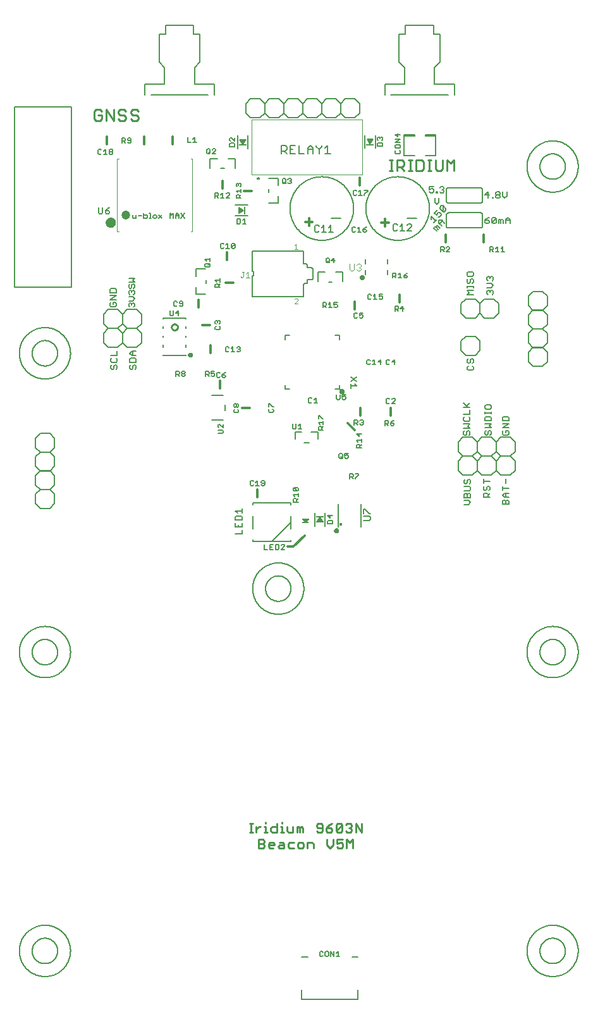
<source format=gbr>
G04 EAGLE Gerber RS-274X export*
G75*
%MOMM*%
%FSLAX34Y34*%
%LPD*%
%INSilkscreen Top*%
%IPPOS*%
%AMOC8*
5,1,8,0,0,1.08239X$1,22.5*%
G01*
%ADD10C,0.254000*%
%ADD11C,0.635000*%
%ADD12C,0.152400*%
%ADD13C,0.177800*%
%ADD14C,0.330200*%
%ADD15C,0.304800*%
%ADD16C,0.203200*%
%ADD17R,0.200000X1.000000*%
%ADD18C,0.406400*%
%ADD19C,0.127000*%
%ADD20C,0.150000*%
%ADD21C,0.050800*%
%ADD22C,0.101600*%
%ADD23C,0.100000*%
%ADD24C,1.200000*%
%ADD25C,0.279400*%
%ADD26C,0.400000*%
%ADD27R,0.889000X0.190500*%
%ADD28R,1.000000X0.200000*%
%ADD29C,0.200000*%
%ADD30C,0.200000*%

G36*
X549249Y772270D02*
X549249Y772270D01*
X549254Y772270D01*
X549370Y772296D01*
X549486Y772321D01*
X549490Y772323D01*
X549494Y772324D01*
X549596Y772385D01*
X549698Y772446D01*
X549701Y772449D01*
X549704Y772451D01*
X549819Y772573D01*
X553629Y777653D01*
X553637Y777669D01*
X553650Y777682D01*
X553694Y777778D01*
X553743Y777871D01*
X553746Y777889D01*
X553753Y777905D01*
X553765Y778010D01*
X553781Y778114D01*
X553778Y778132D01*
X553780Y778149D01*
X553758Y778252D01*
X553740Y778357D01*
X553732Y778372D01*
X553728Y778390D01*
X553674Y778480D01*
X553624Y778574D01*
X553611Y778586D01*
X553602Y778601D01*
X553522Y778670D01*
X553445Y778742D01*
X553428Y778749D01*
X553415Y778761D01*
X553317Y778800D01*
X553221Y778844D01*
X553203Y778846D01*
X553187Y778853D01*
X553020Y778871D01*
X545400Y778871D01*
X545382Y778868D01*
X545365Y778870D01*
X545261Y778849D01*
X545157Y778832D01*
X545142Y778823D01*
X545124Y778820D01*
X545033Y778766D01*
X544940Y778716D01*
X544928Y778704D01*
X544912Y778695D01*
X544843Y778615D01*
X544771Y778538D01*
X544763Y778522D01*
X544751Y778508D01*
X544711Y778411D01*
X544667Y778315D01*
X544665Y778297D01*
X544658Y778281D01*
X544651Y778175D01*
X544640Y778071D01*
X544644Y778053D01*
X544642Y778035D01*
X544670Y777933D01*
X544692Y777830D01*
X544701Y777815D01*
X544706Y777798D01*
X544791Y777653D01*
X548601Y772573D01*
X548604Y772570D01*
X548606Y772567D01*
X548693Y772485D01*
X548778Y772403D01*
X548782Y772401D01*
X548785Y772398D01*
X548894Y772348D01*
X549001Y772298D01*
X549005Y772298D01*
X549009Y772296D01*
X549127Y772283D01*
X549245Y772270D01*
X549249Y772270D01*
G37*
G36*
X635686Y1281245D02*
X635686Y1281245D01*
X635713Y1281245D01*
X635824Y1281277D01*
X635937Y1281303D01*
X635960Y1281316D01*
X635986Y1281324D01*
X636084Y1281386D01*
X636185Y1281442D01*
X636201Y1281460D01*
X636226Y1281475D01*
X636411Y1281683D01*
X636415Y1281687D01*
X638415Y1284687D01*
X638446Y1284751D01*
X638486Y1284811D01*
X638507Y1284879D01*
X638538Y1284943D01*
X638550Y1285014D01*
X638571Y1285082D01*
X638573Y1285153D01*
X638585Y1285224D01*
X638577Y1285295D01*
X638579Y1285366D01*
X638561Y1285435D01*
X638552Y1285506D01*
X638525Y1285572D01*
X638507Y1285641D01*
X638470Y1285702D01*
X638443Y1285768D01*
X638398Y1285824D01*
X638362Y1285886D01*
X638310Y1285935D01*
X638265Y1285990D01*
X638207Y1286031D01*
X638154Y1286080D01*
X638091Y1286113D01*
X638033Y1286154D01*
X637965Y1286177D01*
X637901Y1286210D01*
X637842Y1286220D01*
X637764Y1286247D01*
X637645Y1286253D01*
X637570Y1286265D01*
X633570Y1286265D01*
X633499Y1286255D01*
X633427Y1286255D01*
X633359Y1286235D01*
X633289Y1286225D01*
X633223Y1286196D01*
X633154Y1286176D01*
X633094Y1286138D01*
X633029Y1286109D01*
X632974Y1286063D01*
X632914Y1286025D01*
X632866Y1285972D01*
X632812Y1285926D01*
X632772Y1285866D01*
X632725Y1285812D01*
X632694Y1285748D01*
X632655Y1285689D01*
X632633Y1285621D01*
X632602Y1285556D01*
X632590Y1285486D01*
X632569Y1285418D01*
X632567Y1285346D01*
X632555Y1285276D01*
X632563Y1285205D01*
X632561Y1285134D01*
X632580Y1285064D01*
X632588Y1284993D01*
X632613Y1284938D01*
X632633Y1284859D01*
X632694Y1284756D01*
X632725Y1284687D01*
X634725Y1281687D01*
X634802Y1281600D01*
X634875Y1281510D01*
X634897Y1281495D01*
X634915Y1281475D01*
X635012Y1281413D01*
X635107Y1281346D01*
X635133Y1281338D01*
X635155Y1281323D01*
X635266Y1281291D01*
X635376Y1281253D01*
X635403Y1281252D01*
X635428Y1281245D01*
X635544Y1281245D01*
X635660Y1281239D01*
X635686Y1281245D01*
G37*
G36*
X465186Y1280935D02*
X465186Y1280935D01*
X465213Y1280935D01*
X465324Y1280967D01*
X465437Y1280993D01*
X465460Y1281006D01*
X465486Y1281014D01*
X465584Y1281076D01*
X465685Y1281132D01*
X465701Y1281150D01*
X465726Y1281165D01*
X465911Y1281373D01*
X465915Y1281377D01*
X467915Y1284377D01*
X467946Y1284441D01*
X467986Y1284501D01*
X468007Y1284569D01*
X468038Y1284633D01*
X468050Y1284704D01*
X468071Y1284772D01*
X468073Y1284843D01*
X468085Y1284914D01*
X468077Y1284985D01*
X468079Y1285056D01*
X468061Y1285125D01*
X468052Y1285196D01*
X468025Y1285262D01*
X468007Y1285331D01*
X467970Y1285392D01*
X467943Y1285458D01*
X467898Y1285514D01*
X467862Y1285576D01*
X467810Y1285625D01*
X467765Y1285680D01*
X467707Y1285721D01*
X467654Y1285770D01*
X467591Y1285803D01*
X467533Y1285844D01*
X467465Y1285867D01*
X467401Y1285900D01*
X467342Y1285910D01*
X467264Y1285937D01*
X467145Y1285943D01*
X467070Y1285955D01*
X463070Y1285955D01*
X462999Y1285945D01*
X462927Y1285945D01*
X462859Y1285925D01*
X462789Y1285915D01*
X462723Y1285886D01*
X462654Y1285866D01*
X462594Y1285828D01*
X462529Y1285799D01*
X462474Y1285753D01*
X462414Y1285715D01*
X462366Y1285662D01*
X462312Y1285616D01*
X462272Y1285556D01*
X462225Y1285502D01*
X462194Y1285438D01*
X462155Y1285379D01*
X462133Y1285311D01*
X462102Y1285246D01*
X462090Y1285176D01*
X462069Y1285108D01*
X462067Y1285036D01*
X462055Y1284966D01*
X462063Y1284895D01*
X462061Y1284824D01*
X462080Y1284754D01*
X462088Y1284683D01*
X462113Y1284628D01*
X462133Y1284549D01*
X462194Y1284446D01*
X462225Y1284377D01*
X464225Y1281377D01*
X464302Y1281290D01*
X464375Y1281200D01*
X464397Y1281185D01*
X464415Y1281165D01*
X464512Y1281103D01*
X464607Y1281036D01*
X464633Y1281028D01*
X464655Y1281013D01*
X464766Y1280981D01*
X464876Y1280943D01*
X464903Y1280942D01*
X464928Y1280935D01*
X465044Y1280935D01*
X465160Y1280929D01*
X465186Y1280935D01*
G37*
G36*
X461215Y1188173D02*
X461215Y1188173D01*
X461286Y1188171D01*
X461356Y1188190D01*
X461427Y1188198D01*
X461482Y1188223D01*
X461561Y1188243D01*
X461664Y1188304D01*
X461733Y1188335D01*
X464733Y1190335D01*
X464820Y1190412D01*
X464910Y1190485D01*
X464925Y1190507D01*
X464945Y1190525D01*
X465007Y1190622D01*
X465074Y1190717D01*
X465082Y1190743D01*
X465097Y1190765D01*
X465129Y1190876D01*
X465167Y1190986D01*
X465168Y1191013D01*
X465175Y1191038D01*
X465175Y1191154D01*
X465181Y1191270D01*
X465175Y1191296D01*
X465175Y1191323D01*
X465143Y1191434D01*
X465117Y1191547D01*
X465104Y1191570D01*
X465096Y1191596D01*
X465034Y1191694D01*
X464978Y1191795D01*
X464960Y1191811D01*
X464945Y1191836D01*
X464737Y1192021D01*
X464733Y1192025D01*
X461733Y1194025D01*
X461669Y1194056D01*
X461609Y1194096D01*
X461541Y1194117D01*
X461477Y1194148D01*
X461406Y1194160D01*
X461338Y1194181D01*
X461267Y1194183D01*
X461197Y1194195D01*
X461125Y1194187D01*
X461054Y1194189D01*
X460985Y1194171D01*
X460914Y1194162D01*
X460848Y1194135D01*
X460779Y1194117D01*
X460718Y1194080D01*
X460652Y1194053D01*
X460596Y1194008D01*
X460534Y1193972D01*
X460485Y1193920D01*
X460430Y1193875D01*
X460389Y1193817D01*
X460340Y1193764D01*
X460307Y1193701D01*
X460266Y1193643D01*
X460243Y1193575D01*
X460210Y1193511D01*
X460200Y1193452D01*
X460173Y1193374D01*
X460167Y1193255D01*
X460155Y1193180D01*
X460155Y1189180D01*
X460165Y1189109D01*
X460165Y1189037D01*
X460185Y1188969D01*
X460195Y1188899D01*
X460224Y1188833D01*
X460244Y1188764D01*
X460282Y1188704D01*
X460311Y1188639D01*
X460357Y1188584D01*
X460395Y1188524D01*
X460449Y1188476D01*
X460495Y1188422D01*
X460554Y1188382D01*
X460608Y1188335D01*
X460672Y1188304D01*
X460731Y1188265D01*
X460800Y1188243D01*
X460864Y1188212D01*
X460934Y1188200D01*
X461002Y1188179D01*
X461074Y1188177D01*
X461145Y1188165D01*
X461215Y1188173D01*
G37*
G36*
X570331Y774475D02*
X570331Y774475D01*
X570403Y774475D01*
X570471Y774495D01*
X570542Y774505D01*
X570607Y774534D01*
X570676Y774554D01*
X570736Y774592D01*
X570801Y774621D01*
X570856Y774667D01*
X570916Y774705D01*
X570964Y774759D01*
X571018Y774805D01*
X571058Y774864D01*
X571105Y774918D01*
X571136Y774982D01*
X571176Y775041D01*
X571197Y775110D01*
X571228Y775174D01*
X571240Y775244D01*
X571261Y775312D01*
X571263Y775384D01*
X571275Y775455D01*
X571267Y775525D01*
X571269Y775596D01*
X571250Y775666D01*
X571242Y775737D01*
X571217Y775792D01*
X571197Y775871D01*
X571136Y775974D01*
X571105Y776043D01*
X569105Y779043D01*
X569028Y779130D01*
X568955Y779220D01*
X568933Y779235D01*
X568915Y779255D01*
X568818Y779317D01*
X568723Y779384D01*
X568697Y779392D01*
X568675Y779407D01*
X568564Y779439D01*
X568454Y779477D01*
X568427Y779478D01*
X568402Y779485D01*
X568286Y779485D01*
X568170Y779491D01*
X568144Y779485D01*
X568117Y779485D01*
X568006Y779453D01*
X567893Y779427D01*
X567870Y779414D01*
X567844Y779406D01*
X567746Y779344D01*
X567645Y779288D01*
X567629Y779270D01*
X567604Y779255D01*
X567419Y779047D01*
X567415Y779043D01*
X565415Y776043D01*
X565384Y775979D01*
X565345Y775919D01*
X565323Y775851D01*
X565292Y775787D01*
X565280Y775716D01*
X565259Y775648D01*
X565257Y775577D01*
X565245Y775507D01*
X565253Y775435D01*
X565251Y775364D01*
X565269Y775295D01*
X565278Y775224D01*
X565305Y775158D01*
X565323Y775089D01*
X565360Y775028D01*
X565387Y774962D01*
X565432Y774906D01*
X565469Y774844D01*
X565520Y774795D01*
X565565Y774740D01*
X565624Y774699D01*
X565676Y774650D01*
X565739Y774617D01*
X565797Y774576D01*
X565865Y774553D01*
X565929Y774520D01*
X565988Y774510D01*
X566066Y774483D01*
X566185Y774477D01*
X566260Y774465D01*
X570260Y774465D01*
X570331Y774475D01*
G37*
D10*
X474258Y358756D02*
X478156Y358756D01*
X476207Y358756D02*
X476207Y370450D01*
X474258Y370450D02*
X478156Y370450D01*
X482989Y366552D02*
X482989Y358756D01*
X482989Y362654D02*
X486887Y366552D01*
X488836Y366552D01*
X493904Y366552D02*
X495853Y366552D01*
X495853Y358756D01*
X493904Y358756D02*
X497802Y358756D01*
X495853Y370450D02*
X495853Y372399D01*
X510431Y370450D02*
X510431Y358756D01*
X504584Y358756D01*
X502635Y360705D01*
X502635Y364603D01*
X504584Y366552D01*
X510431Y366552D01*
X515732Y366552D02*
X517681Y366552D01*
X517681Y358756D01*
X515732Y358756D02*
X519630Y358756D01*
X517681Y370450D02*
X517681Y372399D01*
X524464Y366552D02*
X524464Y360705D01*
X526413Y358756D01*
X532260Y358756D01*
X532260Y366552D01*
X537561Y366552D02*
X537561Y358756D01*
X537561Y366552D02*
X539510Y366552D01*
X541459Y364603D01*
X541459Y358756D01*
X541459Y364603D02*
X543408Y366552D01*
X545357Y364603D01*
X545357Y358756D01*
X563756Y360705D02*
X565705Y358756D01*
X569603Y358756D01*
X571552Y360705D01*
X571552Y368501D01*
X569603Y370450D01*
X565705Y370450D01*
X563756Y368501D01*
X563756Y366552D01*
X565705Y364603D01*
X571552Y364603D01*
X580751Y368501D02*
X584649Y370450D01*
X580751Y368501D02*
X576853Y364603D01*
X576853Y360705D01*
X578802Y358756D01*
X582700Y358756D01*
X584649Y360705D01*
X584649Y362654D01*
X582700Y364603D01*
X576853Y364603D01*
X589950Y360705D02*
X589950Y368501D01*
X591899Y370450D01*
X595797Y370450D01*
X597746Y368501D01*
X597746Y360705D01*
X595797Y358756D01*
X591899Y358756D01*
X589950Y360705D01*
X597746Y368501D01*
X603047Y368501D02*
X604996Y370450D01*
X608894Y370450D01*
X610843Y368501D01*
X610843Y366552D01*
X608894Y364603D01*
X606945Y364603D01*
X608894Y364603D02*
X610843Y362654D01*
X610843Y360705D01*
X608894Y358756D01*
X604996Y358756D01*
X603047Y360705D01*
X616145Y358756D02*
X616145Y370450D01*
X623941Y358756D01*
X623941Y370450D01*
X486264Y349114D02*
X486264Y337420D01*
X486264Y349114D02*
X492111Y349114D01*
X494060Y347165D01*
X494060Y345216D01*
X492111Y343267D01*
X494060Y341318D01*
X494060Y339369D01*
X492111Y337420D01*
X486264Y337420D01*
X486264Y343267D02*
X492111Y343267D01*
X501310Y337420D02*
X505208Y337420D01*
X501310Y337420D02*
X499361Y339369D01*
X499361Y343267D01*
X501310Y345216D01*
X505208Y345216D01*
X507157Y343267D01*
X507157Y341318D01*
X499361Y341318D01*
X514407Y345216D02*
X518305Y345216D01*
X520254Y343267D01*
X520254Y337420D01*
X514407Y337420D01*
X512458Y339369D01*
X514407Y341318D01*
X520254Y341318D01*
X527504Y345216D02*
X533351Y345216D01*
X527504Y345216D02*
X525555Y343267D01*
X525555Y339369D01*
X527504Y337420D01*
X533351Y337420D01*
X540602Y337420D02*
X544500Y337420D01*
X546449Y339369D01*
X546449Y343267D01*
X544500Y345216D01*
X540602Y345216D01*
X538653Y343267D01*
X538653Y339369D01*
X540602Y337420D01*
X551750Y337420D02*
X551750Y345216D01*
X557597Y345216D01*
X559546Y343267D01*
X559546Y337420D01*
X577944Y341318D02*
X577944Y349114D01*
X577944Y341318D02*
X581842Y337420D01*
X585740Y341318D01*
X585740Y349114D01*
X591042Y349114D02*
X598838Y349114D01*
X591042Y349114D02*
X591042Y343267D01*
X594940Y345216D01*
X596889Y345216D01*
X598838Y343267D01*
X598838Y339369D01*
X596889Y337420D01*
X592991Y337420D01*
X591042Y339369D01*
X604139Y337420D02*
X604139Y349114D01*
X608037Y345216D01*
X611935Y349114D01*
X611935Y337420D01*
D11*
X285050Y1174668D02*
X285052Y1174780D01*
X285058Y1174892D01*
X285068Y1175004D01*
X285082Y1175115D01*
X285099Y1175225D01*
X285121Y1175335D01*
X285146Y1175445D01*
X285176Y1175553D01*
X285209Y1175660D01*
X285246Y1175766D01*
X285286Y1175870D01*
X285331Y1175973D01*
X285378Y1176074D01*
X285430Y1176174D01*
X285485Y1176272D01*
X285543Y1176367D01*
X285605Y1176461D01*
X285670Y1176552D01*
X285738Y1176641D01*
X285809Y1176728D01*
X285883Y1176812D01*
X285960Y1176893D01*
X286040Y1176972D01*
X286123Y1177047D01*
X286208Y1177120D01*
X286296Y1177190D01*
X286386Y1177256D01*
X286479Y1177320D01*
X286573Y1177380D01*
X286670Y1177436D01*
X286769Y1177489D01*
X286869Y1177539D01*
X286971Y1177585D01*
X287075Y1177627D01*
X287180Y1177666D01*
X287287Y1177701D01*
X287394Y1177732D01*
X287503Y1177760D01*
X287612Y1177783D01*
X287723Y1177803D01*
X287834Y1177819D01*
X287945Y1177831D01*
X288057Y1177839D01*
X288169Y1177843D01*
X288281Y1177843D01*
X288393Y1177839D01*
X288505Y1177831D01*
X288616Y1177819D01*
X288727Y1177803D01*
X288838Y1177783D01*
X288947Y1177760D01*
X289056Y1177732D01*
X289163Y1177701D01*
X289270Y1177666D01*
X289375Y1177627D01*
X289479Y1177585D01*
X289581Y1177539D01*
X289681Y1177489D01*
X289780Y1177436D01*
X289877Y1177380D01*
X289971Y1177320D01*
X290064Y1177256D01*
X290154Y1177190D01*
X290242Y1177120D01*
X290327Y1177047D01*
X290410Y1176972D01*
X290490Y1176893D01*
X290567Y1176812D01*
X290641Y1176728D01*
X290712Y1176641D01*
X290780Y1176552D01*
X290845Y1176461D01*
X290907Y1176367D01*
X290965Y1176272D01*
X291020Y1176174D01*
X291072Y1176074D01*
X291119Y1175973D01*
X291164Y1175870D01*
X291204Y1175766D01*
X291241Y1175660D01*
X291274Y1175553D01*
X291304Y1175445D01*
X291329Y1175335D01*
X291351Y1175225D01*
X291368Y1175115D01*
X291382Y1175004D01*
X291392Y1174892D01*
X291398Y1174780D01*
X291400Y1174668D01*
X291398Y1174556D01*
X291392Y1174444D01*
X291382Y1174332D01*
X291368Y1174221D01*
X291351Y1174111D01*
X291329Y1174001D01*
X291304Y1173891D01*
X291274Y1173783D01*
X291241Y1173676D01*
X291204Y1173570D01*
X291164Y1173466D01*
X291119Y1173363D01*
X291072Y1173262D01*
X291020Y1173162D01*
X290965Y1173064D01*
X290907Y1172969D01*
X290845Y1172875D01*
X290780Y1172784D01*
X290712Y1172695D01*
X290641Y1172608D01*
X290567Y1172524D01*
X290490Y1172443D01*
X290410Y1172364D01*
X290327Y1172289D01*
X290242Y1172216D01*
X290154Y1172146D01*
X290064Y1172080D01*
X289971Y1172016D01*
X289877Y1171956D01*
X289780Y1171900D01*
X289681Y1171847D01*
X289581Y1171797D01*
X289479Y1171751D01*
X289375Y1171709D01*
X289270Y1171670D01*
X289163Y1171635D01*
X289056Y1171604D01*
X288947Y1171576D01*
X288838Y1171553D01*
X288727Y1171533D01*
X288616Y1171517D01*
X288505Y1171505D01*
X288393Y1171497D01*
X288281Y1171493D01*
X288169Y1171493D01*
X288057Y1171497D01*
X287945Y1171505D01*
X287834Y1171517D01*
X287723Y1171533D01*
X287612Y1171553D01*
X287503Y1171576D01*
X287394Y1171604D01*
X287287Y1171635D01*
X287180Y1171670D01*
X287075Y1171709D01*
X286971Y1171751D01*
X286869Y1171797D01*
X286769Y1171847D01*
X286670Y1171900D01*
X286573Y1171956D01*
X286479Y1172016D01*
X286386Y1172080D01*
X286296Y1172146D01*
X286208Y1172216D01*
X286123Y1172289D01*
X286040Y1172364D01*
X285960Y1172443D01*
X285883Y1172524D01*
X285809Y1172608D01*
X285738Y1172695D01*
X285670Y1172784D01*
X285605Y1172875D01*
X285543Y1172969D01*
X285485Y1173064D01*
X285430Y1173162D01*
X285378Y1173262D01*
X285331Y1173363D01*
X285286Y1173466D01*
X285246Y1173570D01*
X285209Y1173676D01*
X285176Y1173783D01*
X285146Y1173891D01*
X285121Y1174001D01*
X285099Y1174111D01*
X285082Y1174221D01*
X285068Y1174332D01*
X285058Y1174444D01*
X285052Y1174556D01*
X285050Y1174668D01*
D12*
X271525Y1187983D02*
X271525Y1195185D01*
X271525Y1187983D02*
X272965Y1186542D01*
X275846Y1186542D01*
X277287Y1187983D01*
X277287Y1195185D01*
X283761Y1193745D02*
X286642Y1195185D01*
X283761Y1193745D02*
X280880Y1190864D01*
X280880Y1187983D01*
X282320Y1186542D01*
X285201Y1186542D01*
X286642Y1187983D01*
X286642Y1189423D01*
X285201Y1190864D01*
X280880Y1190864D01*
D13*
X714935Y1222998D02*
X720528Y1222998D01*
X714935Y1222998D02*
X714935Y1218804D01*
X717731Y1220202D01*
X719130Y1220202D01*
X720528Y1218804D01*
X720528Y1216007D01*
X719130Y1214609D01*
X716333Y1214609D01*
X714935Y1216007D01*
X724290Y1216007D02*
X724290Y1214609D01*
X724290Y1216007D02*
X725688Y1216007D01*
X725688Y1214609D01*
X724290Y1214609D01*
X728968Y1221600D02*
X730366Y1222998D01*
X733162Y1222998D01*
X734561Y1221600D01*
X734561Y1220202D01*
X733162Y1218804D01*
X731764Y1218804D01*
X733162Y1218804D02*
X734561Y1217405D01*
X734561Y1216007D01*
X733162Y1214609D01*
X730366Y1214609D01*
X728968Y1216007D01*
X721951Y1207758D02*
X721951Y1202165D01*
X724748Y1199369D01*
X727544Y1202165D01*
X727544Y1207758D01*
X793827Y1207624D02*
X793827Y1216013D01*
X789632Y1211819D01*
X795225Y1211819D01*
X798988Y1209022D02*
X798988Y1207624D01*
X798988Y1209022D02*
X800386Y1209022D01*
X800386Y1207624D01*
X798988Y1207624D01*
X803665Y1214615D02*
X805063Y1216013D01*
X807860Y1216013D01*
X809258Y1214615D01*
X809258Y1213217D01*
X807860Y1211819D01*
X809258Y1210420D01*
X809258Y1209022D01*
X807860Y1207624D01*
X805063Y1207624D01*
X803665Y1209022D01*
X803665Y1210420D01*
X805063Y1211819D01*
X803665Y1213217D01*
X803665Y1214615D01*
X805063Y1211819D02*
X807860Y1211819D01*
X813020Y1210420D02*
X813020Y1216013D01*
X813020Y1210420D02*
X815817Y1207624D01*
X818613Y1210420D01*
X818613Y1216013D01*
X716943Y1183119D02*
X716943Y1179164D01*
X716943Y1183119D02*
X722875Y1177187D01*
X724852Y1179164D02*
X720897Y1175210D01*
X721580Y1187757D02*
X725535Y1191711D01*
X721580Y1187757D02*
X724546Y1184791D01*
X725535Y1187757D01*
X726524Y1188745D01*
X728501Y1188745D01*
X730478Y1186768D01*
X730478Y1184791D01*
X728501Y1182813D01*
X726524Y1182813D01*
X733139Y1189428D02*
X729184Y1193383D01*
X729184Y1195360D01*
X731161Y1197338D01*
X733139Y1197338D01*
X737093Y1193383D01*
X737093Y1191406D01*
X735116Y1189428D01*
X733139Y1189428D01*
X733139Y1197338D01*
X791995Y1180642D02*
X794791Y1182041D01*
X791995Y1180642D02*
X789199Y1177846D01*
X789199Y1175050D01*
X790597Y1173652D01*
X793393Y1173652D01*
X794791Y1175050D01*
X794791Y1176448D01*
X793393Y1177846D01*
X789199Y1177846D01*
X798554Y1175050D02*
X798554Y1180642D01*
X799952Y1182041D01*
X802748Y1182041D01*
X804147Y1180642D01*
X804147Y1175050D01*
X802748Y1173652D01*
X799952Y1173652D01*
X798554Y1175050D01*
X804147Y1180642D01*
X807909Y1179244D02*
X807909Y1173652D01*
X807909Y1179244D02*
X809307Y1179244D01*
X810705Y1177846D01*
X810705Y1173652D01*
X810705Y1177846D02*
X812104Y1179244D01*
X813502Y1177846D01*
X813502Y1173652D01*
X817264Y1173652D02*
X817264Y1179244D01*
X820061Y1182041D01*
X822857Y1179244D01*
X822857Y1173652D01*
X822857Y1177846D02*
X817264Y1177846D01*
D14*
X558368Y1175626D02*
X548708Y1175626D01*
X553538Y1180456D02*
X553538Y1170796D01*
X650625Y1174991D02*
X660285Y1174991D01*
X655455Y1179821D02*
X655455Y1170161D01*
D15*
X623505Y1101325D02*
X623507Y1101404D01*
X623513Y1101483D01*
X623523Y1101562D01*
X623536Y1101640D01*
X623554Y1101717D01*
X623576Y1101793D01*
X623601Y1101868D01*
X623630Y1101942D01*
X623662Y1102014D01*
X623698Y1102084D01*
X623738Y1102153D01*
X623781Y1102220D01*
X623827Y1102284D01*
X623877Y1102346D01*
X623929Y1102405D01*
X623984Y1102462D01*
X624042Y1102516D01*
X624103Y1102567D01*
X624166Y1102614D01*
X624231Y1102659D01*
X624299Y1102700D01*
X624369Y1102738D01*
X624440Y1102772D01*
X624513Y1102803D01*
X624587Y1102830D01*
X624663Y1102854D01*
X624740Y1102873D01*
X624817Y1102889D01*
X624896Y1102901D01*
X624974Y1102909D01*
X625053Y1102913D01*
X625133Y1102913D01*
X625212Y1102909D01*
X625290Y1102901D01*
X625369Y1102889D01*
X625446Y1102873D01*
X625523Y1102854D01*
X625599Y1102830D01*
X625673Y1102803D01*
X625746Y1102772D01*
X625817Y1102738D01*
X625887Y1102700D01*
X625955Y1102659D01*
X626020Y1102614D01*
X626083Y1102567D01*
X626144Y1102516D01*
X626202Y1102462D01*
X626257Y1102405D01*
X626309Y1102346D01*
X626359Y1102284D01*
X626405Y1102220D01*
X626448Y1102153D01*
X626488Y1102084D01*
X626524Y1102014D01*
X626556Y1101942D01*
X626585Y1101868D01*
X626610Y1101793D01*
X626632Y1101717D01*
X626650Y1101640D01*
X626663Y1101562D01*
X626673Y1101483D01*
X626679Y1101404D01*
X626681Y1101325D01*
X626679Y1101246D01*
X626673Y1101167D01*
X626663Y1101088D01*
X626650Y1101010D01*
X626632Y1100933D01*
X626610Y1100857D01*
X626585Y1100782D01*
X626556Y1100708D01*
X626524Y1100636D01*
X626488Y1100566D01*
X626448Y1100497D01*
X626405Y1100430D01*
X626359Y1100366D01*
X626309Y1100304D01*
X626257Y1100245D01*
X626202Y1100188D01*
X626144Y1100134D01*
X626083Y1100083D01*
X626020Y1100036D01*
X625955Y1099991D01*
X625887Y1099950D01*
X625817Y1099912D01*
X625746Y1099878D01*
X625673Y1099847D01*
X625599Y1099820D01*
X625523Y1099796D01*
X625446Y1099777D01*
X625369Y1099761D01*
X625290Y1099749D01*
X625212Y1099741D01*
X625133Y1099737D01*
X625053Y1099737D01*
X624974Y1099741D01*
X624896Y1099749D01*
X624817Y1099761D01*
X624740Y1099777D01*
X624663Y1099796D01*
X624587Y1099820D01*
X624513Y1099847D01*
X624440Y1099878D01*
X624369Y1099912D01*
X624299Y1099950D01*
X624231Y1099991D01*
X624166Y1100036D01*
X624103Y1100083D01*
X624042Y1100134D01*
X623984Y1100188D01*
X623929Y1100245D01*
X623877Y1100304D01*
X623827Y1100366D01*
X623781Y1100430D01*
X623738Y1100497D01*
X623698Y1100566D01*
X623662Y1100636D01*
X623630Y1100708D01*
X623601Y1100782D01*
X623576Y1100857D01*
X623554Y1100933D01*
X623536Y1101010D01*
X623523Y1101088D01*
X623513Y1101167D01*
X623507Y1101246D01*
X623505Y1101325D01*
X588897Y762235D02*
X588899Y762314D01*
X588905Y762393D01*
X588915Y762472D01*
X588928Y762550D01*
X588946Y762627D01*
X588968Y762703D01*
X588993Y762778D01*
X589022Y762852D01*
X589054Y762924D01*
X589090Y762994D01*
X589130Y763063D01*
X589173Y763130D01*
X589219Y763194D01*
X589269Y763256D01*
X589321Y763315D01*
X589376Y763372D01*
X589434Y763426D01*
X589495Y763477D01*
X589558Y763524D01*
X589623Y763569D01*
X589691Y763610D01*
X589761Y763648D01*
X589832Y763682D01*
X589905Y763713D01*
X589979Y763740D01*
X590055Y763764D01*
X590132Y763783D01*
X590209Y763799D01*
X590288Y763811D01*
X590366Y763819D01*
X590445Y763823D01*
X590525Y763823D01*
X590604Y763819D01*
X590682Y763811D01*
X590761Y763799D01*
X590838Y763783D01*
X590915Y763764D01*
X590991Y763740D01*
X591065Y763713D01*
X591138Y763682D01*
X591209Y763648D01*
X591279Y763610D01*
X591347Y763569D01*
X591412Y763524D01*
X591475Y763477D01*
X591536Y763426D01*
X591594Y763372D01*
X591649Y763315D01*
X591701Y763256D01*
X591751Y763194D01*
X591797Y763130D01*
X591840Y763063D01*
X591880Y762994D01*
X591916Y762924D01*
X591948Y762852D01*
X591977Y762778D01*
X592002Y762703D01*
X592024Y762627D01*
X592042Y762550D01*
X592055Y762472D01*
X592065Y762393D01*
X592071Y762314D01*
X592073Y762235D01*
X592071Y762156D01*
X592065Y762077D01*
X592055Y761998D01*
X592042Y761920D01*
X592024Y761843D01*
X592002Y761767D01*
X591977Y761692D01*
X591948Y761618D01*
X591916Y761546D01*
X591880Y761476D01*
X591840Y761407D01*
X591797Y761340D01*
X591751Y761276D01*
X591701Y761214D01*
X591649Y761155D01*
X591594Y761098D01*
X591536Y761044D01*
X591475Y760993D01*
X591412Y760946D01*
X591347Y760901D01*
X591279Y760860D01*
X591209Y760822D01*
X591138Y760788D01*
X591065Y760757D01*
X590991Y760730D01*
X590915Y760706D01*
X590838Y760687D01*
X590761Y760671D01*
X590682Y760659D01*
X590604Y760651D01*
X590525Y760647D01*
X590445Y760647D01*
X590366Y760651D01*
X590288Y760659D01*
X590209Y760671D01*
X590132Y760687D01*
X590055Y760706D01*
X589979Y760730D01*
X589905Y760757D01*
X589832Y760788D01*
X589761Y760822D01*
X589691Y760860D01*
X589623Y760901D01*
X589558Y760946D01*
X589495Y760993D01*
X589434Y761044D01*
X589376Y761098D01*
X589321Y761155D01*
X589269Y761214D01*
X589219Y761276D01*
X589173Y761340D01*
X589130Y761407D01*
X589090Y761476D01*
X589054Y761546D01*
X589022Y761618D01*
X588993Y761692D01*
X588968Y761767D01*
X588946Y761843D01*
X588928Y761920D01*
X588915Y761998D01*
X588905Y762077D01*
X588899Y762156D01*
X588897Y762235D01*
X532700Y740963D02*
X525398Y740963D01*
X532700Y740963D02*
X547623Y755885D01*
X393317Y997503D02*
X393319Y997582D01*
X393325Y997661D01*
X393335Y997740D01*
X393348Y997818D01*
X393366Y997895D01*
X393388Y997971D01*
X393413Y998046D01*
X393442Y998120D01*
X393474Y998192D01*
X393510Y998262D01*
X393550Y998331D01*
X393593Y998398D01*
X393639Y998462D01*
X393689Y998524D01*
X393741Y998583D01*
X393796Y998640D01*
X393854Y998694D01*
X393915Y998745D01*
X393978Y998792D01*
X394043Y998837D01*
X394111Y998878D01*
X394181Y998916D01*
X394252Y998950D01*
X394325Y998981D01*
X394399Y999008D01*
X394475Y999032D01*
X394552Y999051D01*
X394629Y999067D01*
X394708Y999079D01*
X394786Y999087D01*
X394865Y999091D01*
X394945Y999091D01*
X395024Y999087D01*
X395102Y999079D01*
X395181Y999067D01*
X395258Y999051D01*
X395335Y999032D01*
X395411Y999008D01*
X395485Y998981D01*
X395558Y998950D01*
X395629Y998916D01*
X395699Y998878D01*
X395767Y998837D01*
X395832Y998792D01*
X395895Y998745D01*
X395956Y998694D01*
X396014Y998640D01*
X396069Y998583D01*
X396121Y998524D01*
X396171Y998462D01*
X396217Y998398D01*
X396260Y998331D01*
X396300Y998262D01*
X396336Y998192D01*
X396368Y998120D01*
X396397Y998046D01*
X396422Y997971D01*
X396444Y997895D01*
X396462Y997818D01*
X396475Y997740D01*
X396485Y997661D01*
X396491Y997582D01*
X396493Y997503D01*
X396491Y997424D01*
X396485Y997345D01*
X396475Y997266D01*
X396462Y997188D01*
X396444Y997111D01*
X396422Y997035D01*
X396397Y996960D01*
X396368Y996886D01*
X396336Y996814D01*
X396300Y996744D01*
X396260Y996675D01*
X396217Y996608D01*
X396171Y996544D01*
X396121Y996482D01*
X396069Y996423D01*
X396014Y996366D01*
X395956Y996312D01*
X395895Y996261D01*
X395832Y996214D01*
X395767Y996169D01*
X395699Y996128D01*
X395629Y996090D01*
X395558Y996056D01*
X395485Y996025D01*
X395411Y995998D01*
X395335Y995974D01*
X395258Y995955D01*
X395181Y995939D01*
X395102Y995927D01*
X395024Y995919D01*
X394945Y995915D01*
X394865Y995915D01*
X394786Y995919D01*
X394708Y995927D01*
X394629Y995939D01*
X394552Y995955D01*
X394475Y995974D01*
X394399Y995998D01*
X394325Y996025D01*
X394252Y996056D01*
X394181Y996090D01*
X394111Y996128D01*
X394043Y996169D01*
X393978Y996214D01*
X393915Y996261D01*
X393854Y996312D01*
X393796Y996366D01*
X393741Y996423D01*
X393689Y996482D01*
X393639Y996544D01*
X393593Y996608D01*
X393550Y996675D01*
X393510Y996744D01*
X393474Y996814D01*
X393442Y996886D01*
X393413Y996960D01*
X393388Y997035D01*
X393366Y997111D01*
X393348Y997188D01*
X393335Y997266D01*
X393325Y997345D01*
X393319Y997424D01*
X393317Y997503D01*
D13*
X720885Y1167549D02*
X724840Y1163595D01*
X720885Y1167549D02*
X721874Y1168538D01*
X723851Y1168538D01*
X726817Y1165572D01*
X723851Y1168538D02*
X723851Y1170515D01*
X725829Y1170515D01*
X728795Y1167549D01*
X731455Y1170210D02*
X727500Y1174164D01*
X727500Y1178119D01*
X731455Y1178119D01*
X735410Y1174164D01*
X732444Y1177130D02*
X728489Y1173176D01*
D15*
X605725Y906380D02*
X615250Y896855D01*
D10*
X369569Y1034968D02*
X369571Y1035095D01*
X369577Y1035222D01*
X369587Y1035349D01*
X369601Y1035475D01*
X369619Y1035601D01*
X369640Y1035726D01*
X369666Y1035850D01*
X369695Y1035974D01*
X369729Y1036096D01*
X369766Y1036218D01*
X369807Y1036338D01*
X369852Y1036457D01*
X369900Y1036574D01*
X369952Y1036690D01*
X370008Y1036805D01*
X370067Y1036917D01*
X370129Y1037027D01*
X370196Y1037136D01*
X370265Y1037242D01*
X370338Y1037346D01*
X370414Y1037448D01*
X370493Y1037548D01*
X370575Y1037645D01*
X370660Y1037739D01*
X370748Y1037830D01*
X370839Y1037919D01*
X370933Y1038005D01*
X371029Y1038088D01*
X371128Y1038168D01*
X371229Y1038245D01*
X371332Y1038318D01*
X371438Y1038388D01*
X371546Y1038455D01*
X371656Y1038519D01*
X371768Y1038579D01*
X371882Y1038635D01*
X371997Y1038688D01*
X372115Y1038738D01*
X372233Y1038783D01*
X372353Y1038825D01*
X372474Y1038863D01*
X372597Y1038898D01*
X372720Y1038928D01*
X372844Y1038955D01*
X372969Y1038977D01*
X373095Y1038996D01*
X373221Y1039011D01*
X373347Y1039022D01*
X373474Y1039029D01*
X373601Y1039032D01*
X373728Y1039031D01*
X373855Y1039026D01*
X373982Y1039017D01*
X374108Y1039004D01*
X374234Y1038987D01*
X374360Y1038967D01*
X374484Y1038942D01*
X374608Y1038913D01*
X374731Y1038881D01*
X374853Y1038845D01*
X374973Y1038805D01*
X375092Y1038761D01*
X375210Y1038713D01*
X375326Y1038662D01*
X375441Y1038608D01*
X375554Y1038549D01*
X375665Y1038488D01*
X375774Y1038422D01*
X375881Y1038354D01*
X375986Y1038282D01*
X376088Y1038207D01*
X376188Y1038128D01*
X376286Y1038047D01*
X376381Y1037963D01*
X376473Y1037875D01*
X376562Y1037785D01*
X376649Y1037692D01*
X376733Y1037596D01*
X376813Y1037498D01*
X376891Y1037398D01*
X376965Y1037295D01*
X377036Y1037189D01*
X377104Y1037082D01*
X377168Y1036972D01*
X377229Y1036861D01*
X377287Y1036748D01*
X377340Y1036633D01*
X377391Y1036516D01*
X377437Y1036398D01*
X377480Y1036278D01*
X377519Y1036157D01*
X377554Y1036035D01*
X377586Y1035912D01*
X377613Y1035788D01*
X377637Y1035663D01*
X377657Y1035538D01*
X377673Y1035412D01*
X377685Y1035285D01*
X377693Y1035158D01*
X377697Y1035032D01*
X377697Y1034904D01*
X377693Y1034778D01*
X377685Y1034651D01*
X377673Y1034524D01*
X377657Y1034398D01*
X377637Y1034273D01*
X377613Y1034148D01*
X377586Y1034024D01*
X377554Y1033901D01*
X377519Y1033779D01*
X377480Y1033658D01*
X377437Y1033538D01*
X377391Y1033420D01*
X377340Y1033303D01*
X377287Y1033188D01*
X377229Y1033075D01*
X377168Y1032964D01*
X377104Y1032854D01*
X377036Y1032747D01*
X376965Y1032641D01*
X376891Y1032538D01*
X376813Y1032438D01*
X376733Y1032340D01*
X376649Y1032244D01*
X376562Y1032151D01*
X376473Y1032061D01*
X376381Y1031973D01*
X376286Y1031889D01*
X376188Y1031808D01*
X376088Y1031729D01*
X375986Y1031654D01*
X375881Y1031582D01*
X375774Y1031514D01*
X375665Y1031448D01*
X375554Y1031387D01*
X375441Y1031328D01*
X375326Y1031274D01*
X375210Y1031223D01*
X375092Y1031175D01*
X374973Y1031131D01*
X374853Y1031091D01*
X374731Y1031055D01*
X374608Y1031023D01*
X374484Y1030994D01*
X374360Y1030969D01*
X374234Y1030949D01*
X374108Y1030932D01*
X373982Y1030919D01*
X373855Y1030910D01*
X373728Y1030905D01*
X373601Y1030904D01*
X373474Y1030907D01*
X373347Y1030914D01*
X373221Y1030925D01*
X373095Y1030940D01*
X372969Y1030959D01*
X372844Y1030981D01*
X372720Y1031008D01*
X372597Y1031038D01*
X372474Y1031073D01*
X372353Y1031111D01*
X372233Y1031153D01*
X372115Y1031198D01*
X371997Y1031248D01*
X371882Y1031301D01*
X371768Y1031357D01*
X371656Y1031417D01*
X371546Y1031481D01*
X371438Y1031548D01*
X371332Y1031618D01*
X371229Y1031691D01*
X371128Y1031768D01*
X371029Y1031848D01*
X370933Y1031931D01*
X370839Y1032017D01*
X370748Y1032106D01*
X370660Y1032197D01*
X370575Y1032291D01*
X370493Y1032388D01*
X370414Y1032488D01*
X370338Y1032590D01*
X370265Y1032694D01*
X370196Y1032800D01*
X370129Y1032909D01*
X370067Y1033019D01*
X370008Y1033131D01*
X369952Y1033246D01*
X369900Y1033362D01*
X369852Y1033479D01*
X369807Y1033598D01*
X369766Y1033718D01*
X369729Y1033840D01*
X369695Y1033962D01*
X369666Y1034086D01*
X369640Y1034210D01*
X369619Y1034335D01*
X369601Y1034461D01*
X369587Y1034587D01*
X369577Y1034714D01*
X369571Y1034841D01*
X369569Y1034968D01*
D12*
X288198Y1068162D02*
X286757Y1066721D01*
X286757Y1063840D01*
X288198Y1062400D01*
X293960Y1062400D01*
X295401Y1063840D01*
X295401Y1066721D01*
X293960Y1068162D01*
X291079Y1068162D01*
X291079Y1065281D01*
X295401Y1071755D02*
X286757Y1071755D01*
X295401Y1077517D01*
X286757Y1077517D01*
X286757Y1081110D02*
X295401Y1081110D01*
X295401Y1085432D01*
X293960Y1086872D01*
X288198Y1086872D01*
X286757Y1085432D01*
X286757Y1081110D01*
D15*
X434910Y963530D02*
X434910Y953370D01*
D12*
X434363Y973293D02*
X433262Y974394D01*
X431059Y974394D01*
X429957Y973293D01*
X429957Y968886D01*
X431059Y967785D01*
X433262Y967785D01*
X434363Y968886D01*
X439644Y973293D02*
X441848Y974394D01*
X439644Y973293D02*
X437441Y971089D01*
X437441Y968886D01*
X438543Y967785D01*
X440746Y967785D01*
X441848Y968886D01*
X441848Y969988D01*
X440746Y971089D01*
X437441Y971089D01*
X499479Y924374D02*
X500580Y925475D01*
X499479Y924374D02*
X499479Y922170D01*
X500580Y921069D01*
X504987Y921069D01*
X506089Y922170D01*
X506089Y924374D01*
X504987Y925475D01*
X499479Y928553D02*
X499479Y932959D01*
X500580Y932959D01*
X504987Y928553D01*
X506089Y928553D01*
D15*
X474280Y927020D02*
X464120Y927020D01*
D12*
X453913Y924840D02*
X452811Y923739D01*
X452811Y921535D01*
X453913Y920434D01*
X458319Y920434D01*
X459421Y921535D01*
X459421Y923739D01*
X458319Y924840D01*
X453913Y927918D02*
X452811Y929019D01*
X452811Y931223D01*
X453913Y932324D01*
X455015Y932324D01*
X456116Y931223D01*
X457218Y932324D01*
X458319Y932324D01*
X459421Y931223D01*
X459421Y929019D01*
X458319Y927918D01*
X457218Y927918D01*
X456116Y929019D01*
X455015Y927918D01*
X453913Y927918D01*
X456116Y929019D02*
X456116Y931223D01*
X634557Y991537D02*
X635658Y990435D01*
X634557Y991537D02*
X632354Y991537D01*
X631252Y990435D01*
X631252Y986029D01*
X632354Y984927D01*
X634557Y984927D01*
X635658Y986029D01*
X638736Y989333D02*
X640939Y991537D01*
X640939Y984927D01*
X638736Y984927D02*
X643143Y984927D01*
X649525Y984927D02*
X649525Y991537D01*
X646220Y988232D01*
X650627Y988232D01*
D16*
X439100Y943520D02*
X423100Y943520D01*
X423100Y910520D02*
X439100Y910520D01*
X441600Y923020D02*
X441600Y931020D01*
D12*
X437364Y893034D02*
X431856Y893034D01*
X437364Y893034D02*
X438466Y894135D01*
X438466Y896339D01*
X437364Y897440D01*
X431856Y897440D01*
X438466Y900518D02*
X438466Y904924D01*
X438466Y900518D02*
X434060Y904924D01*
X432958Y904924D01*
X431856Y903823D01*
X431856Y901619D01*
X432958Y900518D01*
D16*
X454440Y1184180D02*
X471900Y1184180D01*
X471900Y1198180D02*
X454440Y1198180D01*
X460170Y1187180D02*
X466170Y1191180D01*
X460170Y1187180D02*
X460170Y1195180D01*
X466170Y1191180D01*
D17*
X467170Y1191180D03*
D12*
X457582Y1180137D02*
X457582Y1173527D01*
X460887Y1173527D01*
X461988Y1174629D01*
X461988Y1179035D01*
X460887Y1180137D01*
X457582Y1180137D01*
X465066Y1177933D02*
X467269Y1180137D01*
X467269Y1173527D01*
X465066Y1173527D02*
X469473Y1173527D01*
D18*
X596150Y949200D02*
X596152Y949271D01*
X596158Y949342D01*
X596168Y949413D01*
X596182Y949483D01*
X596200Y949552D01*
X596221Y949619D01*
X596247Y949686D01*
X596276Y949751D01*
X596308Y949814D01*
X596345Y949876D01*
X596384Y949935D01*
X596427Y949992D01*
X596473Y950046D01*
X596522Y950098D01*
X596574Y950147D01*
X596628Y950193D01*
X596685Y950236D01*
X596744Y950275D01*
X596806Y950312D01*
X596869Y950344D01*
X596934Y950373D01*
X597001Y950399D01*
X597068Y950420D01*
X597137Y950438D01*
X597207Y950452D01*
X597278Y950462D01*
X597349Y950468D01*
X597420Y950470D01*
X597491Y950468D01*
X597562Y950462D01*
X597633Y950452D01*
X597703Y950438D01*
X597772Y950420D01*
X597839Y950399D01*
X597906Y950373D01*
X597971Y950344D01*
X598034Y950312D01*
X598096Y950275D01*
X598155Y950236D01*
X598212Y950193D01*
X598266Y950147D01*
X598318Y950098D01*
X598367Y950046D01*
X598413Y949992D01*
X598456Y949935D01*
X598495Y949876D01*
X598532Y949814D01*
X598564Y949751D01*
X598593Y949686D01*
X598619Y949619D01*
X598640Y949552D01*
X598658Y949483D01*
X598672Y949413D01*
X598682Y949342D01*
X598688Y949271D01*
X598690Y949200D01*
X598688Y949129D01*
X598682Y949058D01*
X598672Y948987D01*
X598658Y948917D01*
X598640Y948848D01*
X598619Y948781D01*
X598593Y948714D01*
X598564Y948649D01*
X598532Y948586D01*
X598495Y948524D01*
X598456Y948465D01*
X598413Y948408D01*
X598367Y948354D01*
X598318Y948302D01*
X598266Y948253D01*
X598212Y948207D01*
X598155Y948164D01*
X598096Y948125D01*
X598034Y948088D01*
X597971Y948056D01*
X597906Y948027D01*
X597839Y948001D01*
X597772Y947980D01*
X597703Y947962D01*
X597633Y947948D01*
X597562Y947938D01*
X597491Y947932D01*
X597420Y947930D01*
X597349Y947932D01*
X597278Y947938D01*
X597207Y947948D01*
X597137Y947962D01*
X597068Y947980D01*
X597001Y948001D01*
X596934Y948027D01*
X596869Y948056D01*
X596806Y948088D01*
X596744Y948125D01*
X596685Y948164D01*
X596628Y948207D01*
X596574Y948253D01*
X596522Y948302D01*
X596473Y948354D01*
X596427Y948408D01*
X596384Y948465D01*
X596345Y948524D01*
X596308Y948586D01*
X596276Y948649D01*
X596247Y948714D01*
X596221Y948781D01*
X596200Y948848D01*
X596182Y948917D01*
X596168Y948987D01*
X596158Y949058D01*
X596152Y949129D01*
X596150Y949200D01*
D19*
X522100Y951980D02*
X522100Y957480D01*
X522100Y951980D02*
X527600Y951980D01*
X522100Y1018480D02*
X522100Y1023980D01*
X527600Y1023980D01*
X588600Y951980D02*
X594100Y951980D01*
X594100Y957480D01*
X594100Y1023980D02*
X588600Y1023980D01*
X594100Y1023980D02*
X594100Y1018480D01*
D12*
X590699Y944674D02*
X590699Y939166D01*
X591800Y938064D01*
X594004Y938064D01*
X595105Y939166D01*
X595105Y944674D01*
X598183Y944674D02*
X602589Y944674D01*
X598183Y944674D02*
X598183Y941369D01*
X600386Y942470D01*
X601488Y942470D01*
X602589Y941369D01*
X602589Y939166D01*
X601488Y938064D01*
X599284Y938064D01*
X598183Y939166D01*
X557508Y939132D02*
X556406Y940234D01*
X554203Y940234D01*
X553101Y939132D01*
X553101Y934726D01*
X554203Y933624D01*
X556406Y933624D01*
X557508Y934726D01*
X560585Y938030D02*
X562789Y940234D01*
X562789Y933624D01*
X564992Y933624D02*
X560585Y933624D01*
X660597Y939472D02*
X661698Y938370D01*
X660597Y939472D02*
X658394Y939472D01*
X657292Y938370D01*
X657292Y933964D01*
X658394Y932862D01*
X660597Y932862D01*
X661698Y933964D01*
X664776Y932862D02*
X669183Y932862D01*
X669183Y937268D02*
X664776Y932862D01*
X669183Y937268D02*
X669183Y938370D01*
X668081Y939472D01*
X665878Y939472D01*
X664776Y938370D01*
X661698Y990435D02*
X660597Y991537D01*
X658394Y991537D01*
X657292Y990435D01*
X657292Y986029D01*
X658394Y984927D01*
X660597Y984927D01*
X661698Y986029D01*
X668081Y984927D02*
X668081Y991537D01*
X664776Y988232D01*
X669183Y988232D01*
D13*
X617773Y968181D02*
X609384Y962588D01*
X609384Y968181D02*
X617773Y962588D01*
X614977Y958826D02*
X617773Y956029D01*
X609384Y956029D01*
X609384Y953233D02*
X609384Y958826D01*
D15*
X615250Y1059100D02*
X615250Y1069260D01*
D12*
X617049Y1053899D02*
X618150Y1052797D01*
X617049Y1053899D02*
X614845Y1053899D01*
X613744Y1052797D01*
X613744Y1048391D01*
X614845Y1047289D01*
X617049Y1047289D01*
X618150Y1048391D01*
X621228Y1053899D02*
X625634Y1053899D01*
X621228Y1053899D02*
X621228Y1050594D01*
X623431Y1051695D01*
X624533Y1051695D01*
X625634Y1050594D01*
X625634Y1048391D01*
X624533Y1047289D01*
X622329Y1047289D01*
X621228Y1048391D01*
D15*
X405700Y1061640D02*
X405700Y1071800D01*
D12*
X376896Y1068545D02*
X375794Y1069647D01*
X373591Y1069647D01*
X372490Y1068545D01*
X372490Y1064139D01*
X373591Y1063037D01*
X375794Y1063037D01*
X376896Y1064139D01*
X379974Y1064139D02*
X381075Y1063037D01*
X383278Y1063037D01*
X384380Y1064139D01*
X384380Y1068545D01*
X383278Y1069647D01*
X381075Y1069647D01*
X379974Y1068545D01*
X379974Y1067443D01*
X381075Y1066342D01*
X384380Y1066342D01*
D15*
X443800Y1125140D02*
X443800Y1135300D01*
D12*
X439443Y1146015D02*
X438342Y1147117D01*
X436139Y1147117D01*
X435037Y1146015D01*
X435037Y1141609D01*
X436139Y1140507D01*
X438342Y1140507D01*
X439443Y1141609D01*
X442521Y1144913D02*
X444724Y1147117D01*
X444724Y1140507D01*
X442521Y1140507D02*
X446928Y1140507D01*
X450005Y1141609D02*
X450005Y1146015D01*
X451107Y1147117D01*
X453310Y1147117D01*
X454412Y1146015D01*
X454412Y1141609D01*
X453310Y1140507D01*
X451107Y1140507D01*
X450005Y1141609D01*
X454412Y1146015D01*
D16*
X415404Y1079206D02*
X402276Y1079206D01*
X402276Y1088794D01*
X402276Y1112654D02*
X415404Y1112654D01*
X402276Y1112654D02*
X402276Y1103066D01*
X415484Y1098154D02*
X415484Y1093566D01*
D12*
X415310Y1115742D02*
X419716Y1115742D01*
X415310Y1115742D02*
X414208Y1116844D01*
X414208Y1119047D01*
X415310Y1120148D01*
X419716Y1120148D01*
X420818Y1119047D01*
X420818Y1116844D01*
X419716Y1115742D01*
X418615Y1117945D02*
X420818Y1120148D01*
X416412Y1123226D02*
X414208Y1125429D01*
X420818Y1125429D01*
X420818Y1123226D02*
X420818Y1127633D01*
D15*
X441900Y1094660D02*
X452060Y1094660D01*
D12*
X434661Y1088074D02*
X428051Y1088074D01*
X428051Y1091379D01*
X429153Y1092480D01*
X431356Y1092480D01*
X432458Y1091379D01*
X432458Y1088074D01*
X432458Y1090277D02*
X434661Y1092480D01*
X430255Y1095558D02*
X428051Y1097761D01*
X434661Y1097761D01*
X434661Y1095558D02*
X434661Y1099964D01*
D16*
X388630Y1047270D02*
X358630Y1047270D01*
X358630Y997270D02*
X388630Y997270D01*
X388630Y1008270D02*
X388630Y1011270D01*
X388630Y998270D02*
X388630Y997270D01*
X358630Y997270D02*
X358630Y998270D01*
X358630Y1008270D02*
X358630Y1011270D01*
X388630Y1021270D02*
X388630Y1023270D01*
X388630Y1033270D02*
X388630Y1036270D01*
X388630Y1046270D02*
X388630Y1047270D01*
X358630Y1023270D02*
X358630Y1021270D01*
X358630Y1033270D02*
X358630Y1036270D01*
X358630Y1046270D02*
X358630Y1047270D01*
D19*
X392598Y997886D02*
X392600Y997966D01*
X392606Y998046D01*
X392616Y998125D01*
X392630Y998204D01*
X392648Y998282D01*
X392669Y998359D01*
X392695Y998435D01*
X392724Y998510D01*
X392757Y998583D01*
X392794Y998654D01*
X392834Y998723D01*
X392877Y998791D01*
X392924Y998856D01*
X392974Y998918D01*
X393027Y998978D01*
X393083Y999036D01*
X393141Y999090D01*
X393203Y999142D01*
X393267Y999190D01*
X393333Y999235D01*
X393401Y999277D01*
X393471Y999315D01*
X393543Y999350D01*
X393617Y999381D01*
X393693Y999408D01*
X393769Y999432D01*
X393847Y999452D01*
X393925Y999468D01*
X394004Y999480D01*
X394084Y999488D01*
X394164Y999492D01*
X394244Y999492D01*
X394324Y999488D01*
X394404Y999480D01*
X394483Y999468D01*
X394561Y999452D01*
X394639Y999432D01*
X394715Y999408D01*
X394791Y999381D01*
X394865Y999350D01*
X394937Y999315D01*
X395007Y999277D01*
X395075Y999235D01*
X395141Y999190D01*
X395205Y999142D01*
X395267Y999090D01*
X395325Y999036D01*
X395381Y998978D01*
X395434Y998918D01*
X395484Y998856D01*
X395531Y998791D01*
X395574Y998723D01*
X395614Y998654D01*
X395651Y998583D01*
X395684Y998510D01*
X395713Y998435D01*
X395739Y998359D01*
X395760Y998282D01*
X395778Y998204D01*
X395792Y998125D01*
X395802Y998046D01*
X395808Y997966D01*
X395810Y997886D01*
X395808Y997806D01*
X395802Y997726D01*
X395792Y997647D01*
X395778Y997568D01*
X395760Y997490D01*
X395739Y997413D01*
X395713Y997337D01*
X395684Y997262D01*
X395651Y997189D01*
X395614Y997118D01*
X395574Y997049D01*
X395531Y996981D01*
X395484Y996916D01*
X395434Y996854D01*
X395381Y996794D01*
X395325Y996736D01*
X395267Y996682D01*
X395205Y996630D01*
X395141Y996582D01*
X395075Y996537D01*
X395007Y996495D01*
X394937Y996457D01*
X394865Y996422D01*
X394791Y996391D01*
X394715Y996364D01*
X394639Y996340D01*
X394561Y996320D01*
X394483Y996304D01*
X394404Y996292D01*
X394324Y996284D01*
X394244Y996280D01*
X394164Y996280D01*
X394084Y996284D01*
X394004Y996292D01*
X393925Y996304D01*
X393847Y996320D01*
X393769Y996340D01*
X393693Y996364D01*
X393617Y996391D01*
X393543Y996422D01*
X393471Y996457D01*
X393401Y996495D01*
X393333Y996537D01*
X393267Y996582D01*
X393203Y996630D01*
X393141Y996682D01*
X393083Y996736D01*
X393027Y996794D01*
X392974Y996854D01*
X392924Y996916D01*
X392877Y996981D01*
X392834Y997049D01*
X392794Y997118D01*
X392757Y997189D01*
X392724Y997262D01*
X392695Y997337D01*
X392669Y997413D01*
X392648Y997490D01*
X392630Y997568D01*
X392616Y997647D01*
X392606Y997726D01*
X392600Y997806D01*
X392598Y997886D01*
X367552Y1051481D02*
X367552Y1057201D01*
X367552Y1051481D02*
X368696Y1050337D01*
X370984Y1050337D01*
X372128Y1051481D01*
X372128Y1057201D01*
X378468Y1057201D02*
X378468Y1050337D01*
X375036Y1053769D02*
X378468Y1057201D01*
X379612Y1053769D02*
X375036Y1053769D01*
D20*
X477410Y1136920D02*
X546310Y1136920D01*
X546310Y1120920D01*
X546312Y1120844D01*
X546318Y1120768D01*
X546327Y1120693D01*
X546341Y1120618D01*
X546358Y1120544D01*
X546379Y1120471D01*
X546403Y1120399D01*
X546432Y1120328D01*
X546463Y1120259D01*
X546498Y1120192D01*
X546537Y1120127D01*
X546579Y1120063D01*
X546624Y1120002D01*
X546672Y1119943D01*
X546723Y1119887D01*
X546777Y1119833D01*
X546833Y1119782D01*
X546892Y1119734D01*
X546953Y1119689D01*
X547017Y1119647D01*
X547082Y1119608D01*
X547149Y1119573D01*
X547218Y1119542D01*
X547289Y1119513D01*
X547361Y1119489D01*
X547434Y1119468D01*
X547508Y1119451D01*
X547583Y1119437D01*
X547658Y1119428D01*
X547734Y1119422D01*
X547810Y1119420D01*
X550310Y1119420D01*
X550370Y1119418D01*
X550431Y1119413D01*
X550490Y1119404D01*
X550549Y1119391D01*
X550608Y1119375D01*
X550665Y1119355D01*
X550720Y1119332D01*
X550775Y1119305D01*
X550827Y1119276D01*
X550878Y1119243D01*
X550927Y1119207D01*
X550973Y1119169D01*
X551017Y1119127D01*
X551059Y1119083D01*
X551097Y1119037D01*
X551133Y1118988D01*
X551166Y1118937D01*
X551195Y1118885D01*
X551222Y1118830D01*
X551245Y1118775D01*
X551265Y1118718D01*
X551281Y1118659D01*
X551294Y1118600D01*
X551303Y1118541D01*
X551308Y1118480D01*
X551310Y1118420D01*
X551310Y1115920D01*
X551312Y1115844D01*
X551318Y1115768D01*
X551327Y1115693D01*
X551341Y1115618D01*
X551358Y1115544D01*
X551379Y1115471D01*
X551403Y1115399D01*
X551432Y1115328D01*
X551463Y1115259D01*
X551498Y1115192D01*
X551537Y1115127D01*
X551579Y1115063D01*
X551624Y1115002D01*
X551672Y1114943D01*
X551723Y1114887D01*
X551777Y1114833D01*
X551833Y1114782D01*
X551892Y1114734D01*
X551953Y1114689D01*
X552017Y1114647D01*
X552082Y1114608D01*
X552149Y1114573D01*
X552218Y1114542D01*
X552289Y1114513D01*
X552361Y1114489D01*
X552434Y1114468D01*
X552508Y1114451D01*
X552583Y1114437D01*
X552658Y1114428D01*
X552734Y1114422D01*
X552810Y1114420D01*
X556810Y1114420D01*
X556897Y1114418D01*
X556984Y1114412D01*
X557071Y1114403D01*
X557157Y1114390D01*
X557243Y1114373D01*
X557328Y1114352D01*
X557411Y1114327D01*
X557494Y1114299D01*
X557575Y1114268D01*
X557655Y1114233D01*
X557733Y1114194D01*
X557810Y1114152D01*
X557885Y1114107D01*
X557957Y1114058D01*
X558028Y1114007D01*
X558096Y1113952D01*
X558161Y1113895D01*
X558224Y1113834D01*
X558285Y1113771D01*
X558342Y1113706D01*
X558397Y1113638D01*
X558448Y1113567D01*
X558497Y1113495D01*
X558542Y1113420D01*
X558584Y1113343D01*
X558623Y1113265D01*
X558658Y1113185D01*
X558689Y1113104D01*
X558717Y1113021D01*
X558742Y1112938D01*
X558763Y1112853D01*
X558780Y1112767D01*
X558793Y1112681D01*
X558802Y1112594D01*
X558808Y1112507D01*
X558810Y1112420D01*
X558810Y1100420D01*
X558808Y1100333D01*
X558802Y1100246D01*
X558793Y1100159D01*
X558780Y1100073D01*
X558763Y1099987D01*
X558742Y1099902D01*
X558717Y1099819D01*
X558689Y1099736D01*
X558658Y1099655D01*
X558623Y1099575D01*
X558584Y1099497D01*
X558542Y1099420D01*
X558497Y1099345D01*
X558448Y1099273D01*
X558397Y1099202D01*
X558342Y1099134D01*
X558285Y1099069D01*
X558224Y1099006D01*
X558161Y1098945D01*
X558096Y1098888D01*
X558028Y1098833D01*
X557957Y1098782D01*
X557885Y1098733D01*
X557810Y1098688D01*
X557733Y1098646D01*
X557655Y1098607D01*
X557575Y1098572D01*
X557494Y1098541D01*
X557411Y1098513D01*
X557328Y1098488D01*
X557243Y1098467D01*
X557157Y1098450D01*
X557071Y1098437D01*
X556984Y1098428D01*
X556897Y1098422D01*
X556810Y1098420D01*
X552310Y1098420D01*
X552250Y1098418D01*
X552189Y1098413D01*
X552130Y1098404D01*
X552071Y1098391D01*
X552012Y1098375D01*
X551955Y1098355D01*
X551900Y1098332D01*
X551845Y1098305D01*
X551793Y1098276D01*
X551742Y1098243D01*
X551693Y1098207D01*
X551647Y1098169D01*
X551603Y1098127D01*
X551561Y1098083D01*
X551523Y1098037D01*
X551487Y1097988D01*
X551454Y1097937D01*
X551425Y1097885D01*
X551398Y1097830D01*
X551375Y1097775D01*
X551355Y1097718D01*
X551339Y1097659D01*
X551326Y1097600D01*
X551317Y1097541D01*
X551312Y1097480D01*
X551310Y1097420D01*
X551310Y1094420D01*
X551308Y1094360D01*
X551303Y1094299D01*
X551294Y1094240D01*
X551281Y1094181D01*
X551265Y1094122D01*
X551245Y1094065D01*
X551222Y1094010D01*
X551195Y1093955D01*
X551166Y1093903D01*
X551133Y1093852D01*
X551097Y1093803D01*
X551059Y1093757D01*
X551017Y1093713D01*
X550973Y1093671D01*
X550927Y1093633D01*
X550878Y1093597D01*
X550827Y1093564D01*
X550775Y1093535D01*
X550720Y1093508D01*
X550665Y1093485D01*
X550608Y1093465D01*
X550549Y1093449D01*
X550490Y1093436D01*
X550431Y1093427D01*
X550370Y1093422D01*
X550310Y1093420D01*
X547810Y1093420D01*
X547734Y1093418D01*
X547658Y1093412D01*
X547583Y1093403D01*
X547508Y1093389D01*
X547434Y1093372D01*
X547361Y1093351D01*
X547289Y1093327D01*
X547218Y1093298D01*
X547149Y1093267D01*
X547082Y1093232D01*
X547017Y1093193D01*
X546953Y1093151D01*
X546892Y1093106D01*
X546833Y1093058D01*
X546777Y1093007D01*
X546723Y1092953D01*
X546672Y1092897D01*
X546624Y1092838D01*
X546579Y1092777D01*
X546537Y1092713D01*
X546498Y1092648D01*
X546463Y1092581D01*
X546432Y1092512D01*
X546403Y1092441D01*
X546379Y1092369D01*
X546358Y1092296D01*
X546341Y1092222D01*
X546327Y1092147D01*
X546318Y1092072D01*
X546312Y1091996D01*
X546310Y1091920D01*
X546310Y1075920D01*
X477410Y1075920D01*
X477410Y1103420D01*
X479010Y1103420D01*
X479010Y1109420D01*
X477410Y1109420D01*
X477410Y1136920D01*
D21*
X534264Y1144006D02*
X536430Y1146172D01*
X536430Y1139674D01*
X534264Y1139674D02*
X538596Y1139674D01*
X538596Y1066674D02*
X534264Y1066674D01*
X538596Y1071006D01*
X538596Y1072089D01*
X537513Y1073172D01*
X535347Y1073172D01*
X534264Y1072089D01*
D22*
X463237Y1101511D02*
X462051Y1102697D01*
X463237Y1101511D02*
X464423Y1101511D01*
X465610Y1102697D01*
X465610Y1108629D01*
X466796Y1108629D02*
X464423Y1108629D01*
X469535Y1106256D02*
X471907Y1108629D01*
X471907Y1101511D01*
X469535Y1101511D02*
X474280Y1101511D01*
D12*
X304100Y1052430D02*
X304100Y1039730D01*
X304100Y1052430D02*
X310450Y1058780D01*
X323150Y1058780D01*
X329500Y1052430D01*
X323150Y1033380D02*
X310450Y1033380D01*
X304100Y1039730D01*
X323150Y1033380D02*
X329500Y1039730D01*
X329500Y1052430D01*
D19*
X313535Y1061828D02*
X312221Y1063141D01*
X312221Y1065768D01*
X313535Y1067082D01*
X314848Y1067082D01*
X316162Y1065768D01*
X316162Y1064455D01*
X316162Y1065768D02*
X317475Y1067082D01*
X318789Y1067082D01*
X320102Y1065768D01*
X320102Y1063141D01*
X318789Y1061828D01*
X317475Y1070248D02*
X312221Y1070248D01*
X317475Y1070248D02*
X320102Y1072875D01*
X317475Y1075501D01*
X312221Y1075501D01*
X313535Y1078667D02*
X312221Y1079981D01*
X312221Y1082608D01*
X313535Y1083921D01*
X314848Y1083921D01*
X316162Y1082608D01*
X316162Y1081294D01*
X316162Y1082608D02*
X317475Y1083921D01*
X318789Y1083921D01*
X320102Y1082608D01*
X320102Y1079981D01*
X318789Y1078667D01*
X312221Y1091027D02*
X313535Y1092341D01*
X312221Y1091027D02*
X312221Y1088400D01*
X313535Y1087087D01*
X314848Y1087087D01*
X316162Y1088400D01*
X316162Y1091027D01*
X317475Y1092341D01*
X318789Y1092341D01*
X320102Y1091027D01*
X320102Y1088400D01*
X318789Y1087087D01*
X320102Y1095507D02*
X312221Y1095507D01*
X317475Y1098134D02*
X320102Y1095507D01*
X317475Y1098134D02*
X320102Y1100760D01*
X312221Y1100760D01*
D12*
X278700Y1052430D02*
X278700Y1039730D01*
X278700Y1052430D02*
X285050Y1058780D01*
X297750Y1058780D01*
X304100Y1052430D01*
X297750Y1033380D02*
X285050Y1033380D01*
X278700Y1039730D01*
X297750Y1033380D02*
X304100Y1039730D01*
X304100Y1052430D01*
X304100Y1027030D02*
X304100Y1014330D01*
X297750Y1007980D01*
X285050Y1007980D01*
X278700Y1014330D01*
X285050Y1033380D02*
X297750Y1033380D01*
X304100Y1027030D01*
X285050Y1033380D02*
X278700Y1027030D01*
X278700Y1014330D01*
X289658Y984026D02*
X288218Y982585D01*
X288218Y979704D01*
X289658Y978263D01*
X291099Y978263D01*
X292539Y979704D01*
X292539Y982585D01*
X293980Y984026D01*
X295420Y984026D01*
X296861Y982585D01*
X296861Y979704D01*
X295420Y978263D01*
X288218Y991940D02*
X289658Y993381D01*
X288218Y991940D02*
X288218Y989059D01*
X289658Y987619D01*
X295420Y987619D01*
X296861Y989059D01*
X296861Y991940D01*
X295420Y993381D01*
X296861Y996974D02*
X288218Y996974D01*
X296861Y996974D02*
X296861Y1002736D01*
X329500Y1014330D02*
X329500Y1027030D01*
X329500Y1014330D02*
X323150Y1007980D01*
X310450Y1007980D01*
X304100Y1014330D01*
X310450Y1033380D02*
X323150Y1033380D01*
X329500Y1027030D01*
X310450Y1033380D02*
X304100Y1027030D01*
X304100Y1014330D01*
X315058Y984026D02*
X313618Y982585D01*
X313618Y979704D01*
X315058Y978263D01*
X316499Y978263D01*
X317939Y979704D01*
X317939Y982585D01*
X319380Y984026D01*
X320820Y984026D01*
X322261Y982585D01*
X322261Y979704D01*
X320820Y978263D01*
X322261Y987619D02*
X313618Y987619D01*
X322261Y987619D02*
X322261Y991940D01*
X320820Y993381D01*
X315058Y993381D01*
X313618Y991940D01*
X313618Y987619D01*
X316499Y996974D02*
X322261Y996974D01*
X316499Y996974D02*
X313618Y999855D01*
X316499Y1002736D01*
X322261Y1002736D01*
X317939Y1002736D02*
X317939Y996974D01*
D15*
X410780Y1037510D02*
X420940Y1037510D01*
D12*
X428046Y1034864D02*
X429148Y1035965D01*
X428046Y1034864D02*
X428046Y1032660D01*
X429148Y1031559D01*
X433554Y1031559D01*
X434656Y1032660D01*
X434656Y1034864D01*
X433554Y1035965D01*
X429148Y1039043D02*
X428046Y1040144D01*
X428046Y1042348D01*
X429148Y1043449D01*
X430250Y1043449D01*
X431351Y1042348D01*
X431351Y1041246D01*
X431351Y1042348D02*
X432453Y1043449D01*
X433554Y1043449D01*
X434656Y1042348D01*
X434656Y1040144D01*
X433554Y1039043D01*
X753400Y881260D02*
X753400Y868560D01*
X753400Y881260D02*
X759750Y887610D01*
X772450Y887610D01*
X778800Y881260D01*
X772450Y862210D02*
X759750Y862210D01*
X753400Y868560D01*
X772450Y862210D02*
X778800Y868560D01*
X778800Y881260D01*
X762072Y895912D02*
X760632Y894472D01*
X760632Y891591D01*
X762072Y890150D01*
X763513Y890150D01*
X764953Y891591D01*
X764953Y894472D01*
X766394Y895912D01*
X767834Y895912D01*
X769275Y894472D01*
X769275Y891591D01*
X767834Y890150D01*
X769275Y899505D02*
X760632Y899505D01*
X766394Y902386D02*
X769275Y899505D01*
X766394Y902386D02*
X769275Y905267D01*
X760632Y905267D01*
X760632Y913182D02*
X762072Y914623D01*
X760632Y913182D02*
X760632Y910301D01*
X762072Y908860D01*
X767834Y908860D01*
X769275Y910301D01*
X769275Y913182D01*
X767834Y914623D01*
X769275Y918216D02*
X760632Y918216D01*
X769275Y918216D02*
X769275Y923978D01*
X769275Y927571D02*
X760632Y927571D01*
X766394Y927571D02*
X760632Y933333D01*
X764953Y929011D02*
X769275Y933333D01*
X778800Y881260D02*
X778800Y868560D01*
X778800Y881260D02*
X785150Y887610D01*
X797850Y887610D01*
X804200Y881260D01*
X797850Y862210D02*
X785150Y862210D01*
X778800Y868560D01*
X797850Y862210D02*
X804200Y868560D01*
X804200Y881260D01*
X789207Y895107D02*
X790647Y896547D01*
X789207Y895107D02*
X789207Y892226D01*
X790647Y890785D01*
X792088Y890785D01*
X793528Y892226D01*
X793528Y895107D01*
X794969Y896547D01*
X796409Y896547D01*
X797850Y895107D01*
X797850Y892226D01*
X796409Y890785D01*
X797850Y900140D02*
X789207Y900140D01*
X794969Y903021D02*
X797850Y900140D01*
X794969Y903021D02*
X797850Y905902D01*
X789207Y905902D01*
X789207Y909495D02*
X797850Y909495D01*
X797850Y913817D01*
X796409Y915258D01*
X790647Y915258D01*
X789207Y913817D01*
X789207Y909495D01*
X797850Y918851D02*
X797850Y921732D01*
X797850Y920291D02*
X789207Y920291D01*
X789207Y918851D02*
X789207Y921732D01*
X789207Y926528D02*
X789207Y929409D01*
X789207Y926528D02*
X790647Y925087D01*
X796409Y925087D01*
X797850Y926528D01*
X797850Y929409D01*
X796409Y930850D01*
X790647Y930850D01*
X789207Y929409D01*
D16*
X596200Y1181020D02*
X583500Y1181020D01*
X528255Y1193720D02*
X528268Y1194764D01*
X528306Y1195808D01*
X528370Y1196850D01*
X528460Y1197890D01*
X528575Y1198928D01*
X528715Y1199963D01*
X528881Y1200994D01*
X529072Y1202020D01*
X529289Y1203042D01*
X529530Y1204058D01*
X529796Y1205067D01*
X530087Y1206070D01*
X530402Y1207066D01*
X530742Y1208053D01*
X531106Y1209032D01*
X531494Y1210001D01*
X531905Y1210961D01*
X532340Y1211910D01*
X532798Y1212849D01*
X533279Y1213776D01*
X533782Y1214690D01*
X534308Y1215593D01*
X534856Y1216481D01*
X535425Y1217357D01*
X536016Y1218218D01*
X536628Y1219064D01*
X537260Y1219895D01*
X537912Y1220710D01*
X538585Y1221509D01*
X539276Y1222291D01*
X539987Y1223057D01*
X540716Y1223804D01*
X541463Y1224533D01*
X542229Y1225244D01*
X543011Y1225935D01*
X543810Y1226608D01*
X544625Y1227260D01*
X545456Y1227892D01*
X546302Y1228504D01*
X547163Y1229095D01*
X548039Y1229664D01*
X548927Y1230212D01*
X549830Y1230738D01*
X550744Y1231241D01*
X551671Y1231722D01*
X552610Y1232180D01*
X553559Y1232615D01*
X554519Y1233026D01*
X555488Y1233414D01*
X556467Y1233778D01*
X557454Y1234118D01*
X558450Y1234433D01*
X559453Y1234724D01*
X560462Y1234990D01*
X561478Y1235231D01*
X562500Y1235448D01*
X563526Y1235639D01*
X564557Y1235805D01*
X565592Y1235945D01*
X566630Y1236060D01*
X567670Y1236150D01*
X568712Y1236214D01*
X569756Y1236252D01*
X570800Y1236265D01*
X571844Y1236252D01*
X572888Y1236214D01*
X573930Y1236150D01*
X574970Y1236060D01*
X576008Y1235945D01*
X577043Y1235805D01*
X578074Y1235639D01*
X579100Y1235448D01*
X580122Y1235231D01*
X581138Y1234990D01*
X582147Y1234724D01*
X583150Y1234433D01*
X584146Y1234118D01*
X585133Y1233778D01*
X586112Y1233414D01*
X587081Y1233026D01*
X588041Y1232615D01*
X588990Y1232180D01*
X589929Y1231722D01*
X590856Y1231241D01*
X591770Y1230738D01*
X592673Y1230212D01*
X593561Y1229664D01*
X594437Y1229095D01*
X595298Y1228504D01*
X596144Y1227892D01*
X596975Y1227260D01*
X597790Y1226608D01*
X598589Y1225935D01*
X599371Y1225244D01*
X600137Y1224533D01*
X600884Y1223804D01*
X601613Y1223057D01*
X602324Y1222291D01*
X603015Y1221509D01*
X603688Y1220710D01*
X604340Y1219895D01*
X604972Y1219064D01*
X605584Y1218218D01*
X606175Y1217357D01*
X606744Y1216481D01*
X607292Y1215593D01*
X607818Y1214690D01*
X608321Y1213776D01*
X608802Y1212849D01*
X609260Y1211910D01*
X609695Y1210961D01*
X610106Y1210001D01*
X610494Y1209032D01*
X610858Y1208053D01*
X611198Y1207066D01*
X611513Y1206070D01*
X611804Y1205067D01*
X612070Y1204058D01*
X612311Y1203042D01*
X612528Y1202020D01*
X612719Y1200994D01*
X612885Y1199963D01*
X613025Y1198928D01*
X613140Y1197890D01*
X613230Y1196850D01*
X613294Y1195808D01*
X613332Y1194764D01*
X613345Y1193720D01*
X613332Y1192676D01*
X613294Y1191632D01*
X613230Y1190590D01*
X613140Y1189550D01*
X613025Y1188512D01*
X612885Y1187477D01*
X612719Y1186446D01*
X612528Y1185420D01*
X612311Y1184398D01*
X612070Y1183382D01*
X611804Y1182373D01*
X611513Y1181370D01*
X611198Y1180374D01*
X610858Y1179387D01*
X610494Y1178408D01*
X610106Y1177439D01*
X609695Y1176479D01*
X609260Y1175530D01*
X608802Y1174591D01*
X608321Y1173664D01*
X607818Y1172750D01*
X607292Y1171847D01*
X606744Y1170959D01*
X606175Y1170083D01*
X605584Y1169222D01*
X604972Y1168376D01*
X604340Y1167545D01*
X603688Y1166730D01*
X603015Y1165931D01*
X602324Y1165149D01*
X601613Y1164383D01*
X600884Y1163636D01*
X600137Y1162907D01*
X599371Y1162196D01*
X598589Y1161505D01*
X597790Y1160832D01*
X596975Y1160180D01*
X596144Y1159548D01*
X595298Y1158936D01*
X594437Y1158345D01*
X593561Y1157776D01*
X592673Y1157228D01*
X591770Y1156702D01*
X590856Y1156199D01*
X589929Y1155718D01*
X588990Y1155260D01*
X588041Y1154825D01*
X587081Y1154414D01*
X586112Y1154026D01*
X585133Y1153662D01*
X584146Y1153322D01*
X583150Y1153007D01*
X582147Y1152716D01*
X581138Y1152450D01*
X580122Y1152209D01*
X579100Y1151992D01*
X578074Y1151801D01*
X577043Y1151635D01*
X576008Y1151495D01*
X574970Y1151380D01*
X573930Y1151290D01*
X572888Y1151226D01*
X571844Y1151188D01*
X570800Y1151175D01*
X569756Y1151188D01*
X568712Y1151226D01*
X567670Y1151290D01*
X566630Y1151380D01*
X565592Y1151495D01*
X564557Y1151635D01*
X563526Y1151801D01*
X562500Y1151992D01*
X561478Y1152209D01*
X560462Y1152450D01*
X559453Y1152716D01*
X558450Y1153007D01*
X557454Y1153322D01*
X556467Y1153662D01*
X555488Y1154026D01*
X554519Y1154414D01*
X553559Y1154825D01*
X552610Y1155260D01*
X551671Y1155718D01*
X550744Y1156199D01*
X549830Y1156702D01*
X548927Y1157228D01*
X548039Y1157776D01*
X547163Y1158345D01*
X546302Y1158936D01*
X545456Y1159548D01*
X544625Y1160180D01*
X543810Y1160832D01*
X543011Y1161505D01*
X542229Y1162196D01*
X541463Y1162907D01*
X540716Y1163636D01*
X539987Y1164383D01*
X539276Y1165149D01*
X538585Y1165931D01*
X537912Y1166730D01*
X537260Y1167545D01*
X536628Y1168376D01*
X536016Y1169222D01*
X535425Y1170083D01*
X534856Y1170959D01*
X534308Y1171847D01*
X533782Y1172750D01*
X533279Y1173664D01*
X532798Y1174591D01*
X532340Y1175530D01*
X531905Y1176479D01*
X531494Y1177439D01*
X531106Y1178408D01*
X530742Y1179387D01*
X530402Y1180374D01*
X530087Y1181370D01*
X529796Y1182373D01*
X529530Y1183382D01*
X529289Y1184398D01*
X529072Y1185420D01*
X528881Y1186446D01*
X528715Y1187477D01*
X528575Y1188512D01*
X528460Y1189550D01*
X528370Y1190590D01*
X528306Y1191632D01*
X528268Y1192676D01*
X528255Y1193720D01*
D19*
X565598Y1171185D02*
X567081Y1169702D01*
X565598Y1171185D02*
X562632Y1171185D01*
X561149Y1169702D01*
X561149Y1163770D01*
X562632Y1162288D01*
X565598Y1162288D01*
X567081Y1163770D01*
X570505Y1168219D02*
X573470Y1171185D01*
X573470Y1162288D01*
X570505Y1162288D02*
X576436Y1162288D01*
X579860Y1168219D02*
X582826Y1171185D01*
X582826Y1162288D01*
X579860Y1162288D02*
X585792Y1162288D01*
D16*
X685100Y1181020D02*
X697800Y1181020D01*
X629855Y1193720D02*
X629868Y1194764D01*
X629906Y1195808D01*
X629970Y1196850D01*
X630060Y1197890D01*
X630175Y1198928D01*
X630315Y1199963D01*
X630481Y1200994D01*
X630672Y1202020D01*
X630889Y1203042D01*
X631130Y1204058D01*
X631396Y1205067D01*
X631687Y1206070D01*
X632002Y1207066D01*
X632342Y1208053D01*
X632706Y1209032D01*
X633094Y1210001D01*
X633505Y1210961D01*
X633940Y1211910D01*
X634398Y1212849D01*
X634879Y1213776D01*
X635382Y1214690D01*
X635908Y1215593D01*
X636456Y1216481D01*
X637025Y1217357D01*
X637616Y1218218D01*
X638228Y1219064D01*
X638860Y1219895D01*
X639512Y1220710D01*
X640185Y1221509D01*
X640876Y1222291D01*
X641587Y1223057D01*
X642316Y1223804D01*
X643063Y1224533D01*
X643829Y1225244D01*
X644611Y1225935D01*
X645410Y1226608D01*
X646225Y1227260D01*
X647056Y1227892D01*
X647902Y1228504D01*
X648763Y1229095D01*
X649639Y1229664D01*
X650527Y1230212D01*
X651430Y1230738D01*
X652344Y1231241D01*
X653271Y1231722D01*
X654210Y1232180D01*
X655159Y1232615D01*
X656119Y1233026D01*
X657088Y1233414D01*
X658067Y1233778D01*
X659054Y1234118D01*
X660050Y1234433D01*
X661053Y1234724D01*
X662062Y1234990D01*
X663078Y1235231D01*
X664100Y1235448D01*
X665126Y1235639D01*
X666157Y1235805D01*
X667192Y1235945D01*
X668230Y1236060D01*
X669270Y1236150D01*
X670312Y1236214D01*
X671356Y1236252D01*
X672400Y1236265D01*
X673444Y1236252D01*
X674488Y1236214D01*
X675530Y1236150D01*
X676570Y1236060D01*
X677608Y1235945D01*
X678643Y1235805D01*
X679674Y1235639D01*
X680700Y1235448D01*
X681722Y1235231D01*
X682738Y1234990D01*
X683747Y1234724D01*
X684750Y1234433D01*
X685746Y1234118D01*
X686733Y1233778D01*
X687712Y1233414D01*
X688681Y1233026D01*
X689641Y1232615D01*
X690590Y1232180D01*
X691529Y1231722D01*
X692456Y1231241D01*
X693370Y1230738D01*
X694273Y1230212D01*
X695161Y1229664D01*
X696037Y1229095D01*
X696898Y1228504D01*
X697744Y1227892D01*
X698575Y1227260D01*
X699390Y1226608D01*
X700189Y1225935D01*
X700971Y1225244D01*
X701737Y1224533D01*
X702484Y1223804D01*
X703213Y1223057D01*
X703924Y1222291D01*
X704615Y1221509D01*
X705288Y1220710D01*
X705940Y1219895D01*
X706572Y1219064D01*
X707184Y1218218D01*
X707775Y1217357D01*
X708344Y1216481D01*
X708892Y1215593D01*
X709418Y1214690D01*
X709921Y1213776D01*
X710402Y1212849D01*
X710860Y1211910D01*
X711295Y1210961D01*
X711706Y1210001D01*
X712094Y1209032D01*
X712458Y1208053D01*
X712798Y1207066D01*
X713113Y1206070D01*
X713404Y1205067D01*
X713670Y1204058D01*
X713911Y1203042D01*
X714128Y1202020D01*
X714319Y1200994D01*
X714485Y1199963D01*
X714625Y1198928D01*
X714740Y1197890D01*
X714830Y1196850D01*
X714894Y1195808D01*
X714932Y1194764D01*
X714945Y1193720D01*
X714932Y1192676D01*
X714894Y1191632D01*
X714830Y1190590D01*
X714740Y1189550D01*
X714625Y1188512D01*
X714485Y1187477D01*
X714319Y1186446D01*
X714128Y1185420D01*
X713911Y1184398D01*
X713670Y1183382D01*
X713404Y1182373D01*
X713113Y1181370D01*
X712798Y1180374D01*
X712458Y1179387D01*
X712094Y1178408D01*
X711706Y1177439D01*
X711295Y1176479D01*
X710860Y1175530D01*
X710402Y1174591D01*
X709921Y1173664D01*
X709418Y1172750D01*
X708892Y1171847D01*
X708344Y1170959D01*
X707775Y1170083D01*
X707184Y1169222D01*
X706572Y1168376D01*
X705940Y1167545D01*
X705288Y1166730D01*
X704615Y1165931D01*
X703924Y1165149D01*
X703213Y1164383D01*
X702484Y1163636D01*
X701737Y1162907D01*
X700971Y1162196D01*
X700189Y1161505D01*
X699390Y1160832D01*
X698575Y1160180D01*
X697744Y1159548D01*
X696898Y1158936D01*
X696037Y1158345D01*
X695161Y1157776D01*
X694273Y1157228D01*
X693370Y1156702D01*
X692456Y1156199D01*
X691529Y1155718D01*
X690590Y1155260D01*
X689641Y1154825D01*
X688681Y1154414D01*
X687712Y1154026D01*
X686733Y1153662D01*
X685746Y1153322D01*
X684750Y1153007D01*
X683747Y1152716D01*
X682738Y1152450D01*
X681722Y1152209D01*
X680700Y1151992D01*
X679674Y1151801D01*
X678643Y1151635D01*
X677608Y1151495D01*
X676570Y1151380D01*
X675530Y1151290D01*
X674488Y1151226D01*
X673444Y1151188D01*
X672400Y1151175D01*
X671356Y1151188D01*
X670312Y1151226D01*
X669270Y1151290D01*
X668230Y1151380D01*
X667192Y1151495D01*
X666157Y1151635D01*
X665126Y1151801D01*
X664100Y1151992D01*
X663078Y1152209D01*
X662062Y1152450D01*
X661053Y1152716D01*
X660050Y1153007D01*
X659054Y1153322D01*
X658067Y1153662D01*
X657088Y1154026D01*
X656119Y1154414D01*
X655159Y1154825D01*
X654210Y1155260D01*
X653271Y1155718D01*
X652344Y1156199D01*
X651430Y1156702D01*
X650527Y1157228D01*
X649639Y1157776D01*
X648763Y1158345D01*
X647902Y1158936D01*
X647056Y1159548D01*
X646225Y1160180D01*
X645410Y1160832D01*
X644611Y1161505D01*
X643829Y1162196D01*
X643063Y1162907D01*
X642316Y1163636D01*
X641587Y1164383D01*
X640876Y1165149D01*
X640185Y1165931D01*
X639512Y1166730D01*
X638860Y1167545D01*
X638228Y1168376D01*
X637616Y1169222D01*
X637025Y1170083D01*
X636456Y1170959D01*
X635908Y1171847D01*
X635382Y1172750D01*
X634879Y1173664D01*
X634398Y1174591D01*
X633940Y1175530D01*
X633505Y1176479D01*
X633094Y1177439D01*
X632706Y1178408D01*
X632342Y1179387D01*
X632002Y1180374D01*
X631687Y1181370D01*
X631396Y1182373D01*
X631130Y1183382D01*
X630889Y1184398D01*
X630672Y1185420D01*
X630481Y1186446D01*
X630315Y1187477D01*
X630175Y1188512D01*
X630060Y1189550D01*
X629970Y1190590D01*
X629906Y1191632D01*
X629868Y1192676D01*
X629855Y1193720D01*
D19*
X670691Y1172773D02*
X672174Y1171290D01*
X670691Y1172773D02*
X667725Y1172773D01*
X666242Y1171290D01*
X666242Y1165358D01*
X667725Y1163875D01*
X670691Y1163875D01*
X672174Y1165358D01*
X675597Y1169807D02*
X678563Y1172773D01*
X678563Y1163875D01*
X675597Y1163875D02*
X681529Y1163875D01*
X684952Y1163875D02*
X690884Y1163875D01*
X684952Y1163875D02*
X690884Y1169807D01*
X690884Y1171290D01*
X689401Y1172773D01*
X686435Y1172773D01*
X684952Y1171290D01*
D12*
X872700Y1051350D02*
X872700Y1038650D01*
X866350Y1032300D01*
X853650Y1032300D01*
X847300Y1038650D01*
X853650Y1057700D02*
X866350Y1057700D01*
X872700Y1051350D01*
X853650Y1057700D02*
X847300Y1051350D01*
X847300Y1038650D01*
X807700Y1053650D02*
X807700Y1066350D01*
X807700Y1053650D02*
X801350Y1047300D01*
X788650Y1047300D01*
X782300Y1053650D01*
X788650Y1072700D02*
X801350Y1072700D01*
X807700Y1066350D01*
X788650Y1072700D02*
X782300Y1066350D01*
X782300Y1053650D01*
X793258Y1078543D02*
X791818Y1079984D01*
X791818Y1082865D01*
X793258Y1084306D01*
X794699Y1084306D01*
X796139Y1082865D01*
X796139Y1081425D01*
X796139Y1082865D02*
X797580Y1084306D01*
X799020Y1084306D01*
X800461Y1082865D01*
X800461Y1079984D01*
X799020Y1078543D01*
X797580Y1087899D02*
X791818Y1087899D01*
X797580Y1087899D02*
X800461Y1090780D01*
X797580Y1093661D01*
X791818Y1093661D01*
X793258Y1097254D02*
X791818Y1098694D01*
X791818Y1101576D01*
X793258Y1103016D01*
X794699Y1103016D01*
X796139Y1101576D01*
X796139Y1100135D01*
X796139Y1101576D02*
X797580Y1103016D01*
X799020Y1103016D01*
X800461Y1101576D01*
X800461Y1098694D01*
X799020Y1097254D01*
X847300Y1026350D02*
X847300Y1013650D01*
X847300Y1026350D02*
X853650Y1032700D01*
X866350Y1032700D01*
X872700Y1026350D01*
X866350Y1007300D02*
X853650Y1007300D01*
X847300Y1013650D01*
X866350Y1007300D02*
X872700Y1013650D01*
X872700Y1026350D01*
X782700Y1053650D02*
X782700Y1066350D01*
X782700Y1053650D02*
X776350Y1047300D01*
X763650Y1047300D01*
X757300Y1053650D01*
X763650Y1072700D02*
X776350Y1072700D01*
X782700Y1066350D01*
X763650Y1072700D02*
X757300Y1066350D01*
X757300Y1053650D01*
X765230Y1078339D02*
X773874Y1078339D01*
X768111Y1081220D02*
X765230Y1078339D01*
X768111Y1081220D02*
X765230Y1084101D01*
X773874Y1084101D01*
X773874Y1087694D02*
X773874Y1090575D01*
X773874Y1089135D02*
X765230Y1089135D01*
X765230Y1090575D02*
X765230Y1087694D01*
X765230Y1098253D02*
X766671Y1099693D01*
X765230Y1098253D02*
X765230Y1095372D01*
X766671Y1093931D01*
X768111Y1093931D01*
X769552Y1095372D01*
X769552Y1098253D01*
X770992Y1099693D01*
X772433Y1099693D01*
X773874Y1098253D01*
X773874Y1095372D01*
X772433Y1093931D01*
X765230Y1104727D02*
X765230Y1107608D01*
X765230Y1104727D02*
X766671Y1103286D01*
X772433Y1103286D01*
X773874Y1104727D01*
X773874Y1107608D01*
X772433Y1109049D01*
X766671Y1109049D01*
X765230Y1107608D01*
X847300Y1001350D02*
X847300Y988650D01*
X847300Y1001350D02*
X853650Y1007700D01*
X866350Y1007700D01*
X872700Y1001350D01*
X866350Y982300D02*
X853650Y982300D01*
X847300Y988650D01*
X866350Y982300D02*
X872700Y988650D01*
X872700Y1001350D01*
X757300Y1003650D02*
X757300Y1016350D01*
X763650Y1022700D01*
X776350Y1022700D01*
X782700Y1016350D01*
X776350Y997300D02*
X763650Y997300D01*
X757300Y1003650D01*
X776350Y997300D02*
X782700Y1003650D01*
X782700Y1016350D01*
X766925Y983060D02*
X765484Y981619D01*
X765484Y978738D01*
X766925Y977298D01*
X772687Y977298D01*
X774128Y978738D01*
X774128Y981619D01*
X772687Y983060D01*
X765484Y990974D02*
X766925Y992415D01*
X765484Y990974D02*
X765484Y988093D01*
X766925Y986653D01*
X768365Y986653D01*
X769806Y988093D01*
X769806Y990974D01*
X771246Y992415D01*
X772687Y992415D01*
X774128Y990974D01*
X774128Y988093D01*
X772687Y986653D01*
X658806Y1120182D02*
X658806Y1125516D01*
X658806Y1111038D02*
X658806Y1105704D01*
X628834Y1120182D02*
X628834Y1125516D01*
X628834Y1111038D02*
X628834Y1105704D01*
D22*
X608070Y1111928D02*
X608070Y1119555D01*
X608070Y1111928D02*
X609595Y1110403D01*
X612645Y1110403D01*
X614171Y1111928D01*
X614171Y1119555D01*
X617425Y1118030D02*
X618950Y1119555D01*
X622001Y1119555D01*
X623526Y1118030D01*
X623526Y1116504D01*
X622001Y1114979D01*
X620475Y1114979D01*
X622001Y1114979D02*
X623526Y1113454D01*
X623526Y1111928D01*
X622001Y1110403D01*
X618950Y1110403D01*
X617425Y1111928D01*
D12*
X635917Y1078976D02*
X637018Y1077875D01*
X635917Y1078976D02*
X633714Y1078976D01*
X632612Y1077875D01*
X632612Y1073468D01*
X633714Y1072367D01*
X635917Y1072367D01*
X637018Y1073468D01*
X640096Y1076773D02*
X642299Y1078976D01*
X642299Y1072367D01*
X640096Y1072367D02*
X644503Y1072367D01*
X647580Y1078976D02*
X651987Y1078976D01*
X647580Y1078976D02*
X647580Y1075671D01*
X649784Y1076773D01*
X650885Y1076773D01*
X651987Y1075671D01*
X651987Y1073468D01*
X650885Y1072367D01*
X648682Y1072367D01*
X647580Y1073468D01*
D15*
X736540Y1148950D02*
X736540Y1159110D01*
D12*
X730271Y1142479D02*
X730271Y1135869D01*
X730271Y1142479D02*
X733576Y1142479D01*
X734678Y1141377D01*
X734678Y1139174D01*
X733576Y1138072D01*
X730271Y1138072D01*
X732474Y1138072D02*
X734678Y1135869D01*
X737755Y1135869D02*
X742162Y1135869D01*
X742162Y1140275D02*
X737755Y1135869D01*
X742162Y1140275D02*
X742162Y1141377D01*
X741060Y1142479D01*
X738857Y1142479D01*
X737755Y1141377D01*
X615651Y1167918D02*
X614549Y1169019D01*
X612346Y1169019D01*
X611245Y1167918D01*
X611245Y1163511D01*
X612346Y1162410D01*
X614549Y1162410D01*
X615651Y1163511D01*
X618729Y1166816D02*
X620932Y1169019D01*
X620932Y1162410D01*
X618729Y1162410D02*
X623135Y1162410D01*
X628416Y1167918D02*
X630619Y1169019D01*
X628416Y1167918D02*
X626213Y1165714D01*
X626213Y1163511D01*
X627314Y1162410D01*
X629518Y1162410D01*
X630619Y1163511D01*
X630619Y1164613D01*
X629518Y1165714D01*
X626213Y1165714D01*
D15*
X674620Y1078460D02*
X674620Y1068300D01*
D12*
X668715Y1063289D02*
X668715Y1056680D01*
X668715Y1063289D02*
X672019Y1063289D01*
X673121Y1062188D01*
X673121Y1059984D01*
X672019Y1058883D01*
X668715Y1058883D01*
X670918Y1058883D02*
X673121Y1056680D01*
X679503Y1056680D02*
X679503Y1063289D01*
X676199Y1059984D01*
X680605Y1059984D01*
D15*
X621280Y1224830D02*
X621280Y1234990D01*
D12*
X616139Y1218232D02*
X617241Y1217130D01*
X616139Y1218232D02*
X613936Y1218232D01*
X612835Y1217130D01*
X612835Y1212724D01*
X613936Y1211622D01*
X616139Y1211622D01*
X617241Y1212724D01*
X620319Y1216028D02*
X622522Y1218232D01*
X622522Y1211622D01*
X620319Y1211622D02*
X624725Y1211622D01*
X627803Y1218232D02*
X632209Y1218232D01*
X632209Y1217130D01*
X627803Y1212724D01*
X627803Y1211622D01*
D19*
X552027Y191866D02*
X544027Y191866D01*
X611173Y191866D02*
X619173Y191866D01*
X544100Y148100D02*
X544100Y135400D01*
X619100Y135400D01*
X619100Y148100D01*
D12*
X572323Y198149D02*
X571222Y199250D01*
X569019Y199250D01*
X567917Y198149D01*
X567917Y193742D01*
X569019Y192641D01*
X571222Y192641D01*
X572323Y193742D01*
X576503Y199250D02*
X578706Y199250D01*
X576503Y199250D02*
X575401Y198149D01*
X575401Y193742D01*
X576503Y192641D01*
X578706Y192641D01*
X579808Y193742D01*
X579808Y198149D01*
X578706Y199250D01*
X582885Y199250D02*
X582885Y192641D01*
X587292Y192641D02*
X582885Y199250D01*
X587292Y199250D02*
X587292Y192641D01*
X590369Y197047D02*
X592573Y199250D01*
X592573Y192641D01*
X594776Y192641D02*
X590369Y192641D01*
X375624Y969499D02*
X375624Y976109D01*
X378929Y976109D01*
X380030Y975007D01*
X380030Y972804D01*
X378929Y971702D01*
X375624Y971702D01*
X377827Y971702D02*
X380030Y969499D01*
X383108Y975007D02*
X384209Y976109D01*
X386413Y976109D01*
X387514Y975007D01*
X387514Y973905D01*
X386413Y972804D01*
X387514Y971702D01*
X387514Y970601D01*
X386413Y969499D01*
X384209Y969499D01*
X383108Y970601D01*
X383108Y971702D01*
X384209Y972804D01*
X383108Y973905D01*
X383108Y975007D01*
X384209Y972804D02*
X386413Y972804D01*
X415347Y975664D02*
X415347Y969055D01*
X415347Y975664D02*
X418652Y975664D01*
X419753Y974563D01*
X419753Y972359D01*
X418652Y971258D01*
X415347Y971258D01*
X417550Y971258D02*
X419753Y969055D01*
X422831Y975664D02*
X427238Y975664D01*
X422831Y975664D02*
X422831Y972359D01*
X425034Y973461D01*
X426136Y973461D01*
X427238Y972359D01*
X427238Y970156D01*
X426136Y969055D01*
X423933Y969055D01*
X422831Y970156D01*
X740350Y1221660D02*
X783530Y1221660D01*
X740350Y1201340D02*
X740250Y1201342D01*
X740151Y1201348D01*
X740051Y1201358D01*
X739953Y1201371D01*
X739854Y1201389D01*
X739757Y1201410D01*
X739661Y1201435D01*
X739565Y1201464D01*
X739471Y1201497D01*
X739378Y1201533D01*
X739287Y1201573D01*
X739197Y1201617D01*
X739109Y1201664D01*
X739023Y1201714D01*
X738939Y1201768D01*
X738857Y1201825D01*
X738778Y1201885D01*
X738700Y1201949D01*
X738626Y1202015D01*
X738554Y1202084D01*
X738485Y1202156D01*
X738419Y1202230D01*
X738355Y1202308D01*
X738295Y1202387D01*
X738238Y1202469D01*
X738184Y1202553D01*
X738134Y1202639D01*
X738087Y1202727D01*
X738043Y1202817D01*
X738003Y1202908D01*
X737967Y1203001D01*
X737934Y1203095D01*
X737905Y1203191D01*
X737880Y1203287D01*
X737859Y1203384D01*
X737841Y1203483D01*
X737828Y1203581D01*
X737818Y1203681D01*
X737812Y1203780D01*
X737810Y1203880D01*
X783530Y1201340D02*
X783630Y1201342D01*
X783729Y1201348D01*
X783829Y1201358D01*
X783927Y1201371D01*
X784026Y1201389D01*
X784123Y1201410D01*
X784219Y1201435D01*
X784315Y1201464D01*
X784409Y1201497D01*
X784502Y1201533D01*
X784593Y1201573D01*
X784683Y1201617D01*
X784771Y1201664D01*
X784857Y1201714D01*
X784941Y1201768D01*
X785023Y1201825D01*
X785102Y1201885D01*
X785180Y1201949D01*
X785254Y1202015D01*
X785326Y1202084D01*
X785395Y1202156D01*
X785461Y1202230D01*
X785525Y1202308D01*
X785585Y1202387D01*
X785642Y1202469D01*
X785696Y1202553D01*
X785746Y1202639D01*
X785793Y1202727D01*
X785837Y1202817D01*
X785877Y1202908D01*
X785913Y1203001D01*
X785946Y1203095D01*
X785975Y1203191D01*
X786000Y1203287D01*
X786021Y1203384D01*
X786039Y1203483D01*
X786052Y1203581D01*
X786062Y1203681D01*
X786068Y1203780D01*
X786070Y1203880D01*
X786070Y1219120D02*
X786068Y1219220D01*
X786062Y1219319D01*
X786052Y1219419D01*
X786039Y1219517D01*
X786021Y1219616D01*
X786000Y1219713D01*
X785975Y1219809D01*
X785946Y1219905D01*
X785913Y1219999D01*
X785877Y1220092D01*
X785837Y1220183D01*
X785793Y1220273D01*
X785746Y1220361D01*
X785696Y1220447D01*
X785642Y1220531D01*
X785585Y1220613D01*
X785525Y1220692D01*
X785461Y1220770D01*
X785395Y1220844D01*
X785326Y1220916D01*
X785254Y1220985D01*
X785180Y1221051D01*
X785102Y1221115D01*
X785023Y1221175D01*
X784941Y1221232D01*
X784857Y1221286D01*
X784771Y1221336D01*
X784683Y1221383D01*
X784593Y1221427D01*
X784502Y1221467D01*
X784409Y1221503D01*
X784315Y1221536D01*
X784219Y1221565D01*
X784123Y1221590D01*
X784026Y1221611D01*
X783927Y1221629D01*
X783829Y1221642D01*
X783729Y1221652D01*
X783630Y1221658D01*
X783530Y1221660D01*
X740350Y1221660D02*
X740250Y1221658D01*
X740151Y1221652D01*
X740051Y1221642D01*
X739953Y1221629D01*
X739854Y1221611D01*
X739757Y1221590D01*
X739661Y1221565D01*
X739565Y1221536D01*
X739471Y1221503D01*
X739378Y1221467D01*
X739287Y1221427D01*
X739197Y1221383D01*
X739109Y1221336D01*
X739023Y1221286D01*
X738939Y1221232D01*
X738857Y1221175D01*
X738778Y1221115D01*
X738700Y1221051D01*
X738626Y1220985D01*
X738554Y1220916D01*
X738485Y1220844D01*
X738419Y1220770D01*
X738355Y1220692D01*
X738295Y1220613D01*
X738238Y1220531D01*
X738184Y1220447D01*
X738134Y1220361D01*
X738087Y1220273D01*
X738043Y1220183D01*
X738003Y1220092D01*
X737967Y1219999D01*
X737934Y1219905D01*
X737905Y1219809D01*
X737880Y1219713D01*
X737859Y1219616D01*
X737841Y1219517D01*
X737828Y1219419D01*
X737818Y1219319D01*
X737812Y1219220D01*
X737810Y1219120D01*
X737810Y1203880D01*
X786070Y1203880D02*
X786070Y1219120D01*
X783530Y1201340D02*
X740350Y1201340D01*
X544064Y894762D02*
X534920Y894762D01*
X546858Y880538D02*
X553462Y880538D01*
X565400Y885110D02*
X565400Y894762D01*
X556256Y894762D01*
X534920Y894762D02*
X534920Y885110D01*
D19*
X531936Y899589D02*
X531936Y905309D01*
X531936Y899589D02*
X533079Y898445D01*
X535367Y898445D01*
X536511Y899589D01*
X536511Y905309D01*
X539420Y903021D02*
X541708Y905309D01*
X541708Y898445D01*
X539420Y898445D02*
X543996Y898445D01*
D16*
X681240Y1290540D02*
X695240Y1290540D01*
X681240Y1290540D02*
X681240Y1264540D01*
X723240Y1264540D02*
X723240Y1290540D01*
X709240Y1290540D01*
X695240Y1264540D02*
X681240Y1264540D01*
X709240Y1264540D02*
X723240Y1264540D01*
X695240Y1291540D02*
X682240Y1291540D01*
X709240Y1291540D02*
X722240Y1291540D01*
X695240Y1292540D02*
X681240Y1292540D01*
X709240Y1292540D02*
X723240Y1292540D01*
X681240Y1292540D02*
X681240Y1290540D01*
X695240Y1290540D02*
X695240Y1292540D01*
X709240Y1292540D02*
X709240Y1290540D01*
X723240Y1290540D02*
X723240Y1292540D01*
D12*
X670252Y1271596D02*
X669151Y1270494D01*
X669151Y1268291D01*
X670252Y1267190D01*
X674659Y1267190D01*
X675761Y1268291D01*
X675761Y1270494D01*
X674659Y1271596D01*
X669151Y1275775D02*
X669151Y1277978D01*
X669151Y1275775D02*
X670252Y1274674D01*
X674659Y1274674D01*
X675761Y1275775D01*
X675761Y1277978D01*
X674659Y1279080D01*
X670252Y1279080D01*
X669151Y1277978D01*
X669151Y1282158D02*
X675761Y1282158D01*
X675761Y1286564D02*
X669151Y1282158D01*
X669151Y1286564D02*
X675761Y1286564D01*
X675761Y1292947D02*
X669151Y1292947D01*
X672456Y1289642D01*
X672456Y1294048D01*
D23*
X298920Y1260220D02*
X296420Y1260220D01*
X296420Y1163220D01*
X298920Y1163220D01*
X397420Y1163220D02*
X397420Y1260220D01*
X397420Y1163220D02*
X395920Y1163220D01*
X395920Y1260220D02*
X397420Y1260220D01*
D19*
X317493Y1185343D02*
X317493Y1181911D01*
X318636Y1180768D01*
X322068Y1180768D01*
X322068Y1185343D01*
X324977Y1184199D02*
X329553Y1184199D01*
X332461Y1180768D02*
X332461Y1187631D01*
X332461Y1180768D02*
X335893Y1180768D01*
X337037Y1181911D01*
X337037Y1184199D01*
X335893Y1185343D01*
X332461Y1185343D01*
X339945Y1187631D02*
X341089Y1187631D01*
X341089Y1180768D01*
X339945Y1180768D02*
X342233Y1180768D01*
X346078Y1180768D02*
X348366Y1180768D01*
X349510Y1181911D01*
X349510Y1184199D01*
X348366Y1185343D01*
X346078Y1185343D01*
X344934Y1184199D01*
X344934Y1181911D01*
X346078Y1180768D01*
X352419Y1185343D02*
X356994Y1180768D01*
X352419Y1180768D02*
X356994Y1185343D01*
X367387Y1187631D02*
X367387Y1180768D01*
X369675Y1185343D02*
X367387Y1187631D01*
X369675Y1185343D02*
X371963Y1187631D01*
X371963Y1180768D01*
X374871Y1180768D02*
X374871Y1185343D01*
X377159Y1187631D01*
X379447Y1185343D01*
X379447Y1180768D01*
X379447Y1184199D02*
X374871Y1184199D01*
X382355Y1187631D02*
X386931Y1180768D01*
X382355Y1180768D02*
X386931Y1187631D01*
D24*
X308420Y1185220D03*
D15*
X333310Y1280080D02*
X333310Y1290240D01*
D12*
X303275Y1288087D02*
X303275Y1281477D01*
X303275Y1288087D02*
X306579Y1288087D01*
X307681Y1286985D01*
X307681Y1284782D01*
X306579Y1283680D01*
X303275Y1283680D01*
X305478Y1283680D02*
X307681Y1281477D01*
X310759Y1282579D02*
X311860Y1281477D01*
X314063Y1281477D01*
X315165Y1282579D01*
X315165Y1286985D01*
X314063Y1288087D01*
X311860Y1288087D01*
X310759Y1286985D01*
X310759Y1285883D01*
X311860Y1284782D01*
X315165Y1284782D01*
D15*
X371090Y1280080D02*
X371090Y1290240D01*
D12*
X390902Y1289039D02*
X390902Y1282430D01*
X395308Y1282430D01*
X398386Y1286836D02*
X400589Y1289039D01*
X400589Y1282430D01*
X398386Y1282430D02*
X402793Y1282430D01*
D15*
X282830Y1279760D02*
X282830Y1289920D01*
D12*
X274604Y1272971D02*
X275706Y1271870D01*
X274604Y1272971D02*
X272401Y1272971D01*
X271300Y1271870D01*
X271300Y1267463D01*
X272401Y1266362D01*
X274604Y1266362D01*
X275706Y1267463D01*
X278784Y1270768D02*
X280987Y1272971D01*
X280987Y1266362D01*
X278784Y1266362D02*
X283190Y1266362D01*
X286268Y1271870D02*
X287369Y1272971D01*
X289573Y1272971D01*
X290674Y1271870D01*
X290674Y1270768D01*
X289573Y1269666D01*
X290674Y1268565D01*
X290674Y1267463D01*
X289573Y1266362D01*
X287369Y1266362D01*
X286268Y1267463D01*
X286268Y1268565D01*
X287369Y1269666D01*
X286268Y1270768D01*
X286268Y1271870D01*
X287369Y1269666D02*
X289573Y1269666D01*
D16*
X333800Y1360500D02*
X360300Y1360500D01*
X360300Y1382000D01*
X352800Y1389500D01*
X352800Y1427500D01*
X361300Y1427500D01*
X361300Y1439250D01*
X399300Y1439250D01*
X399300Y1427500D01*
X407800Y1427500D01*
X407800Y1389500D01*
X400300Y1382000D01*
X400300Y1360500D01*
X426800Y1360500D01*
X418800Y1346000D02*
X341800Y1346000D01*
X426800Y1346000D02*
X426800Y1360500D01*
X333800Y1360500D02*
X333800Y1346000D01*
D25*
X275809Y1323654D02*
X273309Y1326153D01*
X268309Y1326153D01*
X265810Y1323654D01*
X265810Y1313654D01*
X268309Y1311155D01*
X273309Y1311155D01*
X275809Y1313654D01*
X275809Y1318654D01*
X270809Y1318654D01*
X282181Y1311155D02*
X282181Y1326153D01*
X292180Y1311155D01*
X292180Y1326153D01*
X306052Y1326153D02*
X308552Y1323654D01*
X306052Y1326153D02*
X301052Y1326153D01*
X298553Y1323654D01*
X298553Y1321154D01*
X301052Y1318654D01*
X306052Y1318654D01*
X308552Y1316154D01*
X308552Y1313654D01*
X306052Y1311155D01*
X301052Y1311155D01*
X298553Y1313654D01*
X322424Y1326153D02*
X324923Y1323654D01*
X322424Y1326153D02*
X317424Y1326153D01*
X314924Y1323654D01*
X314924Y1321154D01*
X317424Y1318654D01*
X322424Y1318654D01*
X324923Y1316154D01*
X324923Y1313654D01*
X322424Y1311155D01*
X317424Y1311155D01*
X314924Y1313654D01*
D16*
X478918Y799822D02*
X478918Y797282D01*
X478918Y799822D02*
X479426Y799822D01*
X479426Y799771D01*
X528931Y799771D01*
X528931Y797460D01*
X478715Y750470D02*
X478715Y747752D01*
X479223Y747752D01*
X479223Y747727D01*
X528905Y747727D01*
X528905Y749987D01*
X478410Y764770D02*
X478410Y781788D01*
X529210Y782296D02*
X529210Y773660D01*
X529210Y765024D01*
X529210Y773660D02*
X503810Y748260D01*
D12*
X463743Y757907D02*
X455100Y757907D01*
X463743Y757907D02*
X463743Y763669D01*
X455100Y767262D02*
X455100Y773024D01*
X455100Y767262D02*
X463743Y767262D01*
X463743Y773024D01*
X459421Y770143D02*
X459421Y767262D01*
X455100Y776617D02*
X463743Y776617D01*
X463743Y780939D01*
X462302Y782380D01*
X456540Y782380D01*
X455100Y780939D01*
X455100Y776617D01*
X457981Y785973D02*
X455100Y788854D01*
X463743Y788854D01*
X463743Y785973D02*
X463743Y791735D01*
D16*
X655364Y1360500D02*
X681864Y1360500D01*
X681864Y1382000D01*
X674364Y1389500D01*
X674364Y1427500D01*
X682864Y1427500D01*
X682864Y1439250D01*
X720864Y1439250D01*
X720864Y1427500D01*
X729364Y1427500D01*
X729364Y1389500D01*
X721864Y1382000D01*
X721864Y1360500D01*
X748364Y1360500D01*
X740364Y1346000D02*
X663364Y1346000D01*
X748364Y1346000D02*
X748364Y1360500D01*
X655364Y1360500D02*
X655364Y1346000D01*
D10*
X661288Y1244607D02*
X666033Y1244607D01*
X663660Y1244607D02*
X663660Y1258843D01*
X661288Y1258843D02*
X666033Y1258843D01*
X671578Y1258843D02*
X671578Y1244607D01*
X671578Y1258843D02*
X678696Y1258843D01*
X681069Y1256470D01*
X681069Y1251725D01*
X678696Y1249352D01*
X671578Y1249352D01*
X676324Y1249352D02*
X681069Y1244607D01*
X687014Y1244607D02*
X691760Y1244607D01*
X689387Y1244607D02*
X689387Y1258843D01*
X687014Y1258843D02*
X691760Y1258843D01*
X697305Y1258843D02*
X697305Y1244607D01*
X704423Y1244607D01*
X706796Y1246979D01*
X706796Y1256470D01*
X704423Y1258843D01*
X697305Y1258843D01*
X712741Y1244607D02*
X717486Y1244607D01*
X715114Y1244607D02*
X715114Y1258843D01*
X717486Y1258843D02*
X712741Y1258843D01*
X723032Y1258843D02*
X723032Y1246979D01*
X725404Y1244607D01*
X730150Y1244607D01*
X732522Y1246979D01*
X732522Y1258843D01*
X738468Y1258843D02*
X738468Y1244607D01*
X743213Y1254097D02*
X738468Y1258843D01*
X743213Y1254097D02*
X747959Y1258843D01*
X747959Y1244607D01*
D15*
X484760Y817160D02*
X484760Y807000D01*
D12*
X479223Y828320D02*
X478122Y829421D01*
X475919Y829421D01*
X474817Y828320D01*
X474817Y823913D01*
X475919Y822812D01*
X478122Y822812D01*
X479223Y823913D01*
X482301Y827218D02*
X484504Y829421D01*
X484504Y822812D01*
X482301Y822812D02*
X486708Y822812D01*
X489785Y823913D02*
X490887Y822812D01*
X493090Y822812D01*
X494192Y823913D01*
X494192Y828320D01*
X493090Y829421D01*
X490887Y829421D01*
X489785Y828320D01*
X489785Y827218D01*
X490887Y826116D01*
X494192Y826116D01*
D16*
X622950Y797870D02*
X622950Y767870D01*
X592950Y767870D02*
X592950Y797870D01*
D26*
X596450Y771370D03*
D12*
X627025Y776212D02*
X634227Y776212D01*
X635668Y777653D01*
X635668Y780534D01*
X634227Y781974D01*
X627025Y781974D01*
X627025Y785567D02*
X627025Y791329D01*
X628465Y791329D01*
X634227Y785567D01*
X635668Y785567D01*
X608397Y831895D02*
X608397Y838504D01*
X611702Y838504D01*
X612803Y837403D01*
X612803Y835199D01*
X611702Y834098D01*
X608397Y834098D01*
X610600Y834098D02*
X612803Y831895D01*
X615881Y838504D02*
X620288Y838504D01*
X620288Y837403D01*
X615881Y832996D01*
X615881Y831895D01*
X829600Y868560D02*
X829600Y881260D01*
X829600Y868560D02*
X823250Y862210D01*
X810550Y862210D01*
X804200Y868560D01*
X810550Y887610D02*
X823250Y887610D01*
X829600Y881260D01*
X810550Y887610D02*
X804200Y881260D01*
X804200Y868560D01*
X812702Y895107D02*
X814142Y896547D01*
X812702Y895107D02*
X812702Y892226D01*
X814142Y890785D01*
X819904Y890785D01*
X821345Y892226D01*
X821345Y895107D01*
X819904Y896547D01*
X817023Y896547D01*
X817023Y893666D01*
X812702Y900140D02*
X821345Y900140D01*
X821345Y905902D02*
X812702Y900140D01*
X812702Y905902D02*
X821345Y905902D01*
X821345Y909495D02*
X812702Y909495D01*
X821345Y909495D02*
X821345Y913817D01*
X819904Y915258D01*
X814142Y915258D01*
X812702Y913817D01*
X812702Y909495D01*
X753400Y855860D02*
X753400Y843160D01*
X753400Y855860D02*
X759750Y862210D01*
X772450Y862210D01*
X778800Y855860D01*
X772450Y836810D02*
X759750Y836810D01*
X753400Y843160D01*
X772450Y836810D02*
X778800Y843160D01*
X778800Y855860D01*
X767092Y797421D02*
X761330Y797421D01*
X767092Y797421D02*
X769974Y800302D01*
X767092Y803183D01*
X761330Y803183D01*
X761330Y806776D02*
X769974Y806776D01*
X761330Y806776D02*
X761330Y811098D01*
X762771Y812538D01*
X764211Y812538D01*
X765652Y811098D01*
X767092Y812538D01*
X768533Y812538D01*
X769974Y811098D01*
X769974Y806776D01*
X765652Y806776D02*
X765652Y811098D01*
X768533Y816131D02*
X761330Y816131D01*
X768533Y816131D02*
X769974Y817572D01*
X769974Y820453D01*
X768533Y821893D01*
X761330Y821893D01*
X761330Y829808D02*
X762771Y831249D01*
X761330Y829808D02*
X761330Y826927D01*
X762771Y825486D01*
X764211Y825486D01*
X765652Y826927D01*
X765652Y829808D01*
X767092Y831249D01*
X768533Y831249D01*
X769974Y829808D01*
X769974Y826927D01*
X768533Y825486D01*
D27*
X549210Y773213D03*
D12*
X494000Y744016D02*
X494000Y737407D01*
X498407Y737407D01*
X501485Y744016D02*
X505891Y744016D01*
X501485Y744016D02*
X501485Y737407D01*
X505891Y737407D01*
X503688Y740711D02*
X501485Y740711D01*
X508969Y737407D02*
X508969Y744016D01*
X508969Y737407D02*
X512274Y737407D01*
X513375Y738508D01*
X513375Y742915D01*
X512274Y744016D01*
X508969Y744016D01*
X516453Y737407D02*
X520859Y737407D01*
X516453Y737407D02*
X520859Y741813D01*
X520859Y742915D01*
X519758Y744016D01*
X517554Y744016D01*
X516453Y742915D01*
X532501Y800872D02*
X539111Y800872D01*
X532501Y800872D02*
X532501Y804177D01*
X533603Y805278D01*
X535806Y805278D01*
X536908Y804177D01*
X536908Y800872D01*
X536908Y803075D02*
X539111Y805278D01*
X534705Y808356D02*
X532501Y810559D01*
X539111Y810559D01*
X539111Y808356D02*
X539111Y812763D01*
X538009Y815840D02*
X533603Y815840D01*
X532501Y816942D01*
X532501Y819145D01*
X533603Y820247D01*
X538009Y820247D01*
X539111Y819145D01*
X539111Y816942D01*
X538009Y815840D01*
X533603Y820247D01*
D16*
X575260Y786210D02*
X575260Y768750D01*
X561260Y768750D02*
X561260Y786210D01*
X568260Y780480D02*
X572260Y774480D01*
X564260Y774480D01*
X568260Y780480D01*
D28*
X568260Y781480D03*
D12*
X578668Y771892D02*
X585278Y771892D01*
X585278Y775197D01*
X584176Y776298D01*
X579770Y776298D01*
X578668Y775197D01*
X578668Y771892D01*
X578668Y782681D02*
X585278Y782681D01*
X581973Y779376D02*
X578668Y782681D01*
X581973Y783783D02*
X581973Y779376D01*
X740350Y1188000D02*
X783530Y1188000D01*
X740350Y1167680D02*
X740250Y1167682D01*
X740151Y1167688D01*
X740051Y1167698D01*
X739953Y1167711D01*
X739854Y1167729D01*
X739757Y1167750D01*
X739661Y1167775D01*
X739565Y1167804D01*
X739471Y1167837D01*
X739378Y1167873D01*
X739287Y1167913D01*
X739197Y1167957D01*
X739109Y1168004D01*
X739023Y1168054D01*
X738939Y1168108D01*
X738857Y1168165D01*
X738778Y1168225D01*
X738700Y1168289D01*
X738626Y1168355D01*
X738554Y1168424D01*
X738485Y1168496D01*
X738419Y1168570D01*
X738355Y1168648D01*
X738295Y1168727D01*
X738238Y1168809D01*
X738184Y1168893D01*
X738134Y1168979D01*
X738087Y1169067D01*
X738043Y1169157D01*
X738003Y1169248D01*
X737967Y1169341D01*
X737934Y1169435D01*
X737905Y1169531D01*
X737880Y1169627D01*
X737859Y1169724D01*
X737841Y1169823D01*
X737828Y1169921D01*
X737818Y1170021D01*
X737812Y1170120D01*
X737810Y1170220D01*
X783530Y1167680D02*
X783630Y1167682D01*
X783729Y1167688D01*
X783829Y1167698D01*
X783927Y1167711D01*
X784026Y1167729D01*
X784123Y1167750D01*
X784219Y1167775D01*
X784315Y1167804D01*
X784409Y1167837D01*
X784502Y1167873D01*
X784593Y1167913D01*
X784683Y1167957D01*
X784771Y1168004D01*
X784857Y1168054D01*
X784941Y1168108D01*
X785023Y1168165D01*
X785102Y1168225D01*
X785180Y1168289D01*
X785254Y1168355D01*
X785326Y1168424D01*
X785395Y1168496D01*
X785461Y1168570D01*
X785525Y1168648D01*
X785585Y1168727D01*
X785642Y1168809D01*
X785696Y1168893D01*
X785746Y1168979D01*
X785793Y1169067D01*
X785837Y1169157D01*
X785877Y1169248D01*
X785913Y1169341D01*
X785946Y1169435D01*
X785975Y1169531D01*
X786000Y1169627D01*
X786021Y1169724D01*
X786039Y1169823D01*
X786052Y1169921D01*
X786062Y1170021D01*
X786068Y1170120D01*
X786070Y1170220D01*
X786070Y1185460D02*
X786068Y1185560D01*
X786062Y1185659D01*
X786052Y1185759D01*
X786039Y1185857D01*
X786021Y1185956D01*
X786000Y1186053D01*
X785975Y1186149D01*
X785946Y1186245D01*
X785913Y1186339D01*
X785877Y1186432D01*
X785837Y1186523D01*
X785793Y1186613D01*
X785746Y1186701D01*
X785696Y1186787D01*
X785642Y1186871D01*
X785585Y1186953D01*
X785525Y1187032D01*
X785461Y1187110D01*
X785395Y1187184D01*
X785326Y1187256D01*
X785254Y1187325D01*
X785180Y1187391D01*
X785102Y1187455D01*
X785023Y1187515D01*
X784941Y1187572D01*
X784857Y1187626D01*
X784771Y1187676D01*
X784683Y1187723D01*
X784593Y1187767D01*
X784502Y1187807D01*
X784409Y1187843D01*
X784315Y1187876D01*
X784219Y1187905D01*
X784123Y1187930D01*
X784026Y1187951D01*
X783927Y1187969D01*
X783829Y1187982D01*
X783729Y1187992D01*
X783630Y1187998D01*
X783530Y1188000D01*
X740350Y1188000D02*
X740250Y1187998D01*
X740151Y1187992D01*
X740051Y1187982D01*
X739953Y1187969D01*
X739854Y1187951D01*
X739757Y1187930D01*
X739661Y1187905D01*
X739565Y1187876D01*
X739471Y1187843D01*
X739378Y1187807D01*
X739287Y1187767D01*
X739197Y1187723D01*
X739109Y1187676D01*
X739023Y1187626D01*
X738939Y1187572D01*
X738857Y1187515D01*
X738778Y1187455D01*
X738700Y1187391D01*
X738626Y1187325D01*
X738554Y1187256D01*
X738485Y1187184D01*
X738419Y1187110D01*
X738355Y1187032D01*
X738295Y1186953D01*
X738238Y1186871D01*
X738184Y1186787D01*
X738134Y1186701D01*
X738087Y1186613D01*
X738043Y1186523D01*
X738003Y1186432D01*
X737967Y1186339D01*
X737934Y1186245D01*
X737905Y1186149D01*
X737880Y1186053D01*
X737859Y1185956D01*
X737841Y1185857D01*
X737828Y1185759D01*
X737818Y1185659D01*
X737812Y1185560D01*
X737810Y1185460D01*
X737810Y1170220D01*
X786070Y1170220D02*
X786070Y1185460D01*
X783530Y1167680D02*
X740350Y1167680D01*
D15*
X787340Y1159110D02*
X787340Y1148950D01*
D12*
X796130Y1142479D02*
X796130Y1135869D01*
X796130Y1142479D02*
X799434Y1142479D01*
X800536Y1141377D01*
X800536Y1139174D01*
X799434Y1138072D01*
X796130Y1138072D01*
X798333Y1138072D02*
X800536Y1135869D01*
X803614Y1140275D02*
X805817Y1142479D01*
X805817Y1135869D01*
X803614Y1135869D02*
X808020Y1135869D01*
X811098Y1140275D02*
X813301Y1142479D01*
X813301Y1135869D01*
X811098Y1135869D02*
X815504Y1135869D01*
D15*
X421890Y1010840D02*
X421890Y1000680D01*
D12*
X445324Y1008687D02*
X446426Y1007585D01*
X445324Y1008687D02*
X443121Y1008687D01*
X442020Y1007585D01*
X442020Y1003179D01*
X443121Y1002077D01*
X445324Y1002077D01*
X446426Y1003179D01*
X449504Y1006483D02*
X451707Y1008687D01*
X451707Y1002077D01*
X449504Y1002077D02*
X453910Y1002077D01*
X456988Y1007585D02*
X458089Y1008687D01*
X460293Y1008687D01*
X461394Y1007585D01*
X461394Y1006483D01*
X460293Y1005382D01*
X459191Y1005382D01*
X460293Y1005382D02*
X461394Y1004280D01*
X461394Y1003179D01*
X460293Y1002077D01*
X458089Y1002077D01*
X456988Y1003179D01*
D15*
X622870Y926380D02*
X622870Y916220D01*
D12*
X614379Y910701D02*
X614379Y904092D01*
X614379Y910701D02*
X617684Y910701D01*
X618785Y909600D01*
X618785Y907396D01*
X617684Y906295D01*
X614379Y906295D01*
X616582Y906295D02*
X618785Y904092D01*
X621863Y909600D02*
X622964Y910701D01*
X625168Y910701D01*
X626269Y909600D01*
X626269Y908498D01*
X625168Y907396D01*
X624066Y907396D01*
X625168Y907396D02*
X626269Y906295D01*
X626269Y905193D01*
X625168Y904092D01*
X622964Y904092D01*
X621863Y905193D01*
D15*
X662880Y916220D02*
X662880Y926380D01*
D12*
X655341Y910066D02*
X655341Y903457D01*
X655341Y910066D02*
X658646Y910066D01*
X659748Y908965D01*
X659748Y906761D01*
X658646Y905660D01*
X655341Y905660D01*
X657544Y905660D02*
X659748Y903457D01*
X665029Y908965D02*
X667232Y910066D01*
X665029Y908965D02*
X662825Y906761D01*
X662825Y904558D01*
X663927Y903457D01*
X666130Y903457D01*
X667232Y904558D01*
X667232Y905660D01*
X666130Y906761D01*
X662825Y906761D01*
D23*
X624800Y1312450D02*
X476800Y1312450D01*
X624800Y1312450D02*
X624800Y1239450D01*
X476800Y1239450D01*
X476800Y1312450D01*
D29*
X484800Y1233950D03*
D30*
X484802Y1234012D01*
X484808Y1234073D01*
X484817Y1234134D01*
X484830Y1234194D01*
X484847Y1234253D01*
X484868Y1234311D01*
X484892Y1234368D01*
X484919Y1234423D01*
X484950Y1234476D01*
X484984Y1234528D01*
X485021Y1234577D01*
X485061Y1234624D01*
X485104Y1234668D01*
X485149Y1234709D01*
X485197Y1234748D01*
X485248Y1234784D01*
X485300Y1234816D01*
X485354Y1234845D01*
X485410Y1234871D01*
X485468Y1234893D01*
X485526Y1234912D01*
X485586Y1234927D01*
X485647Y1234938D01*
X485708Y1234946D01*
X485769Y1234950D01*
X485831Y1234950D01*
X485892Y1234946D01*
X485953Y1234938D01*
X486014Y1234927D01*
X486074Y1234912D01*
X486132Y1234893D01*
X486190Y1234871D01*
X486246Y1234845D01*
X486300Y1234816D01*
X486352Y1234784D01*
X486403Y1234748D01*
X486451Y1234709D01*
X486496Y1234668D01*
X486539Y1234624D01*
X486579Y1234577D01*
X486616Y1234528D01*
X486650Y1234476D01*
X486681Y1234423D01*
X486708Y1234368D01*
X486732Y1234311D01*
X486753Y1234253D01*
X486770Y1234194D01*
X486783Y1234134D01*
X486792Y1234073D01*
X486798Y1234012D01*
X486800Y1233950D01*
D29*
X486800Y1233950D03*
D30*
X486798Y1233888D01*
X486792Y1233827D01*
X486783Y1233766D01*
X486770Y1233706D01*
X486753Y1233647D01*
X486732Y1233589D01*
X486708Y1233532D01*
X486681Y1233477D01*
X486650Y1233424D01*
X486616Y1233372D01*
X486579Y1233323D01*
X486539Y1233276D01*
X486496Y1233232D01*
X486451Y1233191D01*
X486403Y1233152D01*
X486352Y1233116D01*
X486300Y1233084D01*
X486246Y1233055D01*
X486190Y1233029D01*
X486132Y1233007D01*
X486074Y1232988D01*
X486014Y1232973D01*
X485953Y1232962D01*
X485892Y1232954D01*
X485831Y1232950D01*
X485769Y1232950D01*
X485708Y1232954D01*
X485647Y1232962D01*
X485586Y1232973D01*
X485526Y1232988D01*
X485468Y1233007D01*
X485410Y1233029D01*
X485354Y1233055D01*
X485300Y1233084D01*
X485248Y1233116D01*
X485197Y1233152D01*
X485149Y1233191D01*
X485104Y1233232D01*
X485061Y1233276D01*
X485021Y1233323D01*
X484984Y1233372D01*
X484950Y1233424D01*
X484919Y1233477D01*
X484892Y1233532D01*
X484868Y1233589D01*
X484847Y1233647D01*
X484830Y1233706D01*
X484817Y1233766D01*
X484808Y1233827D01*
X484802Y1233888D01*
X484800Y1233950D01*
D16*
X516734Y1267366D02*
X516734Y1278043D01*
X522073Y1278043D01*
X523852Y1276264D01*
X523852Y1272705D01*
X522073Y1270925D01*
X516734Y1270925D01*
X520293Y1270925D02*
X523852Y1267366D01*
X528428Y1278043D02*
X535546Y1278043D01*
X528428Y1278043D02*
X528428Y1267366D01*
X535546Y1267366D01*
X531987Y1272705D02*
X528428Y1272705D01*
X540122Y1278043D02*
X540122Y1267366D01*
X547240Y1267366D01*
X551816Y1267366D02*
X551816Y1274484D01*
X555375Y1278043D01*
X558934Y1274484D01*
X558934Y1267366D01*
X558934Y1272705D02*
X551816Y1272705D01*
X563510Y1276264D02*
X563510Y1278043D01*
X563510Y1276264D02*
X567069Y1272705D01*
X570628Y1276264D01*
X570628Y1278043D01*
X567069Y1272705D02*
X567069Y1267366D01*
X575204Y1274484D02*
X578763Y1278043D01*
X578763Y1267366D01*
X575204Y1267366D02*
X582322Y1267366D01*
X421356Y1260644D02*
X421356Y1247516D01*
X421356Y1260644D02*
X430944Y1260644D01*
X454804Y1260644D02*
X454804Y1247516D01*
X454804Y1260644D02*
X445216Y1260644D01*
X440304Y1247436D02*
X435716Y1247436D01*
D12*
X416889Y1268096D02*
X416889Y1272502D01*
X417990Y1273604D01*
X420194Y1273604D01*
X421295Y1272502D01*
X421295Y1268096D01*
X420194Y1266994D01*
X417990Y1266994D01*
X416889Y1268096D01*
X419092Y1269197D02*
X421295Y1266994D01*
X424373Y1266994D02*
X428779Y1266994D01*
X424373Y1266994D02*
X428779Y1271400D01*
X428779Y1272502D01*
X427678Y1273604D01*
X425474Y1273604D01*
X424373Y1272502D01*
D15*
X438080Y1230550D02*
X438080Y1220390D01*
D12*
X427820Y1214554D02*
X427820Y1207944D01*
X427820Y1214554D02*
X431124Y1214554D01*
X432226Y1213452D01*
X432226Y1211249D01*
X431124Y1210147D01*
X427820Y1210147D01*
X430023Y1210147D02*
X432226Y1207944D01*
X435304Y1212350D02*
X437507Y1214554D01*
X437507Y1207944D01*
X435304Y1207944D02*
X439710Y1207944D01*
X442788Y1207944D02*
X447194Y1207944D01*
X442788Y1207944D02*
X447194Y1212350D01*
X447194Y1213452D01*
X446093Y1214554D01*
X443889Y1214554D01*
X442788Y1213452D01*
D16*
X499506Y1234254D02*
X512634Y1234254D01*
X512634Y1224666D01*
X512634Y1200806D02*
X499506Y1200806D01*
X512634Y1200806D02*
X512634Y1210394D01*
X499426Y1215306D02*
X499426Y1219894D01*
D12*
X517905Y1228284D02*
X517905Y1232690D01*
X519006Y1233792D01*
X521209Y1233792D01*
X522311Y1232690D01*
X522311Y1228284D01*
X521209Y1227182D01*
X519006Y1227182D01*
X517905Y1228284D01*
X520108Y1229385D02*
X522311Y1227182D01*
X525389Y1232690D02*
X526490Y1233792D01*
X528693Y1233792D01*
X529795Y1232690D01*
X529795Y1231588D01*
X528693Y1230487D01*
X527592Y1230487D01*
X528693Y1230487D02*
X529795Y1229385D01*
X529795Y1228284D01*
X528693Y1227182D01*
X526490Y1227182D01*
X525389Y1228284D01*
D15*
X477140Y1217530D02*
X466980Y1217530D01*
D12*
X462726Y1207815D02*
X456116Y1207815D01*
X456116Y1211119D01*
X457217Y1212221D01*
X459421Y1212221D01*
X460522Y1211119D01*
X460522Y1207815D01*
X460522Y1210018D02*
X462726Y1212221D01*
X458319Y1215299D02*
X456116Y1217502D01*
X462726Y1217502D01*
X462726Y1215299D02*
X462726Y1219705D01*
X457217Y1222783D02*
X456116Y1223884D01*
X456116Y1226088D01*
X457217Y1227189D01*
X458319Y1227189D01*
X459421Y1226088D01*
X459421Y1224986D01*
X459421Y1226088D02*
X460522Y1227189D01*
X461624Y1227189D01*
X462726Y1226088D01*
X462726Y1223884D01*
X461624Y1222783D01*
X475550Y1340720D02*
X488250Y1340720D01*
X494600Y1334370D01*
X494600Y1321670D01*
X488250Y1315320D01*
X469200Y1321670D02*
X469200Y1334370D01*
X475550Y1340720D01*
X469200Y1321670D02*
X475550Y1315320D01*
X488250Y1315320D01*
X500950Y1340720D02*
X513650Y1340720D01*
X520000Y1334370D01*
X520000Y1321670D01*
X513650Y1315320D01*
X494600Y1321670D02*
X494600Y1334370D01*
X500950Y1340720D01*
X494600Y1321670D02*
X500950Y1315320D01*
X513650Y1315320D01*
X526350Y1340720D02*
X539050Y1340720D01*
X545400Y1334370D01*
X545400Y1321670D01*
X539050Y1315320D01*
X520000Y1321670D02*
X520000Y1334370D01*
X526350Y1340720D01*
X520000Y1321670D02*
X526350Y1315320D01*
X539050Y1315320D01*
X602550Y1340720D02*
X615250Y1340720D01*
X621600Y1334370D01*
X621600Y1321670D01*
X615250Y1315320D01*
X596200Y1321670D02*
X596200Y1334370D01*
X602550Y1340720D01*
X596200Y1321670D02*
X602550Y1315320D01*
X615250Y1315320D01*
X589850Y1340720D02*
X577150Y1340720D01*
X589850Y1340720D02*
X596200Y1334370D01*
X596200Y1321670D01*
X589850Y1315320D01*
X570800Y1321670D02*
X570800Y1334370D01*
X577150Y1340720D01*
X570800Y1321670D02*
X577150Y1315320D01*
X589850Y1315320D01*
X564450Y1340720D02*
X551750Y1340720D01*
X564450Y1340720D02*
X570800Y1334370D01*
X570800Y1321670D01*
X564450Y1315320D01*
X545400Y1321670D02*
X545400Y1334370D01*
X551750Y1340720D01*
X545400Y1321670D02*
X551750Y1315320D01*
X564450Y1315320D01*
D16*
X628570Y1291980D02*
X628570Y1274520D01*
X642570Y1274520D02*
X642570Y1291980D01*
X631570Y1286250D02*
X635570Y1280250D01*
X631570Y1286250D02*
X639570Y1286250D01*
X635570Y1280250D01*
D28*
X635570Y1279250D03*
D12*
X645343Y1277345D02*
X651953Y1277345D01*
X651953Y1280649D01*
X650851Y1281751D01*
X646445Y1281751D01*
X645343Y1280649D01*
X645343Y1277345D01*
X646445Y1284829D02*
X645343Y1285930D01*
X645343Y1288133D01*
X646445Y1289235D01*
X647547Y1289235D01*
X648648Y1288133D01*
X648648Y1287032D01*
X648648Y1288133D02*
X649750Y1289235D01*
X650851Y1289235D01*
X651953Y1288133D01*
X651953Y1285930D01*
X650851Y1284829D01*
D16*
X458070Y1291670D02*
X458070Y1274210D01*
X472070Y1274210D02*
X472070Y1291670D01*
X461070Y1285940D02*
X465070Y1279940D01*
X461070Y1285940D02*
X469070Y1285940D01*
X465070Y1279940D01*
D28*
X465070Y1278940D03*
D12*
X454148Y1276717D02*
X447538Y1276717D01*
X454148Y1276717D02*
X454148Y1280022D01*
X453046Y1281123D01*
X448640Y1281123D01*
X447538Y1280022D01*
X447538Y1276717D01*
X454148Y1284201D02*
X454148Y1288608D01*
X449742Y1288608D02*
X454148Y1284201D01*
X449742Y1288608D02*
X448640Y1288608D01*
X447538Y1287506D01*
X447538Y1285303D01*
X448640Y1284201D01*
D16*
X565506Y1108884D02*
X565506Y1095756D01*
X565506Y1108884D02*
X575094Y1108884D01*
X598954Y1108884D02*
X598954Y1095756D01*
X598954Y1108884D02*
X589366Y1108884D01*
X584454Y1095676D02*
X579866Y1095676D01*
D12*
X576325Y1122241D02*
X576325Y1126648D01*
X577426Y1127749D01*
X579629Y1127749D01*
X580731Y1126648D01*
X580731Y1122241D01*
X579629Y1121140D01*
X577426Y1121140D01*
X576325Y1122241D01*
X578528Y1123343D02*
X580731Y1121140D01*
X587113Y1121140D02*
X587113Y1127749D01*
X583809Y1124444D01*
X588215Y1124444D01*
D19*
X593934Y864917D02*
X593934Y860341D01*
X593934Y864917D02*
X595078Y866061D01*
X597366Y866061D01*
X598510Y864917D01*
X598510Y860341D01*
X597366Y859197D01*
X595078Y859197D01*
X593934Y860341D01*
X596222Y861485D02*
X598510Y859197D01*
X601418Y866061D02*
X605994Y866061D01*
X601418Y866061D02*
X601418Y862629D01*
X603706Y863773D01*
X604850Y863773D01*
X605994Y862629D01*
X605994Y860341D01*
X604850Y859197D01*
X602562Y859197D01*
X601418Y860341D01*
D12*
X617276Y873582D02*
X623886Y873582D01*
X617276Y873582D02*
X617276Y876887D01*
X618378Y877988D01*
X620581Y877988D01*
X621683Y876887D01*
X621683Y873582D01*
X621683Y875785D02*
X623886Y877988D01*
X619480Y881066D02*
X617276Y883269D01*
X623886Y883269D01*
X623886Y881066D02*
X623886Y885473D01*
X623886Y891855D02*
X617276Y891855D01*
X620581Y888550D01*
X620581Y892957D01*
X572292Y1061262D02*
X572292Y1067871D01*
X575597Y1067871D01*
X576698Y1066770D01*
X576698Y1064566D01*
X575597Y1063465D01*
X572292Y1063465D01*
X574495Y1063465D02*
X576698Y1061262D01*
X579776Y1065668D02*
X581979Y1067871D01*
X581979Y1061262D01*
X579776Y1061262D02*
X584183Y1061262D01*
X587260Y1067871D02*
X591667Y1067871D01*
X587260Y1067871D02*
X587260Y1064566D01*
X589464Y1065668D01*
X590565Y1065668D01*
X591667Y1064566D01*
X591667Y1062363D01*
X590565Y1061262D01*
X588362Y1061262D01*
X587260Y1062363D01*
X665857Y1100820D02*
X665857Y1107429D01*
X669162Y1107429D01*
X670263Y1106328D01*
X670263Y1104124D01*
X669162Y1103023D01*
X665857Y1103023D01*
X668060Y1103023D02*
X670263Y1100820D01*
X673341Y1105226D02*
X675544Y1107429D01*
X675544Y1100820D01*
X673341Y1100820D02*
X677748Y1100820D01*
X683029Y1106328D02*
X685232Y1107429D01*
X683029Y1106328D02*
X680825Y1104124D01*
X680825Y1101921D01*
X681927Y1100820D01*
X684130Y1100820D01*
X685232Y1101921D01*
X685232Y1103023D01*
X684130Y1104124D01*
X680825Y1104124D01*
X572774Y897395D02*
X566164Y897395D01*
X566164Y900699D01*
X567265Y901801D01*
X569469Y901801D01*
X570570Y900699D01*
X570570Y897395D01*
X570570Y899598D02*
X572774Y901801D01*
X568367Y904879D02*
X566164Y907082D01*
X572774Y907082D01*
X572774Y904879D02*
X572774Y909285D01*
X566164Y912363D02*
X566164Y916769D01*
X567265Y916769D01*
X571672Y912363D01*
X572774Y912363D01*
X778800Y855860D02*
X778800Y843160D01*
X778800Y855860D02*
X785150Y862210D01*
X797850Y862210D01*
X804200Y855860D01*
X797850Y836810D02*
X785150Y836810D01*
X778800Y843160D01*
X797850Y836810D02*
X804200Y843160D01*
X804200Y855860D01*
X796009Y807093D02*
X787365Y807093D01*
X787365Y811415D01*
X788806Y812856D01*
X791687Y812856D01*
X793127Y811415D01*
X793127Y807093D01*
X793127Y809975D02*
X796009Y812856D01*
X787365Y820770D02*
X788806Y822211D01*
X787365Y820770D02*
X787365Y817889D01*
X788806Y816449D01*
X790246Y816449D01*
X791687Y817889D01*
X791687Y820770D01*
X793127Y822211D01*
X794568Y822211D01*
X796009Y820770D01*
X796009Y817889D01*
X794568Y816449D01*
X796009Y828685D02*
X787365Y828685D01*
X787365Y825804D02*
X787365Y831566D01*
X810550Y862210D02*
X823250Y862210D01*
X829600Y855860D01*
X829600Y843160D01*
X823250Y836810D01*
X804200Y843160D02*
X804200Y855860D01*
X810550Y862210D01*
X804200Y843160D02*
X810550Y836810D01*
X823250Y836810D01*
X821409Y797738D02*
X812765Y797738D01*
X812765Y802060D01*
X814206Y803500D01*
X815646Y803500D01*
X817087Y802060D01*
X818527Y803500D01*
X819968Y803500D01*
X821409Y802060D01*
X821409Y797738D01*
X817087Y797738D02*
X817087Y802060D01*
X815646Y807093D02*
X821409Y807093D01*
X815646Y807093D02*
X812765Y809975D01*
X815646Y812856D01*
X821409Y812856D01*
X817087Y812856D02*
X817087Y807093D01*
X821409Y819330D02*
X812765Y819330D01*
X812765Y816449D02*
X812765Y822211D01*
X817087Y825804D02*
X817087Y831566D01*
X845710Y200000D02*
X845720Y200842D01*
X845751Y201683D01*
X845803Y202523D01*
X845875Y203361D01*
X845968Y204197D01*
X846081Y205031D01*
X846215Y205862D01*
X846369Y206690D01*
X846543Y207513D01*
X846738Y208332D01*
X846952Y209146D01*
X847187Y209954D01*
X847441Y210756D01*
X847714Y211552D01*
X848008Y212341D01*
X848320Y213122D01*
X848652Y213896D01*
X849002Y214661D01*
X849371Y215417D01*
X849759Y216164D01*
X850165Y216901D01*
X850588Y217629D01*
X851030Y218345D01*
X851489Y219051D01*
X851965Y219744D01*
X852458Y220427D01*
X852968Y221096D01*
X853493Y221753D01*
X854035Y222397D01*
X854593Y223028D01*
X855166Y223644D01*
X855753Y224247D01*
X856356Y224834D01*
X856972Y225407D01*
X857603Y225965D01*
X858247Y226507D01*
X858904Y227032D01*
X859573Y227542D01*
X860256Y228035D01*
X860949Y228511D01*
X861655Y228970D01*
X862371Y229412D01*
X863099Y229835D01*
X863836Y230241D01*
X864583Y230629D01*
X865339Y230998D01*
X866104Y231348D01*
X866878Y231680D01*
X867659Y231992D01*
X868448Y232286D01*
X869244Y232559D01*
X870046Y232813D01*
X870854Y233048D01*
X871668Y233262D01*
X872487Y233457D01*
X873310Y233631D01*
X874138Y233785D01*
X874969Y233919D01*
X875803Y234032D01*
X876639Y234125D01*
X877477Y234197D01*
X878317Y234249D01*
X879158Y234280D01*
X880000Y234290D01*
X880842Y234280D01*
X881683Y234249D01*
X882523Y234197D01*
X883361Y234125D01*
X884197Y234032D01*
X885031Y233919D01*
X885862Y233785D01*
X886690Y233631D01*
X887513Y233457D01*
X888332Y233262D01*
X889146Y233048D01*
X889954Y232813D01*
X890756Y232559D01*
X891552Y232286D01*
X892341Y231992D01*
X893122Y231680D01*
X893896Y231348D01*
X894661Y230998D01*
X895417Y230629D01*
X896164Y230241D01*
X896901Y229835D01*
X897629Y229412D01*
X898345Y228970D01*
X899051Y228511D01*
X899744Y228035D01*
X900427Y227542D01*
X901096Y227032D01*
X901753Y226507D01*
X902397Y225965D01*
X903028Y225407D01*
X903644Y224834D01*
X904247Y224247D01*
X904834Y223644D01*
X905407Y223028D01*
X905965Y222397D01*
X906507Y221753D01*
X907032Y221096D01*
X907542Y220427D01*
X908035Y219744D01*
X908511Y219051D01*
X908970Y218345D01*
X909412Y217629D01*
X909835Y216901D01*
X910241Y216164D01*
X910629Y215417D01*
X910998Y214661D01*
X911348Y213896D01*
X911680Y213122D01*
X911992Y212341D01*
X912286Y211552D01*
X912559Y210756D01*
X912813Y209954D01*
X913048Y209146D01*
X913262Y208332D01*
X913457Y207513D01*
X913631Y206690D01*
X913785Y205862D01*
X913919Y205031D01*
X914032Y204197D01*
X914125Y203361D01*
X914197Y202523D01*
X914249Y201683D01*
X914280Y200842D01*
X914290Y200000D01*
X914280Y199158D01*
X914249Y198317D01*
X914197Y197477D01*
X914125Y196639D01*
X914032Y195803D01*
X913919Y194969D01*
X913785Y194138D01*
X913631Y193310D01*
X913457Y192487D01*
X913262Y191668D01*
X913048Y190854D01*
X912813Y190046D01*
X912559Y189244D01*
X912286Y188448D01*
X911992Y187659D01*
X911680Y186878D01*
X911348Y186104D01*
X910998Y185339D01*
X910629Y184583D01*
X910241Y183836D01*
X909835Y183099D01*
X909412Y182371D01*
X908970Y181655D01*
X908511Y180949D01*
X908035Y180256D01*
X907542Y179573D01*
X907032Y178904D01*
X906507Y178247D01*
X905965Y177603D01*
X905407Y176972D01*
X904834Y176356D01*
X904247Y175753D01*
X903644Y175166D01*
X903028Y174593D01*
X902397Y174035D01*
X901753Y173493D01*
X901096Y172968D01*
X900427Y172458D01*
X899744Y171965D01*
X899051Y171489D01*
X898345Y171030D01*
X897629Y170588D01*
X896901Y170165D01*
X896164Y169759D01*
X895417Y169371D01*
X894661Y169002D01*
X893896Y168652D01*
X893122Y168320D01*
X892341Y168008D01*
X891552Y167714D01*
X890756Y167441D01*
X889954Y167187D01*
X889146Y166952D01*
X888332Y166738D01*
X887513Y166543D01*
X886690Y166369D01*
X885862Y166215D01*
X885031Y166081D01*
X884197Y165968D01*
X883361Y165875D01*
X882523Y165803D01*
X881683Y165751D01*
X880842Y165720D01*
X880000Y165710D01*
X879158Y165720D01*
X878317Y165751D01*
X877477Y165803D01*
X876639Y165875D01*
X875803Y165968D01*
X874969Y166081D01*
X874138Y166215D01*
X873310Y166369D01*
X872487Y166543D01*
X871668Y166738D01*
X870854Y166952D01*
X870046Y167187D01*
X869244Y167441D01*
X868448Y167714D01*
X867659Y168008D01*
X866878Y168320D01*
X866104Y168652D01*
X865339Y169002D01*
X864583Y169371D01*
X863836Y169759D01*
X863099Y170165D01*
X862371Y170588D01*
X861655Y171030D01*
X860949Y171489D01*
X860256Y171965D01*
X859573Y172458D01*
X858904Y172968D01*
X858247Y173493D01*
X857603Y174035D01*
X856972Y174593D01*
X856356Y175166D01*
X855753Y175753D01*
X855166Y176356D01*
X854593Y176972D01*
X854035Y177603D01*
X853493Y178247D01*
X852968Y178904D01*
X852458Y179573D01*
X851965Y180256D01*
X851489Y180949D01*
X851030Y181655D01*
X850588Y182371D01*
X850165Y183099D01*
X849759Y183836D01*
X849371Y184583D01*
X849002Y185339D01*
X848652Y186104D01*
X848320Y186878D01*
X848008Y187659D01*
X847714Y188448D01*
X847441Y189244D01*
X847187Y190046D01*
X846952Y190854D01*
X846738Y191668D01*
X846543Y192487D01*
X846369Y193310D01*
X846215Y194138D01*
X846081Y194969D01*
X845968Y195803D01*
X845875Y196639D01*
X845803Y197477D01*
X845751Y198317D01*
X845720Y199158D01*
X845710Y200000D01*
D16*
X863000Y200000D02*
X863005Y200417D01*
X863020Y200834D01*
X863046Y201251D01*
X863082Y201666D01*
X863128Y202081D01*
X863184Y202494D01*
X863250Y202906D01*
X863327Y203317D01*
X863413Y203725D01*
X863509Y204131D01*
X863616Y204534D01*
X863732Y204935D01*
X863858Y205333D01*
X863994Y205727D01*
X864139Y206118D01*
X864294Y206506D01*
X864458Y206889D01*
X864632Y207268D01*
X864815Y207643D01*
X865007Y208014D01*
X865209Y208379D01*
X865419Y208740D01*
X865637Y209095D01*
X865865Y209445D01*
X866101Y209789D01*
X866345Y210127D01*
X866598Y210459D01*
X866859Y210785D01*
X867127Y211104D01*
X867404Y211417D01*
X867688Y211722D01*
X867979Y212021D01*
X868278Y212312D01*
X868583Y212596D01*
X868896Y212873D01*
X869215Y213141D01*
X869541Y213402D01*
X869873Y213655D01*
X870211Y213899D01*
X870555Y214135D01*
X870905Y214363D01*
X871260Y214581D01*
X871621Y214791D01*
X871986Y214993D01*
X872357Y215185D01*
X872732Y215368D01*
X873111Y215542D01*
X873494Y215706D01*
X873882Y215861D01*
X874273Y216006D01*
X874667Y216142D01*
X875065Y216268D01*
X875466Y216384D01*
X875869Y216491D01*
X876275Y216587D01*
X876683Y216673D01*
X877094Y216750D01*
X877506Y216816D01*
X877919Y216872D01*
X878334Y216918D01*
X878749Y216954D01*
X879166Y216980D01*
X879583Y216995D01*
X880000Y217000D01*
X880417Y216995D01*
X880834Y216980D01*
X881251Y216954D01*
X881666Y216918D01*
X882081Y216872D01*
X882494Y216816D01*
X882906Y216750D01*
X883317Y216673D01*
X883725Y216587D01*
X884131Y216491D01*
X884534Y216384D01*
X884935Y216268D01*
X885333Y216142D01*
X885727Y216006D01*
X886118Y215861D01*
X886506Y215706D01*
X886889Y215542D01*
X887268Y215368D01*
X887643Y215185D01*
X888014Y214993D01*
X888379Y214791D01*
X888740Y214581D01*
X889095Y214363D01*
X889445Y214135D01*
X889789Y213899D01*
X890127Y213655D01*
X890459Y213402D01*
X890785Y213141D01*
X891104Y212873D01*
X891417Y212596D01*
X891722Y212312D01*
X892021Y212021D01*
X892312Y211722D01*
X892596Y211417D01*
X892873Y211104D01*
X893141Y210785D01*
X893402Y210459D01*
X893655Y210127D01*
X893899Y209789D01*
X894135Y209445D01*
X894363Y209095D01*
X894581Y208740D01*
X894791Y208379D01*
X894993Y208014D01*
X895185Y207643D01*
X895368Y207268D01*
X895542Y206889D01*
X895706Y206506D01*
X895861Y206118D01*
X896006Y205727D01*
X896142Y205333D01*
X896268Y204935D01*
X896384Y204534D01*
X896491Y204131D01*
X896587Y203725D01*
X896673Y203317D01*
X896750Y202906D01*
X896816Y202494D01*
X896872Y202081D01*
X896918Y201666D01*
X896954Y201251D01*
X896980Y200834D01*
X896995Y200417D01*
X897000Y200000D01*
X896995Y199583D01*
X896980Y199166D01*
X896954Y198749D01*
X896918Y198334D01*
X896872Y197919D01*
X896816Y197506D01*
X896750Y197094D01*
X896673Y196683D01*
X896587Y196275D01*
X896491Y195869D01*
X896384Y195466D01*
X896268Y195065D01*
X896142Y194667D01*
X896006Y194273D01*
X895861Y193882D01*
X895706Y193494D01*
X895542Y193111D01*
X895368Y192732D01*
X895185Y192357D01*
X894993Y191986D01*
X894791Y191621D01*
X894581Y191260D01*
X894363Y190905D01*
X894135Y190555D01*
X893899Y190211D01*
X893655Y189873D01*
X893402Y189541D01*
X893141Y189215D01*
X892873Y188896D01*
X892596Y188583D01*
X892312Y188278D01*
X892021Y187979D01*
X891722Y187688D01*
X891417Y187404D01*
X891104Y187127D01*
X890785Y186859D01*
X890459Y186598D01*
X890127Y186345D01*
X889789Y186101D01*
X889445Y185865D01*
X889095Y185637D01*
X888740Y185419D01*
X888379Y185209D01*
X888014Y185007D01*
X887643Y184815D01*
X887268Y184632D01*
X886889Y184458D01*
X886506Y184294D01*
X886118Y184139D01*
X885727Y183994D01*
X885333Y183858D01*
X884935Y183732D01*
X884534Y183616D01*
X884131Y183509D01*
X883725Y183413D01*
X883317Y183327D01*
X882906Y183250D01*
X882494Y183184D01*
X882081Y183128D01*
X881666Y183082D01*
X881251Y183046D01*
X880834Y183020D01*
X880417Y183005D01*
X880000Y183000D01*
X879583Y183005D01*
X879166Y183020D01*
X878749Y183046D01*
X878334Y183082D01*
X877919Y183128D01*
X877506Y183184D01*
X877094Y183250D01*
X876683Y183327D01*
X876275Y183413D01*
X875869Y183509D01*
X875466Y183616D01*
X875065Y183732D01*
X874667Y183858D01*
X874273Y183994D01*
X873882Y184139D01*
X873494Y184294D01*
X873111Y184458D01*
X872732Y184632D01*
X872357Y184815D01*
X871986Y185007D01*
X871621Y185209D01*
X871260Y185419D01*
X870905Y185637D01*
X870555Y185865D01*
X870211Y186101D01*
X869873Y186345D01*
X869541Y186598D01*
X869215Y186859D01*
X868896Y187127D01*
X868583Y187404D01*
X868278Y187688D01*
X867979Y187979D01*
X867688Y188278D01*
X867404Y188583D01*
X867127Y188896D01*
X866859Y189215D01*
X866598Y189541D01*
X866345Y189873D01*
X866101Y190211D01*
X865865Y190555D01*
X865637Y190905D01*
X865419Y191260D01*
X865209Y191621D01*
X865007Y191986D01*
X864815Y192357D01*
X864632Y192732D01*
X864458Y193111D01*
X864294Y193494D01*
X864139Y193882D01*
X863994Y194273D01*
X863858Y194667D01*
X863732Y195065D01*
X863616Y195466D01*
X863509Y195869D01*
X863413Y196275D01*
X863327Y196683D01*
X863250Y197094D01*
X863184Y197506D01*
X863128Y197919D01*
X863082Y198334D01*
X863046Y198749D01*
X863020Y199166D01*
X863005Y199583D01*
X863000Y200000D01*
D12*
X165710Y200000D02*
X165720Y200842D01*
X165751Y201683D01*
X165803Y202523D01*
X165875Y203361D01*
X165968Y204197D01*
X166081Y205031D01*
X166215Y205862D01*
X166369Y206690D01*
X166543Y207513D01*
X166738Y208332D01*
X166952Y209146D01*
X167187Y209954D01*
X167441Y210756D01*
X167714Y211552D01*
X168008Y212341D01*
X168320Y213122D01*
X168652Y213896D01*
X169002Y214661D01*
X169371Y215417D01*
X169759Y216164D01*
X170165Y216901D01*
X170588Y217629D01*
X171030Y218345D01*
X171489Y219051D01*
X171965Y219744D01*
X172458Y220427D01*
X172968Y221096D01*
X173493Y221753D01*
X174035Y222397D01*
X174593Y223028D01*
X175166Y223644D01*
X175753Y224247D01*
X176356Y224834D01*
X176972Y225407D01*
X177603Y225965D01*
X178247Y226507D01*
X178904Y227032D01*
X179573Y227542D01*
X180256Y228035D01*
X180949Y228511D01*
X181655Y228970D01*
X182371Y229412D01*
X183099Y229835D01*
X183836Y230241D01*
X184583Y230629D01*
X185339Y230998D01*
X186104Y231348D01*
X186878Y231680D01*
X187659Y231992D01*
X188448Y232286D01*
X189244Y232559D01*
X190046Y232813D01*
X190854Y233048D01*
X191668Y233262D01*
X192487Y233457D01*
X193310Y233631D01*
X194138Y233785D01*
X194969Y233919D01*
X195803Y234032D01*
X196639Y234125D01*
X197477Y234197D01*
X198317Y234249D01*
X199158Y234280D01*
X200000Y234290D01*
X200842Y234280D01*
X201683Y234249D01*
X202523Y234197D01*
X203361Y234125D01*
X204197Y234032D01*
X205031Y233919D01*
X205862Y233785D01*
X206690Y233631D01*
X207513Y233457D01*
X208332Y233262D01*
X209146Y233048D01*
X209954Y232813D01*
X210756Y232559D01*
X211552Y232286D01*
X212341Y231992D01*
X213122Y231680D01*
X213896Y231348D01*
X214661Y230998D01*
X215417Y230629D01*
X216164Y230241D01*
X216901Y229835D01*
X217629Y229412D01*
X218345Y228970D01*
X219051Y228511D01*
X219744Y228035D01*
X220427Y227542D01*
X221096Y227032D01*
X221753Y226507D01*
X222397Y225965D01*
X223028Y225407D01*
X223644Y224834D01*
X224247Y224247D01*
X224834Y223644D01*
X225407Y223028D01*
X225965Y222397D01*
X226507Y221753D01*
X227032Y221096D01*
X227542Y220427D01*
X228035Y219744D01*
X228511Y219051D01*
X228970Y218345D01*
X229412Y217629D01*
X229835Y216901D01*
X230241Y216164D01*
X230629Y215417D01*
X230998Y214661D01*
X231348Y213896D01*
X231680Y213122D01*
X231992Y212341D01*
X232286Y211552D01*
X232559Y210756D01*
X232813Y209954D01*
X233048Y209146D01*
X233262Y208332D01*
X233457Y207513D01*
X233631Y206690D01*
X233785Y205862D01*
X233919Y205031D01*
X234032Y204197D01*
X234125Y203361D01*
X234197Y202523D01*
X234249Y201683D01*
X234280Y200842D01*
X234290Y200000D01*
X234280Y199158D01*
X234249Y198317D01*
X234197Y197477D01*
X234125Y196639D01*
X234032Y195803D01*
X233919Y194969D01*
X233785Y194138D01*
X233631Y193310D01*
X233457Y192487D01*
X233262Y191668D01*
X233048Y190854D01*
X232813Y190046D01*
X232559Y189244D01*
X232286Y188448D01*
X231992Y187659D01*
X231680Y186878D01*
X231348Y186104D01*
X230998Y185339D01*
X230629Y184583D01*
X230241Y183836D01*
X229835Y183099D01*
X229412Y182371D01*
X228970Y181655D01*
X228511Y180949D01*
X228035Y180256D01*
X227542Y179573D01*
X227032Y178904D01*
X226507Y178247D01*
X225965Y177603D01*
X225407Y176972D01*
X224834Y176356D01*
X224247Y175753D01*
X223644Y175166D01*
X223028Y174593D01*
X222397Y174035D01*
X221753Y173493D01*
X221096Y172968D01*
X220427Y172458D01*
X219744Y171965D01*
X219051Y171489D01*
X218345Y171030D01*
X217629Y170588D01*
X216901Y170165D01*
X216164Y169759D01*
X215417Y169371D01*
X214661Y169002D01*
X213896Y168652D01*
X213122Y168320D01*
X212341Y168008D01*
X211552Y167714D01*
X210756Y167441D01*
X209954Y167187D01*
X209146Y166952D01*
X208332Y166738D01*
X207513Y166543D01*
X206690Y166369D01*
X205862Y166215D01*
X205031Y166081D01*
X204197Y165968D01*
X203361Y165875D01*
X202523Y165803D01*
X201683Y165751D01*
X200842Y165720D01*
X200000Y165710D01*
X199158Y165720D01*
X198317Y165751D01*
X197477Y165803D01*
X196639Y165875D01*
X195803Y165968D01*
X194969Y166081D01*
X194138Y166215D01*
X193310Y166369D01*
X192487Y166543D01*
X191668Y166738D01*
X190854Y166952D01*
X190046Y167187D01*
X189244Y167441D01*
X188448Y167714D01*
X187659Y168008D01*
X186878Y168320D01*
X186104Y168652D01*
X185339Y169002D01*
X184583Y169371D01*
X183836Y169759D01*
X183099Y170165D01*
X182371Y170588D01*
X181655Y171030D01*
X180949Y171489D01*
X180256Y171965D01*
X179573Y172458D01*
X178904Y172968D01*
X178247Y173493D01*
X177603Y174035D01*
X176972Y174593D01*
X176356Y175166D01*
X175753Y175753D01*
X175166Y176356D01*
X174593Y176972D01*
X174035Y177603D01*
X173493Y178247D01*
X172968Y178904D01*
X172458Y179573D01*
X171965Y180256D01*
X171489Y180949D01*
X171030Y181655D01*
X170588Y182371D01*
X170165Y183099D01*
X169759Y183836D01*
X169371Y184583D01*
X169002Y185339D01*
X168652Y186104D01*
X168320Y186878D01*
X168008Y187659D01*
X167714Y188448D01*
X167441Y189244D01*
X167187Y190046D01*
X166952Y190854D01*
X166738Y191668D01*
X166543Y192487D01*
X166369Y193310D01*
X166215Y194138D01*
X166081Y194969D01*
X165968Y195803D01*
X165875Y196639D01*
X165803Y197477D01*
X165751Y198317D01*
X165720Y199158D01*
X165710Y200000D01*
D16*
X183000Y200000D02*
X183005Y200417D01*
X183020Y200834D01*
X183046Y201251D01*
X183082Y201666D01*
X183128Y202081D01*
X183184Y202494D01*
X183250Y202906D01*
X183327Y203317D01*
X183413Y203725D01*
X183509Y204131D01*
X183616Y204534D01*
X183732Y204935D01*
X183858Y205333D01*
X183994Y205727D01*
X184139Y206118D01*
X184294Y206506D01*
X184458Y206889D01*
X184632Y207268D01*
X184815Y207643D01*
X185007Y208014D01*
X185209Y208379D01*
X185419Y208740D01*
X185637Y209095D01*
X185865Y209445D01*
X186101Y209789D01*
X186345Y210127D01*
X186598Y210459D01*
X186859Y210785D01*
X187127Y211104D01*
X187404Y211417D01*
X187688Y211722D01*
X187979Y212021D01*
X188278Y212312D01*
X188583Y212596D01*
X188896Y212873D01*
X189215Y213141D01*
X189541Y213402D01*
X189873Y213655D01*
X190211Y213899D01*
X190555Y214135D01*
X190905Y214363D01*
X191260Y214581D01*
X191621Y214791D01*
X191986Y214993D01*
X192357Y215185D01*
X192732Y215368D01*
X193111Y215542D01*
X193494Y215706D01*
X193882Y215861D01*
X194273Y216006D01*
X194667Y216142D01*
X195065Y216268D01*
X195466Y216384D01*
X195869Y216491D01*
X196275Y216587D01*
X196683Y216673D01*
X197094Y216750D01*
X197506Y216816D01*
X197919Y216872D01*
X198334Y216918D01*
X198749Y216954D01*
X199166Y216980D01*
X199583Y216995D01*
X200000Y217000D01*
X200417Y216995D01*
X200834Y216980D01*
X201251Y216954D01*
X201666Y216918D01*
X202081Y216872D01*
X202494Y216816D01*
X202906Y216750D01*
X203317Y216673D01*
X203725Y216587D01*
X204131Y216491D01*
X204534Y216384D01*
X204935Y216268D01*
X205333Y216142D01*
X205727Y216006D01*
X206118Y215861D01*
X206506Y215706D01*
X206889Y215542D01*
X207268Y215368D01*
X207643Y215185D01*
X208014Y214993D01*
X208379Y214791D01*
X208740Y214581D01*
X209095Y214363D01*
X209445Y214135D01*
X209789Y213899D01*
X210127Y213655D01*
X210459Y213402D01*
X210785Y213141D01*
X211104Y212873D01*
X211417Y212596D01*
X211722Y212312D01*
X212021Y212021D01*
X212312Y211722D01*
X212596Y211417D01*
X212873Y211104D01*
X213141Y210785D01*
X213402Y210459D01*
X213655Y210127D01*
X213899Y209789D01*
X214135Y209445D01*
X214363Y209095D01*
X214581Y208740D01*
X214791Y208379D01*
X214993Y208014D01*
X215185Y207643D01*
X215368Y207268D01*
X215542Y206889D01*
X215706Y206506D01*
X215861Y206118D01*
X216006Y205727D01*
X216142Y205333D01*
X216268Y204935D01*
X216384Y204534D01*
X216491Y204131D01*
X216587Y203725D01*
X216673Y203317D01*
X216750Y202906D01*
X216816Y202494D01*
X216872Y202081D01*
X216918Y201666D01*
X216954Y201251D01*
X216980Y200834D01*
X216995Y200417D01*
X217000Y200000D01*
X216995Y199583D01*
X216980Y199166D01*
X216954Y198749D01*
X216918Y198334D01*
X216872Y197919D01*
X216816Y197506D01*
X216750Y197094D01*
X216673Y196683D01*
X216587Y196275D01*
X216491Y195869D01*
X216384Y195466D01*
X216268Y195065D01*
X216142Y194667D01*
X216006Y194273D01*
X215861Y193882D01*
X215706Y193494D01*
X215542Y193111D01*
X215368Y192732D01*
X215185Y192357D01*
X214993Y191986D01*
X214791Y191621D01*
X214581Y191260D01*
X214363Y190905D01*
X214135Y190555D01*
X213899Y190211D01*
X213655Y189873D01*
X213402Y189541D01*
X213141Y189215D01*
X212873Y188896D01*
X212596Y188583D01*
X212312Y188278D01*
X212021Y187979D01*
X211722Y187688D01*
X211417Y187404D01*
X211104Y187127D01*
X210785Y186859D01*
X210459Y186598D01*
X210127Y186345D01*
X209789Y186101D01*
X209445Y185865D01*
X209095Y185637D01*
X208740Y185419D01*
X208379Y185209D01*
X208014Y185007D01*
X207643Y184815D01*
X207268Y184632D01*
X206889Y184458D01*
X206506Y184294D01*
X206118Y184139D01*
X205727Y183994D01*
X205333Y183858D01*
X204935Y183732D01*
X204534Y183616D01*
X204131Y183509D01*
X203725Y183413D01*
X203317Y183327D01*
X202906Y183250D01*
X202494Y183184D01*
X202081Y183128D01*
X201666Y183082D01*
X201251Y183046D01*
X200834Y183020D01*
X200417Y183005D01*
X200000Y183000D01*
X199583Y183005D01*
X199166Y183020D01*
X198749Y183046D01*
X198334Y183082D01*
X197919Y183128D01*
X197506Y183184D01*
X197094Y183250D01*
X196683Y183327D01*
X196275Y183413D01*
X195869Y183509D01*
X195466Y183616D01*
X195065Y183732D01*
X194667Y183858D01*
X194273Y183994D01*
X193882Y184139D01*
X193494Y184294D01*
X193111Y184458D01*
X192732Y184632D01*
X192357Y184815D01*
X191986Y185007D01*
X191621Y185209D01*
X191260Y185419D01*
X190905Y185637D01*
X190555Y185865D01*
X190211Y186101D01*
X189873Y186345D01*
X189541Y186598D01*
X189215Y186859D01*
X188896Y187127D01*
X188583Y187404D01*
X188278Y187688D01*
X187979Y187979D01*
X187688Y188278D01*
X187404Y188583D01*
X187127Y188896D01*
X186859Y189215D01*
X186598Y189541D01*
X186345Y189873D01*
X186101Y190211D01*
X185865Y190555D01*
X185637Y190905D01*
X185419Y191260D01*
X185209Y191621D01*
X185007Y191986D01*
X184815Y192357D01*
X184632Y192732D01*
X184458Y193111D01*
X184294Y193494D01*
X184139Y193882D01*
X183994Y194273D01*
X183858Y194667D01*
X183732Y195065D01*
X183616Y195466D01*
X183509Y195869D01*
X183413Y196275D01*
X183327Y196683D01*
X183250Y197094D01*
X183184Y197506D01*
X183128Y197919D01*
X183082Y198334D01*
X183046Y198749D01*
X183020Y199166D01*
X183005Y199583D01*
X183000Y200000D01*
D12*
X845710Y600000D02*
X845720Y600842D01*
X845751Y601683D01*
X845803Y602523D01*
X845875Y603361D01*
X845968Y604197D01*
X846081Y605031D01*
X846215Y605862D01*
X846369Y606690D01*
X846543Y607513D01*
X846738Y608332D01*
X846952Y609146D01*
X847187Y609954D01*
X847441Y610756D01*
X847714Y611552D01*
X848008Y612341D01*
X848320Y613122D01*
X848652Y613896D01*
X849002Y614661D01*
X849371Y615417D01*
X849759Y616164D01*
X850165Y616901D01*
X850588Y617629D01*
X851030Y618345D01*
X851489Y619051D01*
X851965Y619744D01*
X852458Y620427D01*
X852968Y621096D01*
X853493Y621753D01*
X854035Y622397D01*
X854593Y623028D01*
X855166Y623644D01*
X855753Y624247D01*
X856356Y624834D01*
X856972Y625407D01*
X857603Y625965D01*
X858247Y626507D01*
X858904Y627032D01*
X859573Y627542D01*
X860256Y628035D01*
X860949Y628511D01*
X861655Y628970D01*
X862371Y629412D01*
X863099Y629835D01*
X863836Y630241D01*
X864583Y630629D01*
X865339Y630998D01*
X866104Y631348D01*
X866878Y631680D01*
X867659Y631992D01*
X868448Y632286D01*
X869244Y632559D01*
X870046Y632813D01*
X870854Y633048D01*
X871668Y633262D01*
X872487Y633457D01*
X873310Y633631D01*
X874138Y633785D01*
X874969Y633919D01*
X875803Y634032D01*
X876639Y634125D01*
X877477Y634197D01*
X878317Y634249D01*
X879158Y634280D01*
X880000Y634290D01*
X880842Y634280D01*
X881683Y634249D01*
X882523Y634197D01*
X883361Y634125D01*
X884197Y634032D01*
X885031Y633919D01*
X885862Y633785D01*
X886690Y633631D01*
X887513Y633457D01*
X888332Y633262D01*
X889146Y633048D01*
X889954Y632813D01*
X890756Y632559D01*
X891552Y632286D01*
X892341Y631992D01*
X893122Y631680D01*
X893896Y631348D01*
X894661Y630998D01*
X895417Y630629D01*
X896164Y630241D01*
X896901Y629835D01*
X897629Y629412D01*
X898345Y628970D01*
X899051Y628511D01*
X899744Y628035D01*
X900427Y627542D01*
X901096Y627032D01*
X901753Y626507D01*
X902397Y625965D01*
X903028Y625407D01*
X903644Y624834D01*
X904247Y624247D01*
X904834Y623644D01*
X905407Y623028D01*
X905965Y622397D01*
X906507Y621753D01*
X907032Y621096D01*
X907542Y620427D01*
X908035Y619744D01*
X908511Y619051D01*
X908970Y618345D01*
X909412Y617629D01*
X909835Y616901D01*
X910241Y616164D01*
X910629Y615417D01*
X910998Y614661D01*
X911348Y613896D01*
X911680Y613122D01*
X911992Y612341D01*
X912286Y611552D01*
X912559Y610756D01*
X912813Y609954D01*
X913048Y609146D01*
X913262Y608332D01*
X913457Y607513D01*
X913631Y606690D01*
X913785Y605862D01*
X913919Y605031D01*
X914032Y604197D01*
X914125Y603361D01*
X914197Y602523D01*
X914249Y601683D01*
X914280Y600842D01*
X914290Y600000D01*
X914280Y599158D01*
X914249Y598317D01*
X914197Y597477D01*
X914125Y596639D01*
X914032Y595803D01*
X913919Y594969D01*
X913785Y594138D01*
X913631Y593310D01*
X913457Y592487D01*
X913262Y591668D01*
X913048Y590854D01*
X912813Y590046D01*
X912559Y589244D01*
X912286Y588448D01*
X911992Y587659D01*
X911680Y586878D01*
X911348Y586104D01*
X910998Y585339D01*
X910629Y584583D01*
X910241Y583836D01*
X909835Y583099D01*
X909412Y582371D01*
X908970Y581655D01*
X908511Y580949D01*
X908035Y580256D01*
X907542Y579573D01*
X907032Y578904D01*
X906507Y578247D01*
X905965Y577603D01*
X905407Y576972D01*
X904834Y576356D01*
X904247Y575753D01*
X903644Y575166D01*
X903028Y574593D01*
X902397Y574035D01*
X901753Y573493D01*
X901096Y572968D01*
X900427Y572458D01*
X899744Y571965D01*
X899051Y571489D01*
X898345Y571030D01*
X897629Y570588D01*
X896901Y570165D01*
X896164Y569759D01*
X895417Y569371D01*
X894661Y569002D01*
X893896Y568652D01*
X893122Y568320D01*
X892341Y568008D01*
X891552Y567714D01*
X890756Y567441D01*
X889954Y567187D01*
X889146Y566952D01*
X888332Y566738D01*
X887513Y566543D01*
X886690Y566369D01*
X885862Y566215D01*
X885031Y566081D01*
X884197Y565968D01*
X883361Y565875D01*
X882523Y565803D01*
X881683Y565751D01*
X880842Y565720D01*
X880000Y565710D01*
X879158Y565720D01*
X878317Y565751D01*
X877477Y565803D01*
X876639Y565875D01*
X875803Y565968D01*
X874969Y566081D01*
X874138Y566215D01*
X873310Y566369D01*
X872487Y566543D01*
X871668Y566738D01*
X870854Y566952D01*
X870046Y567187D01*
X869244Y567441D01*
X868448Y567714D01*
X867659Y568008D01*
X866878Y568320D01*
X866104Y568652D01*
X865339Y569002D01*
X864583Y569371D01*
X863836Y569759D01*
X863099Y570165D01*
X862371Y570588D01*
X861655Y571030D01*
X860949Y571489D01*
X860256Y571965D01*
X859573Y572458D01*
X858904Y572968D01*
X858247Y573493D01*
X857603Y574035D01*
X856972Y574593D01*
X856356Y575166D01*
X855753Y575753D01*
X855166Y576356D01*
X854593Y576972D01*
X854035Y577603D01*
X853493Y578247D01*
X852968Y578904D01*
X852458Y579573D01*
X851965Y580256D01*
X851489Y580949D01*
X851030Y581655D01*
X850588Y582371D01*
X850165Y583099D01*
X849759Y583836D01*
X849371Y584583D01*
X849002Y585339D01*
X848652Y586104D01*
X848320Y586878D01*
X848008Y587659D01*
X847714Y588448D01*
X847441Y589244D01*
X847187Y590046D01*
X846952Y590854D01*
X846738Y591668D01*
X846543Y592487D01*
X846369Y593310D01*
X846215Y594138D01*
X846081Y594969D01*
X845968Y595803D01*
X845875Y596639D01*
X845803Y597477D01*
X845751Y598317D01*
X845720Y599158D01*
X845710Y600000D01*
D16*
X863000Y600000D02*
X863005Y600417D01*
X863020Y600834D01*
X863046Y601251D01*
X863082Y601666D01*
X863128Y602081D01*
X863184Y602494D01*
X863250Y602906D01*
X863327Y603317D01*
X863413Y603725D01*
X863509Y604131D01*
X863616Y604534D01*
X863732Y604935D01*
X863858Y605333D01*
X863994Y605727D01*
X864139Y606118D01*
X864294Y606506D01*
X864458Y606889D01*
X864632Y607268D01*
X864815Y607643D01*
X865007Y608014D01*
X865209Y608379D01*
X865419Y608740D01*
X865637Y609095D01*
X865865Y609445D01*
X866101Y609789D01*
X866345Y610127D01*
X866598Y610459D01*
X866859Y610785D01*
X867127Y611104D01*
X867404Y611417D01*
X867688Y611722D01*
X867979Y612021D01*
X868278Y612312D01*
X868583Y612596D01*
X868896Y612873D01*
X869215Y613141D01*
X869541Y613402D01*
X869873Y613655D01*
X870211Y613899D01*
X870555Y614135D01*
X870905Y614363D01*
X871260Y614581D01*
X871621Y614791D01*
X871986Y614993D01*
X872357Y615185D01*
X872732Y615368D01*
X873111Y615542D01*
X873494Y615706D01*
X873882Y615861D01*
X874273Y616006D01*
X874667Y616142D01*
X875065Y616268D01*
X875466Y616384D01*
X875869Y616491D01*
X876275Y616587D01*
X876683Y616673D01*
X877094Y616750D01*
X877506Y616816D01*
X877919Y616872D01*
X878334Y616918D01*
X878749Y616954D01*
X879166Y616980D01*
X879583Y616995D01*
X880000Y617000D01*
X880417Y616995D01*
X880834Y616980D01*
X881251Y616954D01*
X881666Y616918D01*
X882081Y616872D01*
X882494Y616816D01*
X882906Y616750D01*
X883317Y616673D01*
X883725Y616587D01*
X884131Y616491D01*
X884534Y616384D01*
X884935Y616268D01*
X885333Y616142D01*
X885727Y616006D01*
X886118Y615861D01*
X886506Y615706D01*
X886889Y615542D01*
X887268Y615368D01*
X887643Y615185D01*
X888014Y614993D01*
X888379Y614791D01*
X888740Y614581D01*
X889095Y614363D01*
X889445Y614135D01*
X889789Y613899D01*
X890127Y613655D01*
X890459Y613402D01*
X890785Y613141D01*
X891104Y612873D01*
X891417Y612596D01*
X891722Y612312D01*
X892021Y612021D01*
X892312Y611722D01*
X892596Y611417D01*
X892873Y611104D01*
X893141Y610785D01*
X893402Y610459D01*
X893655Y610127D01*
X893899Y609789D01*
X894135Y609445D01*
X894363Y609095D01*
X894581Y608740D01*
X894791Y608379D01*
X894993Y608014D01*
X895185Y607643D01*
X895368Y607268D01*
X895542Y606889D01*
X895706Y606506D01*
X895861Y606118D01*
X896006Y605727D01*
X896142Y605333D01*
X896268Y604935D01*
X896384Y604534D01*
X896491Y604131D01*
X896587Y603725D01*
X896673Y603317D01*
X896750Y602906D01*
X896816Y602494D01*
X896872Y602081D01*
X896918Y601666D01*
X896954Y601251D01*
X896980Y600834D01*
X896995Y600417D01*
X897000Y600000D01*
X896995Y599583D01*
X896980Y599166D01*
X896954Y598749D01*
X896918Y598334D01*
X896872Y597919D01*
X896816Y597506D01*
X896750Y597094D01*
X896673Y596683D01*
X896587Y596275D01*
X896491Y595869D01*
X896384Y595466D01*
X896268Y595065D01*
X896142Y594667D01*
X896006Y594273D01*
X895861Y593882D01*
X895706Y593494D01*
X895542Y593111D01*
X895368Y592732D01*
X895185Y592357D01*
X894993Y591986D01*
X894791Y591621D01*
X894581Y591260D01*
X894363Y590905D01*
X894135Y590555D01*
X893899Y590211D01*
X893655Y589873D01*
X893402Y589541D01*
X893141Y589215D01*
X892873Y588896D01*
X892596Y588583D01*
X892312Y588278D01*
X892021Y587979D01*
X891722Y587688D01*
X891417Y587404D01*
X891104Y587127D01*
X890785Y586859D01*
X890459Y586598D01*
X890127Y586345D01*
X889789Y586101D01*
X889445Y585865D01*
X889095Y585637D01*
X888740Y585419D01*
X888379Y585209D01*
X888014Y585007D01*
X887643Y584815D01*
X887268Y584632D01*
X886889Y584458D01*
X886506Y584294D01*
X886118Y584139D01*
X885727Y583994D01*
X885333Y583858D01*
X884935Y583732D01*
X884534Y583616D01*
X884131Y583509D01*
X883725Y583413D01*
X883317Y583327D01*
X882906Y583250D01*
X882494Y583184D01*
X882081Y583128D01*
X881666Y583082D01*
X881251Y583046D01*
X880834Y583020D01*
X880417Y583005D01*
X880000Y583000D01*
X879583Y583005D01*
X879166Y583020D01*
X878749Y583046D01*
X878334Y583082D01*
X877919Y583128D01*
X877506Y583184D01*
X877094Y583250D01*
X876683Y583327D01*
X876275Y583413D01*
X875869Y583509D01*
X875466Y583616D01*
X875065Y583732D01*
X874667Y583858D01*
X874273Y583994D01*
X873882Y584139D01*
X873494Y584294D01*
X873111Y584458D01*
X872732Y584632D01*
X872357Y584815D01*
X871986Y585007D01*
X871621Y585209D01*
X871260Y585419D01*
X870905Y585637D01*
X870555Y585865D01*
X870211Y586101D01*
X869873Y586345D01*
X869541Y586598D01*
X869215Y586859D01*
X868896Y587127D01*
X868583Y587404D01*
X868278Y587688D01*
X867979Y587979D01*
X867688Y588278D01*
X867404Y588583D01*
X867127Y588896D01*
X866859Y589215D01*
X866598Y589541D01*
X866345Y589873D01*
X866101Y590211D01*
X865865Y590555D01*
X865637Y590905D01*
X865419Y591260D01*
X865209Y591621D01*
X865007Y591986D01*
X864815Y592357D01*
X864632Y592732D01*
X864458Y593111D01*
X864294Y593494D01*
X864139Y593882D01*
X863994Y594273D01*
X863858Y594667D01*
X863732Y595065D01*
X863616Y595466D01*
X863509Y595869D01*
X863413Y596275D01*
X863327Y596683D01*
X863250Y597094D01*
X863184Y597506D01*
X863128Y597919D01*
X863082Y598334D01*
X863046Y598749D01*
X863020Y599166D01*
X863005Y599583D01*
X863000Y600000D01*
D12*
X165710Y600000D02*
X165720Y600842D01*
X165751Y601683D01*
X165803Y602523D01*
X165875Y603361D01*
X165968Y604197D01*
X166081Y605031D01*
X166215Y605862D01*
X166369Y606690D01*
X166543Y607513D01*
X166738Y608332D01*
X166952Y609146D01*
X167187Y609954D01*
X167441Y610756D01*
X167714Y611552D01*
X168008Y612341D01*
X168320Y613122D01*
X168652Y613896D01*
X169002Y614661D01*
X169371Y615417D01*
X169759Y616164D01*
X170165Y616901D01*
X170588Y617629D01*
X171030Y618345D01*
X171489Y619051D01*
X171965Y619744D01*
X172458Y620427D01*
X172968Y621096D01*
X173493Y621753D01*
X174035Y622397D01*
X174593Y623028D01*
X175166Y623644D01*
X175753Y624247D01*
X176356Y624834D01*
X176972Y625407D01*
X177603Y625965D01*
X178247Y626507D01*
X178904Y627032D01*
X179573Y627542D01*
X180256Y628035D01*
X180949Y628511D01*
X181655Y628970D01*
X182371Y629412D01*
X183099Y629835D01*
X183836Y630241D01*
X184583Y630629D01*
X185339Y630998D01*
X186104Y631348D01*
X186878Y631680D01*
X187659Y631992D01*
X188448Y632286D01*
X189244Y632559D01*
X190046Y632813D01*
X190854Y633048D01*
X191668Y633262D01*
X192487Y633457D01*
X193310Y633631D01*
X194138Y633785D01*
X194969Y633919D01*
X195803Y634032D01*
X196639Y634125D01*
X197477Y634197D01*
X198317Y634249D01*
X199158Y634280D01*
X200000Y634290D01*
X200842Y634280D01*
X201683Y634249D01*
X202523Y634197D01*
X203361Y634125D01*
X204197Y634032D01*
X205031Y633919D01*
X205862Y633785D01*
X206690Y633631D01*
X207513Y633457D01*
X208332Y633262D01*
X209146Y633048D01*
X209954Y632813D01*
X210756Y632559D01*
X211552Y632286D01*
X212341Y631992D01*
X213122Y631680D01*
X213896Y631348D01*
X214661Y630998D01*
X215417Y630629D01*
X216164Y630241D01*
X216901Y629835D01*
X217629Y629412D01*
X218345Y628970D01*
X219051Y628511D01*
X219744Y628035D01*
X220427Y627542D01*
X221096Y627032D01*
X221753Y626507D01*
X222397Y625965D01*
X223028Y625407D01*
X223644Y624834D01*
X224247Y624247D01*
X224834Y623644D01*
X225407Y623028D01*
X225965Y622397D01*
X226507Y621753D01*
X227032Y621096D01*
X227542Y620427D01*
X228035Y619744D01*
X228511Y619051D01*
X228970Y618345D01*
X229412Y617629D01*
X229835Y616901D01*
X230241Y616164D01*
X230629Y615417D01*
X230998Y614661D01*
X231348Y613896D01*
X231680Y613122D01*
X231992Y612341D01*
X232286Y611552D01*
X232559Y610756D01*
X232813Y609954D01*
X233048Y609146D01*
X233262Y608332D01*
X233457Y607513D01*
X233631Y606690D01*
X233785Y605862D01*
X233919Y605031D01*
X234032Y604197D01*
X234125Y603361D01*
X234197Y602523D01*
X234249Y601683D01*
X234280Y600842D01*
X234290Y600000D01*
X234280Y599158D01*
X234249Y598317D01*
X234197Y597477D01*
X234125Y596639D01*
X234032Y595803D01*
X233919Y594969D01*
X233785Y594138D01*
X233631Y593310D01*
X233457Y592487D01*
X233262Y591668D01*
X233048Y590854D01*
X232813Y590046D01*
X232559Y589244D01*
X232286Y588448D01*
X231992Y587659D01*
X231680Y586878D01*
X231348Y586104D01*
X230998Y585339D01*
X230629Y584583D01*
X230241Y583836D01*
X229835Y583099D01*
X229412Y582371D01*
X228970Y581655D01*
X228511Y580949D01*
X228035Y580256D01*
X227542Y579573D01*
X227032Y578904D01*
X226507Y578247D01*
X225965Y577603D01*
X225407Y576972D01*
X224834Y576356D01*
X224247Y575753D01*
X223644Y575166D01*
X223028Y574593D01*
X222397Y574035D01*
X221753Y573493D01*
X221096Y572968D01*
X220427Y572458D01*
X219744Y571965D01*
X219051Y571489D01*
X218345Y571030D01*
X217629Y570588D01*
X216901Y570165D01*
X216164Y569759D01*
X215417Y569371D01*
X214661Y569002D01*
X213896Y568652D01*
X213122Y568320D01*
X212341Y568008D01*
X211552Y567714D01*
X210756Y567441D01*
X209954Y567187D01*
X209146Y566952D01*
X208332Y566738D01*
X207513Y566543D01*
X206690Y566369D01*
X205862Y566215D01*
X205031Y566081D01*
X204197Y565968D01*
X203361Y565875D01*
X202523Y565803D01*
X201683Y565751D01*
X200842Y565720D01*
X200000Y565710D01*
X199158Y565720D01*
X198317Y565751D01*
X197477Y565803D01*
X196639Y565875D01*
X195803Y565968D01*
X194969Y566081D01*
X194138Y566215D01*
X193310Y566369D01*
X192487Y566543D01*
X191668Y566738D01*
X190854Y566952D01*
X190046Y567187D01*
X189244Y567441D01*
X188448Y567714D01*
X187659Y568008D01*
X186878Y568320D01*
X186104Y568652D01*
X185339Y569002D01*
X184583Y569371D01*
X183836Y569759D01*
X183099Y570165D01*
X182371Y570588D01*
X181655Y571030D01*
X180949Y571489D01*
X180256Y571965D01*
X179573Y572458D01*
X178904Y572968D01*
X178247Y573493D01*
X177603Y574035D01*
X176972Y574593D01*
X176356Y575166D01*
X175753Y575753D01*
X175166Y576356D01*
X174593Y576972D01*
X174035Y577603D01*
X173493Y578247D01*
X172968Y578904D01*
X172458Y579573D01*
X171965Y580256D01*
X171489Y580949D01*
X171030Y581655D01*
X170588Y582371D01*
X170165Y583099D01*
X169759Y583836D01*
X169371Y584583D01*
X169002Y585339D01*
X168652Y586104D01*
X168320Y586878D01*
X168008Y587659D01*
X167714Y588448D01*
X167441Y589244D01*
X167187Y590046D01*
X166952Y590854D01*
X166738Y591668D01*
X166543Y592487D01*
X166369Y593310D01*
X166215Y594138D01*
X166081Y594969D01*
X165968Y595803D01*
X165875Y596639D01*
X165803Y597477D01*
X165751Y598317D01*
X165720Y599158D01*
X165710Y600000D01*
D16*
X183000Y600000D02*
X183005Y600417D01*
X183020Y600834D01*
X183046Y601251D01*
X183082Y601666D01*
X183128Y602081D01*
X183184Y602494D01*
X183250Y602906D01*
X183327Y603317D01*
X183413Y603725D01*
X183509Y604131D01*
X183616Y604534D01*
X183732Y604935D01*
X183858Y605333D01*
X183994Y605727D01*
X184139Y606118D01*
X184294Y606506D01*
X184458Y606889D01*
X184632Y607268D01*
X184815Y607643D01*
X185007Y608014D01*
X185209Y608379D01*
X185419Y608740D01*
X185637Y609095D01*
X185865Y609445D01*
X186101Y609789D01*
X186345Y610127D01*
X186598Y610459D01*
X186859Y610785D01*
X187127Y611104D01*
X187404Y611417D01*
X187688Y611722D01*
X187979Y612021D01*
X188278Y612312D01*
X188583Y612596D01*
X188896Y612873D01*
X189215Y613141D01*
X189541Y613402D01*
X189873Y613655D01*
X190211Y613899D01*
X190555Y614135D01*
X190905Y614363D01*
X191260Y614581D01*
X191621Y614791D01*
X191986Y614993D01*
X192357Y615185D01*
X192732Y615368D01*
X193111Y615542D01*
X193494Y615706D01*
X193882Y615861D01*
X194273Y616006D01*
X194667Y616142D01*
X195065Y616268D01*
X195466Y616384D01*
X195869Y616491D01*
X196275Y616587D01*
X196683Y616673D01*
X197094Y616750D01*
X197506Y616816D01*
X197919Y616872D01*
X198334Y616918D01*
X198749Y616954D01*
X199166Y616980D01*
X199583Y616995D01*
X200000Y617000D01*
X200417Y616995D01*
X200834Y616980D01*
X201251Y616954D01*
X201666Y616918D01*
X202081Y616872D01*
X202494Y616816D01*
X202906Y616750D01*
X203317Y616673D01*
X203725Y616587D01*
X204131Y616491D01*
X204534Y616384D01*
X204935Y616268D01*
X205333Y616142D01*
X205727Y616006D01*
X206118Y615861D01*
X206506Y615706D01*
X206889Y615542D01*
X207268Y615368D01*
X207643Y615185D01*
X208014Y614993D01*
X208379Y614791D01*
X208740Y614581D01*
X209095Y614363D01*
X209445Y614135D01*
X209789Y613899D01*
X210127Y613655D01*
X210459Y613402D01*
X210785Y613141D01*
X211104Y612873D01*
X211417Y612596D01*
X211722Y612312D01*
X212021Y612021D01*
X212312Y611722D01*
X212596Y611417D01*
X212873Y611104D01*
X213141Y610785D01*
X213402Y610459D01*
X213655Y610127D01*
X213899Y609789D01*
X214135Y609445D01*
X214363Y609095D01*
X214581Y608740D01*
X214791Y608379D01*
X214993Y608014D01*
X215185Y607643D01*
X215368Y607268D01*
X215542Y606889D01*
X215706Y606506D01*
X215861Y606118D01*
X216006Y605727D01*
X216142Y605333D01*
X216268Y604935D01*
X216384Y604534D01*
X216491Y604131D01*
X216587Y603725D01*
X216673Y603317D01*
X216750Y602906D01*
X216816Y602494D01*
X216872Y602081D01*
X216918Y601666D01*
X216954Y601251D01*
X216980Y600834D01*
X216995Y600417D01*
X217000Y600000D01*
X216995Y599583D01*
X216980Y599166D01*
X216954Y598749D01*
X216918Y598334D01*
X216872Y597919D01*
X216816Y597506D01*
X216750Y597094D01*
X216673Y596683D01*
X216587Y596275D01*
X216491Y595869D01*
X216384Y595466D01*
X216268Y595065D01*
X216142Y594667D01*
X216006Y594273D01*
X215861Y593882D01*
X215706Y593494D01*
X215542Y593111D01*
X215368Y592732D01*
X215185Y592357D01*
X214993Y591986D01*
X214791Y591621D01*
X214581Y591260D01*
X214363Y590905D01*
X214135Y590555D01*
X213899Y590211D01*
X213655Y589873D01*
X213402Y589541D01*
X213141Y589215D01*
X212873Y588896D01*
X212596Y588583D01*
X212312Y588278D01*
X212021Y587979D01*
X211722Y587688D01*
X211417Y587404D01*
X211104Y587127D01*
X210785Y586859D01*
X210459Y586598D01*
X210127Y586345D01*
X209789Y586101D01*
X209445Y585865D01*
X209095Y585637D01*
X208740Y585419D01*
X208379Y585209D01*
X208014Y585007D01*
X207643Y584815D01*
X207268Y584632D01*
X206889Y584458D01*
X206506Y584294D01*
X206118Y584139D01*
X205727Y583994D01*
X205333Y583858D01*
X204935Y583732D01*
X204534Y583616D01*
X204131Y583509D01*
X203725Y583413D01*
X203317Y583327D01*
X202906Y583250D01*
X202494Y583184D01*
X202081Y583128D01*
X201666Y583082D01*
X201251Y583046D01*
X200834Y583020D01*
X200417Y583005D01*
X200000Y583000D01*
X199583Y583005D01*
X199166Y583020D01*
X198749Y583046D01*
X198334Y583082D01*
X197919Y583128D01*
X197506Y583184D01*
X197094Y583250D01*
X196683Y583327D01*
X196275Y583413D01*
X195869Y583509D01*
X195466Y583616D01*
X195065Y583732D01*
X194667Y583858D01*
X194273Y583994D01*
X193882Y584139D01*
X193494Y584294D01*
X193111Y584458D01*
X192732Y584632D01*
X192357Y584815D01*
X191986Y585007D01*
X191621Y585209D01*
X191260Y585419D01*
X190905Y585637D01*
X190555Y585865D01*
X190211Y586101D01*
X189873Y586345D01*
X189541Y586598D01*
X189215Y586859D01*
X188896Y587127D01*
X188583Y587404D01*
X188278Y587688D01*
X187979Y587979D01*
X187688Y588278D01*
X187404Y588583D01*
X187127Y588896D01*
X186859Y589215D01*
X186598Y589541D01*
X186345Y589873D01*
X186101Y590211D01*
X185865Y590555D01*
X185637Y590905D01*
X185419Y591260D01*
X185209Y591621D01*
X185007Y591986D01*
X184815Y592357D01*
X184632Y592732D01*
X184458Y593111D01*
X184294Y593494D01*
X184139Y593882D01*
X183994Y594273D01*
X183858Y594667D01*
X183732Y595065D01*
X183616Y595466D01*
X183509Y595869D01*
X183413Y596275D01*
X183327Y596683D01*
X183250Y597094D01*
X183184Y597506D01*
X183128Y597919D01*
X183082Y598334D01*
X183046Y598749D01*
X183020Y599166D01*
X183005Y599583D01*
X183000Y600000D01*
D12*
X845710Y1250000D02*
X845720Y1250842D01*
X845751Y1251683D01*
X845803Y1252523D01*
X845875Y1253361D01*
X845968Y1254197D01*
X846081Y1255031D01*
X846215Y1255862D01*
X846369Y1256690D01*
X846543Y1257513D01*
X846738Y1258332D01*
X846952Y1259146D01*
X847187Y1259954D01*
X847441Y1260756D01*
X847714Y1261552D01*
X848008Y1262341D01*
X848320Y1263122D01*
X848652Y1263896D01*
X849002Y1264661D01*
X849371Y1265417D01*
X849759Y1266164D01*
X850165Y1266901D01*
X850588Y1267629D01*
X851030Y1268345D01*
X851489Y1269051D01*
X851965Y1269744D01*
X852458Y1270427D01*
X852968Y1271096D01*
X853493Y1271753D01*
X854035Y1272397D01*
X854593Y1273028D01*
X855166Y1273644D01*
X855753Y1274247D01*
X856356Y1274834D01*
X856972Y1275407D01*
X857603Y1275965D01*
X858247Y1276507D01*
X858904Y1277032D01*
X859573Y1277542D01*
X860256Y1278035D01*
X860949Y1278511D01*
X861655Y1278970D01*
X862371Y1279412D01*
X863099Y1279835D01*
X863836Y1280241D01*
X864583Y1280629D01*
X865339Y1280998D01*
X866104Y1281348D01*
X866878Y1281680D01*
X867659Y1281992D01*
X868448Y1282286D01*
X869244Y1282559D01*
X870046Y1282813D01*
X870854Y1283048D01*
X871668Y1283262D01*
X872487Y1283457D01*
X873310Y1283631D01*
X874138Y1283785D01*
X874969Y1283919D01*
X875803Y1284032D01*
X876639Y1284125D01*
X877477Y1284197D01*
X878317Y1284249D01*
X879158Y1284280D01*
X880000Y1284290D01*
X880842Y1284280D01*
X881683Y1284249D01*
X882523Y1284197D01*
X883361Y1284125D01*
X884197Y1284032D01*
X885031Y1283919D01*
X885862Y1283785D01*
X886690Y1283631D01*
X887513Y1283457D01*
X888332Y1283262D01*
X889146Y1283048D01*
X889954Y1282813D01*
X890756Y1282559D01*
X891552Y1282286D01*
X892341Y1281992D01*
X893122Y1281680D01*
X893896Y1281348D01*
X894661Y1280998D01*
X895417Y1280629D01*
X896164Y1280241D01*
X896901Y1279835D01*
X897629Y1279412D01*
X898345Y1278970D01*
X899051Y1278511D01*
X899744Y1278035D01*
X900427Y1277542D01*
X901096Y1277032D01*
X901753Y1276507D01*
X902397Y1275965D01*
X903028Y1275407D01*
X903644Y1274834D01*
X904247Y1274247D01*
X904834Y1273644D01*
X905407Y1273028D01*
X905965Y1272397D01*
X906507Y1271753D01*
X907032Y1271096D01*
X907542Y1270427D01*
X908035Y1269744D01*
X908511Y1269051D01*
X908970Y1268345D01*
X909412Y1267629D01*
X909835Y1266901D01*
X910241Y1266164D01*
X910629Y1265417D01*
X910998Y1264661D01*
X911348Y1263896D01*
X911680Y1263122D01*
X911992Y1262341D01*
X912286Y1261552D01*
X912559Y1260756D01*
X912813Y1259954D01*
X913048Y1259146D01*
X913262Y1258332D01*
X913457Y1257513D01*
X913631Y1256690D01*
X913785Y1255862D01*
X913919Y1255031D01*
X914032Y1254197D01*
X914125Y1253361D01*
X914197Y1252523D01*
X914249Y1251683D01*
X914280Y1250842D01*
X914290Y1250000D01*
X914280Y1249158D01*
X914249Y1248317D01*
X914197Y1247477D01*
X914125Y1246639D01*
X914032Y1245803D01*
X913919Y1244969D01*
X913785Y1244138D01*
X913631Y1243310D01*
X913457Y1242487D01*
X913262Y1241668D01*
X913048Y1240854D01*
X912813Y1240046D01*
X912559Y1239244D01*
X912286Y1238448D01*
X911992Y1237659D01*
X911680Y1236878D01*
X911348Y1236104D01*
X910998Y1235339D01*
X910629Y1234583D01*
X910241Y1233836D01*
X909835Y1233099D01*
X909412Y1232371D01*
X908970Y1231655D01*
X908511Y1230949D01*
X908035Y1230256D01*
X907542Y1229573D01*
X907032Y1228904D01*
X906507Y1228247D01*
X905965Y1227603D01*
X905407Y1226972D01*
X904834Y1226356D01*
X904247Y1225753D01*
X903644Y1225166D01*
X903028Y1224593D01*
X902397Y1224035D01*
X901753Y1223493D01*
X901096Y1222968D01*
X900427Y1222458D01*
X899744Y1221965D01*
X899051Y1221489D01*
X898345Y1221030D01*
X897629Y1220588D01*
X896901Y1220165D01*
X896164Y1219759D01*
X895417Y1219371D01*
X894661Y1219002D01*
X893896Y1218652D01*
X893122Y1218320D01*
X892341Y1218008D01*
X891552Y1217714D01*
X890756Y1217441D01*
X889954Y1217187D01*
X889146Y1216952D01*
X888332Y1216738D01*
X887513Y1216543D01*
X886690Y1216369D01*
X885862Y1216215D01*
X885031Y1216081D01*
X884197Y1215968D01*
X883361Y1215875D01*
X882523Y1215803D01*
X881683Y1215751D01*
X880842Y1215720D01*
X880000Y1215710D01*
X879158Y1215720D01*
X878317Y1215751D01*
X877477Y1215803D01*
X876639Y1215875D01*
X875803Y1215968D01*
X874969Y1216081D01*
X874138Y1216215D01*
X873310Y1216369D01*
X872487Y1216543D01*
X871668Y1216738D01*
X870854Y1216952D01*
X870046Y1217187D01*
X869244Y1217441D01*
X868448Y1217714D01*
X867659Y1218008D01*
X866878Y1218320D01*
X866104Y1218652D01*
X865339Y1219002D01*
X864583Y1219371D01*
X863836Y1219759D01*
X863099Y1220165D01*
X862371Y1220588D01*
X861655Y1221030D01*
X860949Y1221489D01*
X860256Y1221965D01*
X859573Y1222458D01*
X858904Y1222968D01*
X858247Y1223493D01*
X857603Y1224035D01*
X856972Y1224593D01*
X856356Y1225166D01*
X855753Y1225753D01*
X855166Y1226356D01*
X854593Y1226972D01*
X854035Y1227603D01*
X853493Y1228247D01*
X852968Y1228904D01*
X852458Y1229573D01*
X851965Y1230256D01*
X851489Y1230949D01*
X851030Y1231655D01*
X850588Y1232371D01*
X850165Y1233099D01*
X849759Y1233836D01*
X849371Y1234583D01*
X849002Y1235339D01*
X848652Y1236104D01*
X848320Y1236878D01*
X848008Y1237659D01*
X847714Y1238448D01*
X847441Y1239244D01*
X847187Y1240046D01*
X846952Y1240854D01*
X846738Y1241668D01*
X846543Y1242487D01*
X846369Y1243310D01*
X846215Y1244138D01*
X846081Y1244969D01*
X845968Y1245803D01*
X845875Y1246639D01*
X845803Y1247477D01*
X845751Y1248317D01*
X845720Y1249158D01*
X845710Y1250000D01*
D16*
X863000Y1250000D02*
X863005Y1250417D01*
X863020Y1250834D01*
X863046Y1251251D01*
X863082Y1251666D01*
X863128Y1252081D01*
X863184Y1252494D01*
X863250Y1252906D01*
X863327Y1253317D01*
X863413Y1253725D01*
X863509Y1254131D01*
X863616Y1254534D01*
X863732Y1254935D01*
X863858Y1255333D01*
X863994Y1255727D01*
X864139Y1256118D01*
X864294Y1256506D01*
X864458Y1256889D01*
X864632Y1257268D01*
X864815Y1257643D01*
X865007Y1258014D01*
X865209Y1258379D01*
X865419Y1258740D01*
X865637Y1259095D01*
X865865Y1259445D01*
X866101Y1259789D01*
X866345Y1260127D01*
X866598Y1260459D01*
X866859Y1260785D01*
X867127Y1261104D01*
X867404Y1261417D01*
X867688Y1261722D01*
X867979Y1262021D01*
X868278Y1262312D01*
X868583Y1262596D01*
X868896Y1262873D01*
X869215Y1263141D01*
X869541Y1263402D01*
X869873Y1263655D01*
X870211Y1263899D01*
X870555Y1264135D01*
X870905Y1264363D01*
X871260Y1264581D01*
X871621Y1264791D01*
X871986Y1264993D01*
X872357Y1265185D01*
X872732Y1265368D01*
X873111Y1265542D01*
X873494Y1265706D01*
X873882Y1265861D01*
X874273Y1266006D01*
X874667Y1266142D01*
X875065Y1266268D01*
X875466Y1266384D01*
X875869Y1266491D01*
X876275Y1266587D01*
X876683Y1266673D01*
X877094Y1266750D01*
X877506Y1266816D01*
X877919Y1266872D01*
X878334Y1266918D01*
X878749Y1266954D01*
X879166Y1266980D01*
X879583Y1266995D01*
X880000Y1267000D01*
X880417Y1266995D01*
X880834Y1266980D01*
X881251Y1266954D01*
X881666Y1266918D01*
X882081Y1266872D01*
X882494Y1266816D01*
X882906Y1266750D01*
X883317Y1266673D01*
X883725Y1266587D01*
X884131Y1266491D01*
X884534Y1266384D01*
X884935Y1266268D01*
X885333Y1266142D01*
X885727Y1266006D01*
X886118Y1265861D01*
X886506Y1265706D01*
X886889Y1265542D01*
X887268Y1265368D01*
X887643Y1265185D01*
X888014Y1264993D01*
X888379Y1264791D01*
X888740Y1264581D01*
X889095Y1264363D01*
X889445Y1264135D01*
X889789Y1263899D01*
X890127Y1263655D01*
X890459Y1263402D01*
X890785Y1263141D01*
X891104Y1262873D01*
X891417Y1262596D01*
X891722Y1262312D01*
X892021Y1262021D01*
X892312Y1261722D01*
X892596Y1261417D01*
X892873Y1261104D01*
X893141Y1260785D01*
X893402Y1260459D01*
X893655Y1260127D01*
X893899Y1259789D01*
X894135Y1259445D01*
X894363Y1259095D01*
X894581Y1258740D01*
X894791Y1258379D01*
X894993Y1258014D01*
X895185Y1257643D01*
X895368Y1257268D01*
X895542Y1256889D01*
X895706Y1256506D01*
X895861Y1256118D01*
X896006Y1255727D01*
X896142Y1255333D01*
X896268Y1254935D01*
X896384Y1254534D01*
X896491Y1254131D01*
X896587Y1253725D01*
X896673Y1253317D01*
X896750Y1252906D01*
X896816Y1252494D01*
X896872Y1252081D01*
X896918Y1251666D01*
X896954Y1251251D01*
X896980Y1250834D01*
X896995Y1250417D01*
X897000Y1250000D01*
X896995Y1249583D01*
X896980Y1249166D01*
X896954Y1248749D01*
X896918Y1248334D01*
X896872Y1247919D01*
X896816Y1247506D01*
X896750Y1247094D01*
X896673Y1246683D01*
X896587Y1246275D01*
X896491Y1245869D01*
X896384Y1245466D01*
X896268Y1245065D01*
X896142Y1244667D01*
X896006Y1244273D01*
X895861Y1243882D01*
X895706Y1243494D01*
X895542Y1243111D01*
X895368Y1242732D01*
X895185Y1242357D01*
X894993Y1241986D01*
X894791Y1241621D01*
X894581Y1241260D01*
X894363Y1240905D01*
X894135Y1240555D01*
X893899Y1240211D01*
X893655Y1239873D01*
X893402Y1239541D01*
X893141Y1239215D01*
X892873Y1238896D01*
X892596Y1238583D01*
X892312Y1238278D01*
X892021Y1237979D01*
X891722Y1237688D01*
X891417Y1237404D01*
X891104Y1237127D01*
X890785Y1236859D01*
X890459Y1236598D01*
X890127Y1236345D01*
X889789Y1236101D01*
X889445Y1235865D01*
X889095Y1235637D01*
X888740Y1235419D01*
X888379Y1235209D01*
X888014Y1235007D01*
X887643Y1234815D01*
X887268Y1234632D01*
X886889Y1234458D01*
X886506Y1234294D01*
X886118Y1234139D01*
X885727Y1233994D01*
X885333Y1233858D01*
X884935Y1233732D01*
X884534Y1233616D01*
X884131Y1233509D01*
X883725Y1233413D01*
X883317Y1233327D01*
X882906Y1233250D01*
X882494Y1233184D01*
X882081Y1233128D01*
X881666Y1233082D01*
X881251Y1233046D01*
X880834Y1233020D01*
X880417Y1233005D01*
X880000Y1233000D01*
X879583Y1233005D01*
X879166Y1233020D01*
X878749Y1233046D01*
X878334Y1233082D01*
X877919Y1233128D01*
X877506Y1233184D01*
X877094Y1233250D01*
X876683Y1233327D01*
X876275Y1233413D01*
X875869Y1233509D01*
X875466Y1233616D01*
X875065Y1233732D01*
X874667Y1233858D01*
X874273Y1233994D01*
X873882Y1234139D01*
X873494Y1234294D01*
X873111Y1234458D01*
X872732Y1234632D01*
X872357Y1234815D01*
X871986Y1235007D01*
X871621Y1235209D01*
X871260Y1235419D01*
X870905Y1235637D01*
X870555Y1235865D01*
X870211Y1236101D01*
X869873Y1236345D01*
X869541Y1236598D01*
X869215Y1236859D01*
X868896Y1237127D01*
X868583Y1237404D01*
X868278Y1237688D01*
X867979Y1237979D01*
X867688Y1238278D01*
X867404Y1238583D01*
X867127Y1238896D01*
X866859Y1239215D01*
X866598Y1239541D01*
X866345Y1239873D01*
X866101Y1240211D01*
X865865Y1240555D01*
X865637Y1240905D01*
X865419Y1241260D01*
X865209Y1241621D01*
X865007Y1241986D01*
X864815Y1242357D01*
X864632Y1242732D01*
X864458Y1243111D01*
X864294Y1243494D01*
X864139Y1243882D01*
X863994Y1244273D01*
X863858Y1244667D01*
X863732Y1245065D01*
X863616Y1245466D01*
X863509Y1245869D01*
X863413Y1246275D01*
X863327Y1246683D01*
X863250Y1247094D01*
X863184Y1247506D01*
X863128Y1247919D01*
X863082Y1248334D01*
X863046Y1248749D01*
X863020Y1249166D01*
X863005Y1249583D01*
X863000Y1250000D01*
D12*
X165710Y1000000D02*
X165720Y1000842D01*
X165751Y1001683D01*
X165803Y1002523D01*
X165875Y1003361D01*
X165968Y1004197D01*
X166081Y1005031D01*
X166215Y1005862D01*
X166369Y1006690D01*
X166543Y1007513D01*
X166738Y1008332D01*
X166952Y1009146D01*
X167187Y1009954D01*
X167441Y1010756D01*
X167714Y1011552D01*
X168008Y1012341D01*
X168320Y1013122D01*
X168652Y1013896D01*
X169002Y1014661D01*
X169371Y1015417D01*
X169759Y1016164D01*
X170165Y1016901D01*
X170588Y1017629D01*
X171030Y1018345D01*
X171489Y1019051D01*
X171965Y1019744D01*
X172458Y1020427D01*
X172968Y1021096D01*
X173493Y1021753D01*
X174035Y1022397D01*
X174593Y1023028D01*
X175166Y1023644D01*
X175753Y1024247D01*
X176356Y1024834D01*
X176972Y1025407D01*
X177603Y1025965D01*
X178247Y1026507D01*
X178904Y1027032D01*
X179573Y1027542D01*
X180256Y1028035D01*
X180949Y1028511D01*
X181655Y1028970D01*
X182371Y1029412D01*
X183099Y1029835D01*
X183836Y1030241D01*
X184583Y1030629D01*
X185339Y1030998D01*
X186104Y1031348D01*
X186878Y1031680D01*
X187659Y1031992D01*
X188448Y1032286D01*
X189244Y1032559D01*
X190046Y1032813D01*
X190854Y1033048D01*
X191668Y1033262D01*
X192487Y1033457D01*
X193310Y1033631D01*
X194138Y1033785D01*
X194969Y1033919D01*
X195803Y1034032D01*
X196639Y1034125D01*
X197477Y1034197D01*
X198317Y1034249D01*
X199158Y1034280D01*
X200000Y1034290D01*
X200842Y1034280D01*
X201683Y1034249D01*
X202523Y1034197D01*
X203361Y1034125D01*
X204197Y1034032D01*
X205031Y1033919D01*
X205862Y1033785D01*
X206690Y1033631D01*
X207513Y1033457D01*
X208332Y1033262D01*
X209146Y1033048D01*
X209954Y1032813D01*
X210756Y1032559D01*
X211552Y1032286D01*
X212341Y1031992D01*
X213122Y1031680D01*
X213896Y1031348D01*
X214661Y1030998D01*
X215417Y1030629D01*
X216164Y1030241D01*
X216901Y1029835D01*
X217629Y1029412D01*
X218345Y1028970D01*
X219051Y1028511D01*
X219744Y1028035D01*
X220427Y1027542D01*
X221096Y1027032D01*
X221753Y1026507D01*
X222397Y1025965D01*
X223028Y1025407D01*
X223644Y1024834D01*
X224247Y1024247D01*
X224834Y1023644D01*
X225407Y1023028D01*
X225965Y1022397D01*
X226507Y1021753D01*
X227032Y1021096D01*
X227542Y1020427D01*
X228035Y1019744D01*
X228511Y1019051D01*
X228970Y1018345D01*
X229412Y1017629D01*
X229835Y1016901D01*
X230241Y1016164D01*
X230629Y1015417D01*
X230998Y1014661D01*
X231348Y1013896D01*
X231680Y1013122D01*
X231992Y1012341D01*
X232286Y1011552D01*
X232559Y1010756D01*
X232813Y1009954D01*
X233048Y1009146D01*
X233262Y1008332D01*
X233457Y1007513D01*
X233631Y1006690D01*
X233785Y1005862D01*
X233919Y1005031D01*
X234032Y1004197D01*
X234125Y1003361D01*
X234197Y1002523D01*
X234249Y1001683D01*
X234280Y1000842D01*
X234290Y1000000D01*
X234280Y999158D01*
X234249Y998317D01*
X234197Y997477D01*
X234125Y996639D01*
X234032Y995803D01*
X233919Y994969D01*
X233785Y994138D01*
X233631Y993310D01*
X233457Y992487D01*
X233262Y991668D01*
X233048Y990854D01*
X232813Y990046D01*
X232559Y989244D01*
X232286Y988448D01*
X231992Y987659D01*
X231680Y986878D01*
X231348Y986104D01*
X230998Y985339D01*
X230629Y984583D01*
X230241Y983836D01*
X229835Y983099D01*
X229412Y982371D01*
X228970Y981655D01*
X228511Y980949D01*
X228035Y980256D01*
X227542Y979573D01*
X227032Y978904D01*
X226507Y978247D01*
X225965Y977603D01*
X225407Y976972D01*
X224834Y976356D01*
X224247Y975753D01*
X223644Y975166D01*
X223028Y974593D01*
X222397Y974035D01*
X221753Y973493D01*
X221096Y972968D01*
X220427Y972458D01*
X219744Y971965D01*
X219051Y971489D01*
X218345Y971030D01*
X217629Y970588D01*
X216901Y970165D01*
X216164Y969759D01*
X215417Y969371D01*
X214661Y969002D01*
X213896Y968652D01*
X213122Y968320D01*
X212341Y968008D01*
X211552Y967714D01*
X210756Y967441D01*
X209954Y967187D01*
X209146Y966952D01*
X208332Y966738D01*
X207513Y966543D01*
X206690Y966369D01*
X205862Y966215D01*
X205031Y966081D01*
X204197Y965968D01*
X203361Y965875D01*
X202523Y965803D01*
X201683Y965751D01*
X200842Y965720D01*
X200000Y965710D01*
X199158Y965720D01*
X198317Y965751D01*
X197477Y965803D01*
X196639Y965875D01*
X195803Y965968D01*
X194969Y966081D01*
X194138Y966215D01*
X193310Y966369D01*
X192487Y966543D01*
X191668Y966738D01*
X190854Y966952D01*
X190046Y967187D01*
X189244Y967441D01*
X188448Y967714D01*
X187659Y968008D01*
X186878Y968320D01*
X186104Y968652D01*
X185339Y969002D01*
X184583Y969371D01*
X183836Y969759D01*
X183099Y970165D01*
X182371Y970588D01*
X181655Y971030D01*
X180949Y971489D01*
X180256Y971965D01*
X179573Y972458D01*
X178904Y972968D01*
X178247Y973493D01*
X177603Y974035D01*
X176972Y974593D01*
X176356Y975166D01*
X175753Y975753D01*
X175166Y976356D01*
X174593Y976972D01*
X174035Y977603D01*
X173493Y978247D01*
X172968Y978904D01*
X172458Y979573D01*
X171965Y980256D01*
X171489Y980949D01*
X171030Y981655D01*
X170588Y982371D01*
X170165Y983099D01*
X169759Y983836D01*
X169371Y984583D01*
X169002Y985339D01*
X168652Y986104D01*
X168320Y986878D01*
X168008Y987659D01*
X167714Y988448D01*
X167441Y989244D01*
X167187Y990046D01*
X166952Y990854D01*
X166738Y991668D01*
X166543Y992487D01*
X166369Y993310D01*
X166215Y994138D01*
X166081Y994969D01*
X165968Y995803D01*
X165875Y996639D01*
X165803Y997477D01*
X165751Y998317D01*
X165720Y999158D01*
X165710Y1000000D01*
D16*
X183000Y1000000D02*
X183005Y1000417D01*
X183020Y1000834D01*
X183046Y1001251D01*
X183082Y1001666D01*
X183128Y1002081D01*
X183184Y1002494D01*
X183250Y1002906D01*
X183327Y1003317D01*
X183413Y1003725D01*
X183509Y1004131D01*
X183616Y1004534D01*
X183732Y1004935D01*
X183858Y1005333D01*
X183994Y1005727D01*
X184139Y1006118D01*
X184294Y1006506D01*
X184458Y1006889D01*
X184632Y1007268D01*
X184815Y1007643D01*
X185007Y1008014D01*
X185209Y1008379D01*
X185419Y1008740D01*
X185637Y1009095D01*
X185865Y1009445D01*
X186101Y1009789D01*
X186345Y1010127D01*
X186598Y1010459D01*
X186859Y1010785D01*
X187127Y1011104D01*
X187404Y1011417D01*
X187688Y1011722D01*
X187979Y1012021D01*
X188278Y1012312D01*
X188583Y1012596D01*
X188896Y1012873D01*
X189215Y1013141D01*
X189541Y1013402D01*
X189873Y1013655D01*
X190211Y1013899D01*
X190555Y1014135D01*
X190905Y1014363D01*
X191260Y1014581D01*
X191621Y1014791D01*
X191986Y1014993D01*
X192357Y1015185D01*
X192732Y1015368D01*
X193111Y1015542D01*
X193494Y1015706D01*
X193882Y1015861D01*
X194273Y1016006D01*
X194667Y1016142D01*
X195065Y1016268D01*
X195466Y1016384D01*
X195869Y1016491D01*
X196275Y1016587D01*
X196683Y1016673D01*
X197094Y1016750D01*
X197506Y1016816D01*
X197919Y1016872D01*
X198334Y1016918D01*
X198749Y1016954D01*
X199166Y1016980D01*
X199583Y1016995D01*
X200000Y1017000D01*
X200417Y1016995D01*
X200834Y1016980D01*
X201251Y1016954D01*
X201666Y1016918D01*
X202081Y1016872D01*
X202494Y1016816D01*
X202906Y1016750D01*
X203317Y1016673D01*
X203725Y1016587D01*
X204131Y1016491D01*
X204534Y1016384D01*
X204935Y1016268D01*
X205333Y1016142D01*
X205727Y1016006D01*
X206118Y1015861D01*
X206506Y1015706D01*
X206889Y1015542D01*
X207268Y1015368D01*
X207643Y1015185D01*
X208014Y1014993D01*
X208379Y1014791D01*
X208740Y1014581D01*
X209095Y1014363D01*
X209445Y1014135D01*
X209789Y1013899D01*
X210127Y1013655D01*
X210459Y1013402D01*
X210785Y1013141D01*
X211104Y1012873D01*
X211417Y1012596D01*
X211722Y1012312D01*
X212021Y1012021D01*
X212312Y1011722D01*
X212596Y1011417D01*
X212873Y1011104D01*
X213141Y1010785D01*
X213402Y1010459D01*
X213655Y1010127D01*
X213899Y1009789D01*
X214135Y1009445D01*
X214363Y1009095D01*
X214581Y1008740D01*
X214791Y1008379D01*
X214993Y1008014D01*
X215185Y1007643D01*
X215368Y1007268D01*
X215542Y1006889D01*
X215706Y1006506D01*
X215861Y1006118D01*
X216006Y1005727D01*
X216142Y1005333D01*
X216268Y1004935D01*
X216384Y1004534D01*
X216491Y1004131D01*
X216587Y1003725D01*
X216673Y1003317D01*
X216750Y1002906D01*
X216816Y1002494D01*
X216872Y1002081D01*
X216918Y1001666D01*
X216954Y1001251D01*
X216980Y1000834D01*
X216995Y1000417D01*
X217000Y1000000D01*
X216995Y999583D01*
X216980Y999166D01*
X216954Y998749D01*
X216918Y998334D01*
X216872Y997919D01*
X216816Y997506D01*
X216750Y997094D01*
X216673Y996683D01*
X216587Y996275D01*
X216491Y995869D01*
X216384Y995466D01*
X216268Y995065D01*
X216142Y994667D01*
X216006Y994273D01*
X215861Y993882D01*
X215706Y993494D01*
X215542Y993111D01*
X215368Y992732D01*
X215185Y992357D01*
X214993Y991986D01*
X214791Y991621D01*
X214581Y991260D01*
X214363Y990905D01*
X214135Y990555D01*
X213899Y990211D01*
X213655Y989873D01*
X213402Y989541D01*
X213141Y989215D01*
X212873Y988896D01*
X212596Y988583D01*
X212312Y988278D01*
X212021Y987979D01*
X211722Y987688D01*
X211417Y987404D01*
X211104Y987127D01*
X210785Y986859D01*
X210459Y986598D01*
X210127Y986345D01*
X209789Y986101D01*
X209445Y985865D01*
X209095Y985637D01*
X208740Y985419D01*
X208379Y985209D01*
X208014Y985007D01*
X207643Y984815D01*
X207268Y984632D01*
X206889Y984458D01*
X206506Y984294D01*
X206118Y984139D01*
X205727Y983994D01*
X205333Y983858D01*
X204935Y983732D01*
X204534Y983616D01*
X204131Y983509D01*
X203725Y983413D01*
X203317Y983327D01*
X202906Y983250D01*
X202494Y983184D01*
X202081Y983128D01*
X201666Y983082D01*
X201251Y983046D01*
X200834Y983020D01*
X200417Y983005D01*
X200000Y983000D01*
X199583Y983005D01*
X199166Y983020D01*
X198749Y983046D01*
X198334Y983082D01*
X197919Y983128D01*
X197506Y983184D01*
X197094Y983250D01*
X196683Y983327D01*
X196275Y983413D01*
X195869Y983509D01*
X195466Y983616D01*
X195065Y983732D01*
X194667Y983858D01*
X194273Y983994D01*
X193882Y984139D01*
X193494Y984294D01*
X193111Y984458D01*
X192732Y984632D01*
X192357Y984815D01*
X191986Y985007D01*
X191621Y985209D01*
X191260Y985419D01*
X190905Y985637D01*
X190555Y985865D01*
X190211Y986101D01*
X189873Y986345D01*
X189541Y986598D01*
X189215Y986859D01*
X188896Y987127D01*
X188583Y987404D01*
X188278Y987688D01*
X187979Y987979D01*
X187688Y988278D01*
X187404Y988583D01*
X187127Y988896D01*
X186859Y989215D01*
X186598Y989541D01*
X186345Y989873D01*
X186101Y990211D01*
X185865Y990555D01*
X185637Y990905D01*
X185419Y991260D01*
X185209Y991621D01*
X185007Y991986D01*
X184815Y992357D01*
X184632Y992732D01*
X184458Y993111D01*
X184294Y993494D01*
X184139Y993882D01*
X183994Y994273D01*
X183858Y994667D01*
X183732Y995065D01*
X183616Y995466D01*
X183509Y995869D01*
X183413Y996275D01*
X183327Y996683D01*
X183250Y997094D01*
X183184Y997506D01*
X183128Y997919D01*
X183082Y998334D01*
X183046Y998749D01*
X183020Y999166D01*
X183005Y999583D01*
X183000Y1000000D01*
D19*
X235600Y1088400D02*
X235600Y1329700D01*
X235600Y1088400D02*
X159400Y1088400D01*
X159400Y1329700D01*
X235600Y1329700D01*
D12*
X478210Y685000D02*
X478220Y685842D01*
X478251Y686683D01*
X478303Y687523D01*
X478375Y688361D01*
X478468Y689197D01*
X478581Y690031D01*
X478715Y690862D01*
X478869Y691690D01*
X479043Y692513D01*
X479238Y693332D01*
X479452Y694146D01*
X479687Y694954D01*
X479941Y695756D01*
X480214Y696552D01*
X480508Y697341D01*
X480820Y698122D01*
X481152Y698896D01*
X481502Y699661D01*
X481871Y700417D01*
X482259Y701164D01*
X482665Y701901D01*
X483088Y702629D01*
X483530Y703345D01*
X483989Y704051D01*
X484465Y704744D01*
X484958Y705427D01*
X485468Y706096D01*
X485993Y706753D01*
X486535Y707397D01*
X487093Y708028D01*
X487666Y708644D01*
X488253Y709247D01*
X488856Y709834D01*
X489472Y710407D01*
X490103Y710965D01*
X490747Y711507D01*
X491404Y712032D01*
X492073Y712542D01*
X492756Y713035D01*
X493449Y713511D01*
X494155Y713970D01*
X494871Y714412D01*
X495599Y714835D01*
X496336Y715241D01*
X497083Y715629D01*
X497839Y715998D01*
X498604Y716348D01*
X499378Y716680D01*
X500159Y716992D01*
X500948Y717286D01*
X501744Y717559D01*
X502546Y717813D01*
X503354Y718048D01*
X504168Y718262D01*
X504987Y718457D01*
X505810Y718631D01*
X506638Y718785D01*
X507469Y718919D01*
X508303Y719032D01*
X509139Y719125D01*
X509977Y719197D01*
X510817Y719249D01*
X511658Y719280D01*
X512500Y719290D01*
X513342Y719280D01*
X514183Y719249D01*
X515023Y719197D01*
X515861Y719125D01*
X516697Y719032D01*
X517531Y718919D01*
X518362Y718785D01*
X519190Y718631D01*
X520013Y718457D01*
X520832Y718262D01*
X521646Y718048D01*
X522454Y717813D01*
X523256Y717559D01*
X524052Y717286D01*
X524841Y716992D01*
X525622Y716680D01*
X526396Y716348D01*
X527161Y715998D01*
X527917Y715629D01*
X528664Y715241D01*
X529401Y714835D01*
X530129Y714412D01*
X530845Y713970D01*
X531551Y713511D01*
X532244Y713035D01*
X532927Y712542D01*
X533596Y712032D01*
X534253Y711507D01*
X534897Y710965D01*
X535528Y710407D01*
X536144Y709834D01*
X536747Y709247D01*
X537334Y708644D01*
X537907Y708028D01*
X538465Y707397D01*
X539007Y706753D01*
X539532Y706096D01*
X540042Y705427D01*
X540535Y704744D01*
X541011Y704051D01*
X541470Y703345D01*
X541912Y702629D01*
X542335Y701901D01*
X542741Y701164D01*
X543129Y700417D01*
X543498Y699661D01*
X543848Y698896D01*
X544180Y698122D01*
X544492Y697341D01*
X544786Y696552D01*
X545059Y695756D01*
X545313Y694954D01*
X545548Y694146D01*
X545762Y693332D01*
X545957Y692513D01*
X546131Y691690D01*
X546285Y690862D01*
X546419Y690031D01*
X546532Y689197D01*
X546625Y688361D01*
X546697Y687523D01*
X546749Y686683D01*
X546780Y685842D01*
X546790Y685000D01*
X546780Y684158D01*
X546749Y683317D01*
X546697Y682477D01*
X546625Y681639D01*
X546532Y680803D01*
X546419Y679969D01*
X546285Y679138D01*
X546131Y678310D01*
X545957Y677487D01*
X545762Y676668D01*
X545548Y675854D01*
X545313Y675046D01*
X545059Y674244D01*
X544786Y673448D01*
X544492Y672659D01*
X544180Y671878D01*
X543848Y671104D01*
X543498Y670339D01*
X543129Y669583D01*
X542741Y668836D01*
X542335Y668099D01*
X541912Y667371D01*
X541470Y666655D01*
X541011Y665949D01*
X540535Y665256D01*
X540042Y664573D01*
X539532Y663904D01*
X539007Y663247D01*
X538465Y662603D01*
X537907Y661972D01*
X537334Y661356D01*
X536747Y660753D01*
X536144Y660166D01*
X535528Y659593D01*
X534897Y659035D01*
X534253Y658493D01*
X533596Y657968D01*
X532927Y657458D01*
X532244Y656965D01*
X531551Y656489D01*
X530845Y656030D01*
X530129Y655588D01*
X529401Y655165D01*
X528664Y654759D01*
X527917Y654371D01*
X527161Y654002D01*
X526396Y653652D01*
X525622Y653320D01*
X524841Y653008D01*
X524052Y652714D01*
X523256Y652441D01*
X522454Y652187D01*
X521646Y651952D01*
X520832Y651738D01*
X520013Y651543D01*
X519190Y651369D01*
X518362Y651215D01*
X517531Y651081D01*
X516697Y650968D01*
X515861Y650875D01*
X515023Y650803D01*
X514183Y650751D01*
X513342Y650720D01*
X512500Y650710D01*
X511658Y650720D01*
X510817Y650751D01*
X509977Y650803D01*
X509139Y650875D01*
X508303Y650968D01*
X507469Y651081D01*
X506638Y651215D01*
X505810Y651369D01*
X504987Y651543D01*
X504168Y651738D01*
X503354Y651952D01*
X502546Y652187D01*
X501744Y652441D01*
X500948Y652714D01*
X500159Y653008D01*
X499378Y653320D01*
X498604Y653652D01*
X497839Y654002D01*
X497083Y654371D01*
X496336Y654759D01*
X495599Y655165D01*
X494871Y655588D01*
X494155Y656030D01*
X493449Y656489D01*
X492756Y656965D01*
X492073Y657458D01*
X491404Y657968D01*
X490747Y658493D01*
X490103Y659035D01*
X489472Y659593D01*
X488856Y660166D01*
X488253Y660753D01*
X487666Y661356D01*
X487093Y661972D01*
X486535Y662603D01*
X485993Y663247D01*
X485468Y663904D01*
X484958Y664573D01*
X484465Y665256D01*
X483989Y665949D01*
X483530Y666655D01*
X483088Y667371D01*
X482665Y668099D01*
X482259Y668836D01*
X481871Y669583D01*
X481502Y670339D01*
X481152Y671104D01*
X480820Y671878D01*
X480508Y672659D01*
X480214Y673448D01*
X479941Y674244D01*
X479687Y675046D01*
X479452Y675854D01*
X479238Y676668D01*
X479043Y677487D01*
X478869Y678310D01*
X478715Y679138D01*
X478581Y679969D01*
X478468Y680803D01*
X478375Y681639D01*
X478303Y682477D01*
X478251Y683317D01*
X478220Y684158D01*
X478210Y685000D01*
D16*
X495500Y685000D02*
X495505Y685417D01*
X495520Y685834D01*
X495546Y686251D01*
X495582Y686666D01*
X495628Y687081D01*
X495684Y687494D01*
X495750Y687906D01*
X495827Y688317D01*
X495913Y688725D01*
X496009Y689131D01*
X496116Y689534D01*
X496232Y689935D01*
X496358Y690333D01*
X496494Y690727D01*
X496639Y691118D01*
X496794Y691506D01*
X496958Y691889D01*
X497132Y692268D01*
X497315Y692643D01*
X497507Y693014D01*
X497709Y693379D01*
X497919Y693740D01*
X498137Y694095D01*
X498365Y694445D01*
X498601Y694789D01*
X498845Y695127D01*
X499098Y695459D01*
X499359Y695785D01*
X499627Y696104D01*
X499904Y696417D01*
X500188Y696722D01*
X500479Y697021D01*
X500778Y697312D01*
X501083Y697596D01*
X501396Y697873D01*
X501715Y698141D01*
X502041Y698402D01*
X502373Y698655D01*
X502711Y698899D01*
X503055Y699135D01*
X503405Y699363D01*
X503760Y699581D01*
X504121Y699791D01*
X504486Y699993D01*
X504857Y700185D01*
X505232Y700368D01*
X505611Y700542D01*
X505994Y700706D01*
X506382Y700861D01*
X506773Y701006D01*
X507167Y701142D01*
X507565Y701268D01*
X507966Y701384D01*
X508369Y701491D01*
X508775Y701587D01*
X509183Y701673D01*
X509594Y701750D01*
X510006Y701816D01*
X510419Y701872D01*
X510834Y701918D01*
X511249Y701954D01*
X511666Y701980D01*
X512083Y701995D01*
X512500Y702000D01*
X512917Y701995D01*
X513334Y701980D01*
X513751Y701954D01*
X514166Y701918D01*
X514581Y701872D01*
X514994Y701816D01*
X515406Y701750D01*
X515817Y701673D01*
X516225Y701587D01*
X516631Y701491D01*
X517034Y701384D01*
X517435Y701268D01*
X517833Y701142D01*
X518227Y701006D01*
X518618Y700861D01*
X519006Y700706D01*
X519389Y700542D01*
X519768Y700368D01*
X520143Y700185D01*
X520514Y699993D01*
X520879Y699791D01*
X521240Y699581D01*
X521595Y699363D01*
X521945Y699135D01*
X522289Y698899D01*
X522627Y698655D01*
X522959Y698402D01*
X523285Y698141D01*
X523604Y697873D01*
X523917Y697596D01*
X524222Y697312D01*
X524521Y697021D01*
X524812Y696722D01*
X525096Y696417D01*
X525373Y696104D01*
X525641Y695785D01*
X525902Y695459D01*
X526155Y695127D01*
X526399Y694789D01*
X526635Y694445D01*
X526863Y694095D01*
X527081Y693740D01*
X527291Y693379D01*
X527493Y693014D01*
X527685Y692643D01*
X527868Y692268D01*
X528042Y691889D01*
X528206Y691506D01*
X528361Y691118D01*
X528506Y690727D01*
X528642Y690333D01*
X528768Y689935D01*
X528884Y689534D01*
X528991Y689131D01*
X529087Y688725D01*
X529173Y688317D01*
X529250Y687906D01*
X529316Y687494D01*
X529372Y687081D01*
X529418Y686666D01*
X529454Y686251D01*
X529480Y685834D01*
X529495Y685417D01*
X529500Y685000D01*
X529495Y684583D01*
X529480Y684166D01*
X529454Y683749D01*
X529418Y683334D01*
X529372Y682919D01*
X529316Y682506D01*
X529250Y682094D01*
X529173Y681683D01*
X529087Y681275D01*
X528991Y680869D01*
X528884Y680466D01*
X528768Y680065D01*
X528642Y679667D01*
X528506Y679273D01*
X528361Y678882D01*
X528206Y678494D01*
X528042Y678111D01*
X527868Y677732D01*
X527685Y677357D01*
X527493Y676986D01*
X527291Y676621D01*
X527081Y676260D01*
X526863Y675905D01*
X526635Y675555D01*
X526399Y675211D01*
X526155Y674873D01*
X525902Y674541D01*
X525641Y674215D01*
X525373Y673896D01*
X525096Y673583D01*
X524812Y673278D01*
X524521Y672979D01*
X524222Y672688D01*
X523917Y672404D01*
X523604Y672127D01*
X523285Y671859D01*
X522959Y671598D01*
X522627Y671345D01*
X522289Y671101D01*
X521945Y670865D01*
X521595Y670637D01*
X521240Y670419D01*
X520879Y670209D01*
X520514Y670007D01*
X520143Y669815D01*
X519768Y669632D01*
X519389Y669458D01*
X519006Y669294D01*
X518618Y669139D01*
X518227Y668994D01*
X517833Y668858D01*
X517435Y668732D01*
X517034Y668616D01*
X516631Y668509D01*
X516225Y668413D01*
X515817Y668327D01*
X515406Y668250D01*
X514994Y668184D01*
X514581Y668128D01*
X514166Y668082D01*
X513751Y668046D01*
X513334Y668020D01*
X512917Y668005D01*
X512500Y668000D01*
X512083Y668005D01*
X511666Y668020D01*
X511249Y668046D01*
X510834Y668082D01*
X510419Y668128D01*
X510006Y668184D01*
X509594Y668250D01*
X509183Y668327D01*
X508775Y668413D01*
X508369Y668509D01*
X507966Y668616D01*
X507565Y668732D01*
X507167Y668858D01*
X506773Y668994D01*
X506382Y669139D01*
X505994Y669294D01*
X505611Y669458D01*
X505232Y669632D01*
X504857Y669815D01*
X504486Y670007D01*
X504121Y670209D01*
X503760Y670419D01*
X503405Y670637D01*
X503055Y670865D01*
X502711Y671101D01*
X502373Y671345D01*
X502041Y671598D01*
X501715Y671859D01*
X501396Y672127D01*
X501083Y672404D01*
X500778Y672688D01*
X500479Y672979D01*
X500188Y673278D01*
X499904Y673583D01*
X499627Y673896D01*
X499359Y674215D01*
X499098Y674541D01*
X498845Y674873D01*
X498601Y675211D01*
X498365Y675555D01*
X498137Y675905D01*
X497919Y676260D01*
X497709Y676621D01*
X497507Y676986D01*
X497315Y677357D01*
X497132Y677732D01*
X496958Y678111D01*
X496794Y678494D01*
X496639Y678882D01*
X496494Y679273D01*
X496358Y679667D01*
X496232Y680065D01*
X496116Y680466D01*
X496009Y680869D01*
X495913Y681275D01*
X495827Y681683D01*
X495750Y682094D01*
X495684Y682506D01*
X495628Y682919D01*
X495582Y683334D01*
X495546Y683749D01*
X495520Y684166D01*
X495505Y684583D01*
X495500Y685000D01*
D12*
X206350Y892700D02*
X193650Y892700D01*
X206350Y892700D02*
X212700Y886350D01*
X212700Y873650D01*
X206350Y867300D01*
X187300Y873650D02*
X187300Y886350D01*
X193650Y892700D01*
X187300Y873650D02*
X193650Y867300D01*
X206350Y867300D01*
X206350Y842700D02*
X193650Y842700D01*
X206350Y842700D02*
X212700Y836350D01*
X212700Y823650D01*
X206350Y817300D01*
X187300Y823650D02*
X187300Y836350D01*
X193650Y842700D01*
X187300Y823650D02*
X193650Y817300D01*
X206350Y817300D01*
X206350Y817700D02*
X193650Y817700D01*
X206350Y817700D02*
X212700Y811350D01*
X212700Y798650D01*
X206350Y792300D01*
X187300Y798650D02*
X187300Y811350D01*
X193650Y817700D01*
X187300Y798650D02*
X193650Y792300D01*
X206350Y792300D01*
X206350Y867700D02*
X193650Y867700D01*
X206350Y867700D02*
X212700Y861350D01*
X212700Y848650D01*
X206350Y842300D01*
X187300Y848650D02*
X187300Y861350D01*
X193650Y867700D01*
X187300Y848650D02*
X193650Y842300D01*
X206350Y842300D01*
X853650Y1082700D02*
X866350Y1082700D01*
X872700Y1076350D01*
X872700Y1063650D01*
X866350Y1057300D01*
X847300Y1063650D02*
X847300Y1076350D01*
X853650Y1082700D01*
X847300Y1063650D02*
X853650Y1057300D01*
X866350Y1057300D01*
M02*

</source>
